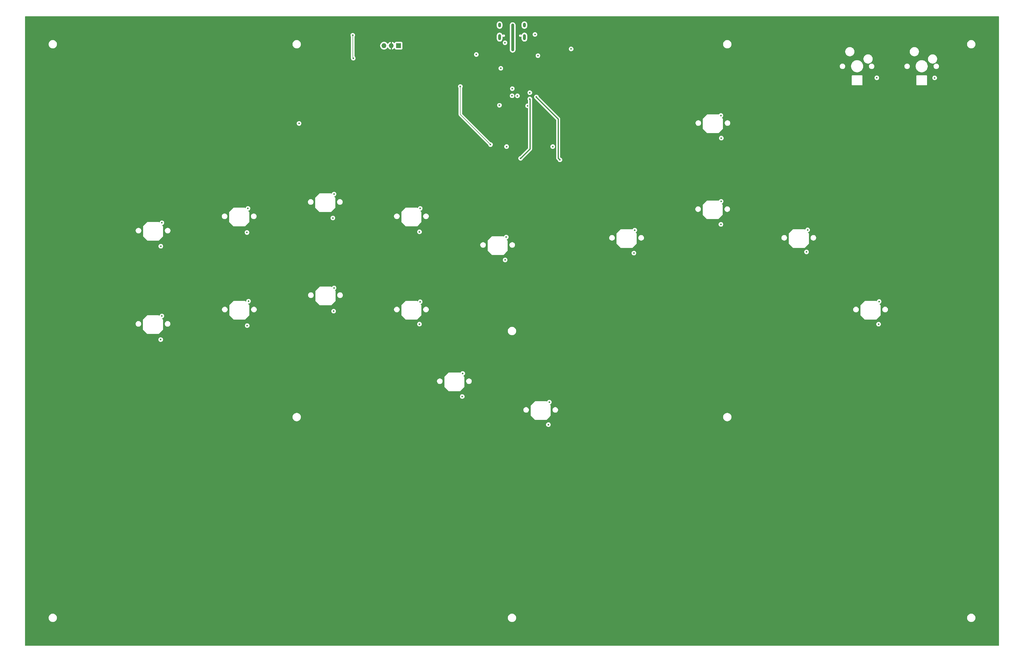
<source format=gbr>
G04 #@! TF.GenerationSoftware,KiCad,Pcbnew,8.0.3*
G04 #@! TF.CreationDate,2024-06-18T04:28:20+09:00*
G04 #@! TF.ProjectId,mainboard,6d61696e-626f-4617-9264-2e6b69636164,rev?*
G04 #@! TF.SameCoordinates,Original*
G04 #@! TF.FileFunction,Copper,L4,Bot*
G04 #@! TF.FilePolarity,Positive*
%FSLAX46Y46*%
G04 Gerber Fmt 4.6, Leading zero omitted, Abs format (unit mm)*
G04 Created by KiCad (PCBNEW 8.0.3) date 2024-06-18 04:28:20*
%MOMM*%
%LPD*%
G01*
G04 APERTURE LIST*
G04 #@! TA.AperFunction,ComponentPad*
%ADD10O,1.000000X2.100000*%
G04 #@! TD*
G04 #@! TA.AperFunction,ComponentPad*
%ADD11O,1.000000X1.600000*%
G04 #@! TD*
G04 #@! TA.AperFunction,ComponentPad*
%ADD12R,1.700000X1.700000*%
G04 #@! TD*
G04 #@! TA.AperFunction,ComponentPad*
%ADD13O,1.700000X1.700000*%
G04 #@! TD*
G04 #@! TA.AperFunction,ComponentPad*
%ADD14C,0.600000*%
G04 #@! TD*
G04 #@! TA.AperFunction,ViaPad*
%ADD15C,0.600000*%
G04 #@! TD*
G04 #@! TA.AperFunction,Conductor*
%ADD16C,1.000000*%
G04 #@! TD*
G04 #@! TA.AperFunction,Conductor*
%ADD17C,0.200000*%
G04 #@! TD*
G04 #@! TA.AperFunction,Conductor*
%ADD18C,0.400000*%
G04 #@! TD*
G04 APERTURE END LIST*
D10*
G04 #@! TO.P,J1,S1,SHIELD*
G04 #@! TO.N,SHIELD*
X214320000Y-27530000D03*
D11*
X214320000Y-23350000D03*
D10*
X205680000Y-27530000D03*
D11*
X205680000Y-23350000D03*
G04 #@! TD*
D12*
G04 #@! TO.P,J3,1,Pin_1*
G04 #@! TO.N,UART_TX*
X170500000Y-30500000D03*
D13*
G04 #@! TO.P,J3,2,Pin_2*
G04 #@! TO.N,GND*
X167960000Y-30500000D03*
G04 #@! TO.P,J3,3,Pin_3*
G04 #@! TO.N,UART_RX*
X165420000Y-30500000D03*
G04 #@! TD*
D14*
G04 #@! TO.P,U5,57,GND*
G04 #@! TO.N,GND*
X208805000Y-48999000D03*
X208805000Y-50274000D03*
X208805000Y-51549000D03*
X210080000Y-48999000D03*
X210080000Y-50274000D03*
X210080000Y-51549000D03*
X211355000Y-48999000D03*
X211355000Y-50274000D03*
X211355000Y-51549000D03*
G04 #@! TD*
D15*
G04 #@! TO.N,VBUS*
X218000000Y-26600000D03*
X337100000Y-41720000D03*
X230600000Y-31650000D03*
X207550000Y-29500000D03*
X357260000Y-41754000D03*
G04 #@! TO.N,GND*
X223400000Y-32400000D03*
X195400000Y-62300000D03*
X208300000Y-57900000D03*
X171000000Y-107750000D03*
X214750000Y-48290000D03*
X347300000Y-43400000D03*
X111750000Y-104750000D03*
X181600000Y-71200000D03*
X202300000Y-51300000D03*
X220500000Y-52000000D03*
X205620000Y-54230000D03*
X84940000Y-131610000D03*
X325000000Y-43300000D03*
X120400000Y-70600000D03*
X184600000Y-37500000D03*
X174350000Y-82700000D03*
X222100000Y-48900000D03*
X230600000Y-74200000D03*
X220600000Y-95800000D03*
X213700000Y-34000000D03*
X184600000Y-31000000D03*
X212950000Y-25800000D03*
X213400000Y-42400000D03*
X184600000Y-43500000D03*
X248970000Y-68220000D03*
X135800000Y-62425000D03*
X203150000Y-27400000D03*
X141000000Y-106250000D03*
X208500000Y-41000000D03*
X144400000Y-71000000D03*
X218000000Y-57800000D03*
X205650000Y-29950000D03*
X169700000Y-33700000D03*
X184700000Y-25000000D03*
X221900000Y-110960000D03*
X205560000Y-49090000D03*
X226200000Y-48900000D03*
X221000000Y-30200000D03*
X211900000Y-57900000D03*
X235000000Y-66800000D03*
X197100000Y-43500000D03*
X205910000Y-72740000D03*
X226800000Y-74000000D03*
X84960000Y-99110000D03*
X205300000Y-45500000D03*
X215750000Y-73800000D03*
X153500000Y-26900000D03*
X182700000Y-49600000D03*
X144300000Y-77600000D03*
X205610000Y-50340000D03*
G04 #@! TO.N,+3.3V*
X219050000Y-34000000D03*
X148000000Y-82250000D03*
X118000000Y-87250000D03*
X216200000Y-46900000D03*
X252480000Y-102830000D03*
X223000000Y-154800000D03*
X147590000Y-90610000D03*
X205624000Y-51274000D03*
X207610000Y-105220000D03*
X117660000Y-95640000D03*
X252780000Y-94840000D03*
X282790000Y-92820000D03*
X282860000Y-84790000D03*
X135800000Y-57625000D03*
X147850000Y-123070000D03*
X177770000Y-95410000D03*
X87630000Y-100440000D03*
X215450000Y-51500000D03*
X148000000Y-115000000D03*
X178000000Y-119800000D03*
X88000000Y-124750000D03*
X87590000Y-132990000D03*
X192660000Y-152840000D03*
X197567000Y-33600000D03*
X224190000Y-65700000D03*
X313000000Y-94750000D03*
X337720000Y-127620000D03*
X208100000Y-65700000D03*
X177750000Y-127590000D03*
X222670000Y-162640000D03*
X210037880Y-47987120D03*
X312610000Y-102420000D03*
X337910000Y-119730000D03*
X117740000Y-128120000D03*
X118200000Y-119600000D03*
X282930000Y-62740000D03*
X88000000Y-92250000D03*
X282792133Y-54867867D03*
X208000000Y-97250000D03*
X178000000Y-87250000D03*
X206100000Y-38400000D03*
X192832500Y-144800000D03*
G04 #@! TO.N,SHIELD*
X210230000Y-31940000D03*
X210240000Y-23350000D03*
G04 #@! TO.N,+1V1*
X211880000Y-48000000D03*
X210100000Y-45500000D03*
G04 #@! TO.N,SWD*
X154500000Y-26900000D03*
X154700000Y-34900000D03*
G04 #@! TO.N,RUN*
X202500000Y-65000000D03*
X192000000Y-44750000D03*
G04 #@! TO.N,MUX0_OUT*
X216200000Y-49100000D03*
X213000000Y-69800000D03*
G04 #@! TO.N,MUX1_OUT*
X218500000Y-48400000D03*
X226700000Y-70300000D03*
G04 #@! TD*
D16*
G04 #@! TO.N,SHIELD*
X210230000Y-31940000D02*
X210230000Y-23360000D01*
D17*
X210240000Y-23350000D02*
X210240000Y-24760000D01*
D16*
X210230000Y-23360000D02*
X210240000Y-23350000D01*
D17*
G04 #@! TO.N,SWD*
X154500000Y-26900000D02*
X154500000Y-34700000D01*
X154500000Y-34700000D02*
X154700000Y-34900000D01*
G04 #@! TO.N,RUN*
X192000000Y-44750000D02*
X192000000Y-54500000D01*
X192000000Y-54500000D02*
X202500000Y-65000000D01*
D18*
G04 #@! TO.N,MUX0_OUT*
X213000000Y-69800000D02*
X216300000Y-66500000D01*
X216300000Y-49200000D02*
X216200000Y-49100000D01*
X216300000Y-66500000D02*
X216300000Y-49200000D01*
G04 #@! TO.N,MUX1_OUT*
X218500000Y-48400000D02*
X218500000Y-48500000D01*
X226100000Y-56100000D02*
X226100000Y-69700000D01*
X218500000Y-48500000D02*
X226100000Y-56100000D01*
X226100000Y-69700000D02*
X226700000Y-70300000D01*
G04 #@! TD*
G04 #@! TA.AperFunction,Conductor*
G04 #@! TO.N,GND*
G36*
X379642539Y-20320185D02*
G01*
X379688294Y-20372989D01*
X379699500Y-20424500D01*
X379699500Y-239575500D01*
X379679815Y-239642539D01*
X379627011Y-239688294D01*
X379575500Y-239699500D01*
X40424500Y-239699500D01*
X40357461Y-239679815D01*
X40311706Y-239627011D01*
X40300500Y-239575500D01*
X40300500Y-229885837D01*
X48549500Y-229885837D01*
X48549500Y-230114162D01*
X48585215Y-230339660D01*
X48655770Y-230556803D01*
X48759421Y-230760228D01*
X48893621Y-230944937D01*
X49055063Y-231106379D01*
X49239772Y-231240579D01*
X49335884Y-231289550D01*
X49443196Y-231344229D01*
X49443198Y-231344229D01*
X49443201Y-231344231D01*
X49559592Y-231382049D01*
X49660339Y-231414784D01*
X49885838Y-231450500D01*
X49885843Y-231450500D01*
X50114162Y-231450500D01*
X50339660Y-231414784D01*
X50556799Y-231344231D01*
X50760228Y-231240579D01*
X50944937Y-231106379D01*
X51106379Y-230944937D01*
X51240579Y-230760228D01*
X51344231Y-230556799D01*
X51414784Y-230339660D01*
X51450500Y-230114162D01*
X51450500Y-229885837D01*
X208549500Y-229885837D01*
X208549500Y-230114162D01*
X208585215Y-230339660D01*
X208655770Y-230556803D01*
X208759421Y-230760228D01*
X208893621Y-230944937D01*
X209055063Y-231106379D01*
X209239772Y-231240579D01*
X209335884Y-231289550D01*
X209443196Y-231344229D01*
X209443198Y-231344229D01*
X209443201Y-231344231D01*
X209559592Y-231382049D01*
X209660339Y-231414784D01*
X209885838Y-231450500D01*
X209885843Y-231450500D01*
X210114162Y-231450500D01*
X210339660Y-231414784D01*
X210556799Y-231344231D01*
X210760228Y-231240579D01*
X210944937Y-231106379D01*
X211106379Y-230944937D01*
X211240579Y-230760228D01*
X211344231Y-230556799D01*
X211414784Y-230339660D01*
X211450500Y-230114162D01*
X211450500Y-229885837D01*
X368549500Y-229885837D01*
X368549500Y-230114162D01*
X368585215Y-230339660D01*
X368655770Y-230556803D01*
X368759421Y-230760228D01*
X368893621Y-230944937D01*
X369055063Y-231106379D01*
X369239772Y-231240579D01*
X369335884Y-231289550D01*
X369443196Y-231344229D01*
X369443198Y-231344229D01*
X369443201Y-231344231D01*
X369559592Y-231382049D01*
X369660339Y-231414784D01*
X369885838Y-231450500D01*
X369885843Y-231450500D01*
X370114162Y-231450500D01*
X370339660Y-231414784D01*
X370556799Y-231344231D01*
X370760228Y-231240579D01*
X370944937Y-231106379D01*
X371106379Y-230944937D01*
X371240579Y-230760228D01*
X371344231Y-230556799D01*
X371414784Y-230339660D01*
X371450500Y-230114162D01*
X371450500Y-229885837D01*
X371414784Y-229660339D01*
X371344229Y-229443196D01*
X371240578Y-229239771D01*
X371106379Y-229055063D01*
X370944937Y-228893621D01*
X370760228Y-228759421D01*
X370556803Y-228655770D01*
X370339660Y-228585215D01*
X370114162Y-228549500D01*
X370114157Y-228549500D01*
X369885843Y-228549500D01*
X369885838Y-228549500D01*
X369660339Y-228585215D01*
X369443196Y-228655770D01*
X369239771Y-228759421D01*
X369055061Y-228893622D01*
X368893622Y-229055061D01*
X368759421Y-229239771D01*
X368655770Y-229443196D01*
X368585215Y-229660339D01*
X368549500Y-229885837D01*
X211450500Y-229885837D01*
X211414784Y-229660339D01*
X211344229Y-229443196D01*
X211240578Y-229239771D01*
X211106379Y-229055063D01*
X210944937Y-228893621D01*
X210760228Y-228759421D01*
X210556803Y-228655770D01*
X210339660Y-228585215D01*
X210114162Y-228549500D01*
X210114157Y-228549500D01*
X209885843Y-228549500D01*
X209885838Y-228549500D01*
X209660339Y-228585215D01*
X209443196Y-228655770D01*
X209239771Y-228759421D01*
X209055061Y-228893622D01*
X208893622Y-229055061D01*
X208759421Y-229239771D01*
X208655770Y-229443196D01*
X208585215Y-229660339D01*
X208549500Y-229885837D01*
X51450500Y-229885837D01*
X51414784Y-229660339D01*
X51344229Y-229443196D01*
X51240578Y-229239771D01*
X51106379Y-229055063D01*
X50944937Y-228893621D01*
X50760228Y-228759421D01*
X50556803Y-228655770D01*
X50339660Y-228585215D01*
X50114162Y-228549500D01*
X50114157Y-228549500D01*
X49885843Y-228549500D01*
X49885838Y-228549500D01*
X49660339Y-228585215D01*
X49443196Y-228655770D01*
X49239771Y-228759421D01*
X49055061Y-228893622D01*
X48893622Y-229055061D01*
X48759421Y-229239771D01*
X48655770Y-229443196D01*
X48585215Y-229660339D01*
X48549500Y-229885837D01*
X40300500Y-229885837D01*
X40300500Y-162639996D01*
X221864435Y-162639996D01*
X221864435Y-162640003D01*
X221884630Y-162819249D01*
X221884631Y-162819254D01*
X221944211Y-162989523D01*
X222040184Y-163142262D01*
X222167738Y-163269816D01*
X222320478Y-163365789D01*
X222490745Y-163425368D01*
X222490750Y-163425369D01*
X222669996Y-163445565D01*
X222670000Y-163445565D01*
X222670004Y-163445565D01*
X222849249Y-163425369D01*
X222849252Y-163425368D01*
X222849255Y-163425368D01*
X223019522Y-163365789D01*
X223172262Y-163269816D01*
X223299816Y-163142262D01*
X223395789Y-162989522D01*
X223455368Y-162819255D01*
X223475565Y-162640000D01*
X223455368Y-162460745D01*
X223395789Y-162290478D01*
X223299816Y-162137738D01*
X223172262Y-162010184D01*
X223019523Y-161914211D01*
X222849254Y-161854631D01*
X222849249Y-161854630D01*
X222670004Y-161834435D01*
X222669996Y-161834435D01*
X222490750Y-161854630D01*
X222490745Y-161854631D01*
X222320476Y-161914211D01*
X222167737Y-162010184D01*
X222040184Y-162137737D01*
X221944211Y-162290476D01*
X221884631Y-162460745D01*
X221884630Y-162460750D01*
X221864435Y-162639996D01*
X40300500Y-162639996D01*
X40300500Y-159885837D01*
X133549500Y-159885837D01*
X133549500Y-160114162D01*
X133585215Y-160339660D01*
X133655770Y-160556803D01*
X133759421Y-160760228D01*
X133893621Y-160944937D01*
X134055063Y-161106379D01*
X134239772Y-161240579D01*
X134335884Y-161289550D01*
X134443196Y-161344229D01*
X134443198Y-161344229D01*
X134443201Y-161344231D01*
X134559592Y-161382049D01*
X134660339Y-161414784D01*
X134885838Y-161450500D01*
X134885843Y-161450500D01*
X135114162Y-161450500D01*
X135339660Y-161414784D01*
X135556799Y-161344231D01*
X135760228Y-161240579D01*
X135944937Y-161106379D01*
X136106379Y-160944937D01*
X136240579Y-160760228D01*
X136344231Y-160556799D01*
X136414784Y-160339660D01*
X136450500Y-160114162D01*
X136450500Y-159885837D01*
X136414784Y-159660339D01*
X136344229Y-159443196D01*
X136240578Y-159239771D01*
X136106379Y-159055063D01*
X135944937Y-158893621D01*
X135760228Y-158759421D01*
X135556803Y-158655770D01*
X135339660Y-158585215D01*
X135114162Y-158549500D01*
X135114157Y-158549500D01*
X134885843Y-158549500D01*
X134885838Y-158549500D01*
X134660339Y-158585215D01*
X134443196Y-158655770D01*
X134239771Y-158759421D01*
X134055061Y-158893622D01*
X133893622Y-159055061D01*
X133759421Y-159239771D01*
X133655770Y-159443196D01*
X133585215Y-159660339D01*
X133549500Y-159885837D01*
X40300500Y-159885837D01*
X40300500Y-157403917D01*
X213944500Y-157403917D01*
X213944500Y-157596082D01*
X213981986Y-157784535D01*
X213981989Y-157784547D01*
X214055520Y-157962068D01*
X214055521Y-157962070D01*
X214162279Y-158121844D01*
X214162282Y-158121848D01*
X214298151Y-158257717D01*
X214298155Y-158257720D01*
X214457927Y-158364477D01*
X214457928Y-158364477D01*
X214457929Y-158364478D01*
X214457931Y-158364479D01*
X214635452Y-158438010D01*
X214635457Y-158438012D01*
X214823917Y-158475499D01*
X214823920Y-158475500D01*
X214823922Y-158475500D01*
X215016080Y-158475500D01*
X215016081Y-158475499D01*
X215204543Y-158438012D01*
X215382073Y-158364477D01*
X215541845Y-158257720D01*
X215677720Y-158121845D01*
X215784477Y-157962073D01*
X215858012Y-157784543D01*
X215895500Y-157596078D01*
X215895500Y-157403922D01*
X215895500Y-157403919D01*
X215895499Y-157403917D01*
X215858013Y-157215464D01*
X215858012Y-157215457D01*
X215784477Y-157037927D01*
X215677720Y-156878155D01*
X215677717Y-156878151D01*
X215541848Y-156742282D01*
X215541844Y-156742279D01*
X215382070Y-156635521D01*
X215382068Y-156635520D01*
X215204547Y-156561989D01*
X215204535Y-156561986D01*
X215016081Y-156524500D01*
X215016078Y-156524500D01*
X214823922Y-156524500D01*
X214823919Y-156524500D01*
X214635464Y-156561986D01*
X214635452Y-156561989D01*
X214457931Y-156635520D01*
X214457929Y-156635521D01*
X214298155Y-156742279D01*
X214298151Y-156742282D01*
X214162282Y-156878151D01*
X214162279Y-156878155D01*
X214055521Y-157037929D01*
X214055520Y-157037931D01*
X213981989Y-157215452D01*
X213981986Y-157215464D01*
X213944500Y-157403917D01*
X40300500Y-157403917D01*
X40300500Y-155999999D01*
X216500000Y-155999999D01*
X216500000Y-156000000D01*
X216500000Y-159500000D01*
X218000000Y-161000000D01*
X222000000Y-161000000D01*
X223114163Y-159885837D01*
X283549500Y-159885837D01*
X283549500Y-160114162D01*
X283585215Y-160339660D01*
X283655770Y-160556803D01*
X283759421Y-160760228D01*
X283893621Y-160944937D01*
X284055063Y-161106379D01*
X284239772Y-161240579D01*
X284335884Y-161289550D01*
X284443196Y-161344229D01*
X284443198Y-161344229D01*
X284443201Y-161344231D01*
X284559592Y-161382049D01*
X284660339Y-161414784D01*
X284885838Y-161450500D01*
X284885843Y-161450500D01*
X285114162Y-161450500D01*
X285339660Y-161414784D01*
X285556799Y-161344231D01*
X285760228Y-161240579D01*
X285944937Y-161106379D01*
X286106379Y-160944937D01*
X286240579Y-160760228D01*
X286344231Y-160556799D01*
X286414784Y-160339660D01*
X286450500Y-160114162D01*
X286450500Y-159885837D01*
X286414784Y-159660339D01*
X286344229Y-159443196D01*
X286240578Y-159239771D01*
X286106379Y-159055063D01*
X285944937Y-158893621D01*
X285760228Y-158759421D01*
X285556803Y-158655770D01*
X285339660Y-158585215D01*
X285114162Y-158549500D01*
X285114157Y-158549500D01*
X284885843Y-158549500D01*
X284885838Y-158549500D01*
X284660339Y-158585215D01*
X284443196Y-158655770D01*
X284239771Y-158759421D01*
X284055061Y-158893622D01*
X283893622Y-159055061D01*
X283759421Y-159239771D01*
X283655770Y-159443196D01*
X283585215Y-159660339D01*
X283549500Y-159885837D01*
X223114163Y-159885837D01*
X223500000Y-159500000D01*
X223500000Y-157403917D01*
X224104500Y-157403917D01*
X224104500Y-157596082D01*
X224141986Y-157784535D01*
X224141989Y-157784547D01*
X224215520Y-157962068D01*
X224215521Y-157962070D01*
X224322279Y-158121844D01*
X224322282Y-158121848D01*
X224458151Y-158257717D01*
X224458155Y-158257720D01*
X224617927Y-158364477D01*
X224617928Y-158364477D01*
X224617929Y-158364478D01*
X224617931Y-158364479D01*
X224795452Y-158438010D01*
X224795457Y-158438012D01*
X224983917Y-158475499D01*
X224983920Y-158475500D01*
X224983922Y-158475500D01*
X225176080Y-158475500D01*
X225176081Y-158475499D01*
X225364543Y-158438012D01*
X225542073Y-158364477D01*
X225701845Y-158257720D01*
X225837720Y-158121845D01*
X225944477Y-157962073D01*
X226018012Y-157784543D01*
X226055500Y-157596078D01*
X226055500Y-157403922D01*
X226055500Y-157403919D01*
X226055499Y-157403917D01*
X226018013Y-157215464D01*
X226018012Y-157215457D01*
X225944477Y-157037927D01*
X225837720Y-156878155D01*
X225837717Y-156878151D01*
X225701848Y-156742282D01*
X225701844Y-156742279D01*
X225542070Y-156635521D01*
X225542068Y-156635520D01*
X225364547Y-156561989D01*
X225364535Y-156561986D01*
X225176081Y-156524500D01*
X225176078Y-156524500D01*
X224983922Y-156524500D01*
X224983919Y-156524500D01*
X224795464Y-156561986D01*
X224795452Y-156561989D01*
X224617931Y-156635520D01*
X224617929Y-156635521D01*
X224458155Y-156742279D01*
X224458151Y-156742282D01*
X224322282Y-156878151D01*
X224322279Y-156878155D01*
X224215521Y-157037929D01*
X224215520Y-157037931D01*
X224141989Y-157215452D01*
X224141986Y-157215464D01*
X224104500Y-157403917D01*
X223500000Y-157403917D01*
X223500000Y-156000000D01*
X223249248Y-155749248D01*
X223215763Y-155687925D01*
X223220747Y-155618233D01*
X223262619Y-155562300D01*
X223295975Y-155544525D01*
X223349522Y-155525789D01*
X223502262Y-155429816D01*
X223629816Y-155302262D01*
X223725789Y-155149522D01*
X223785368Y-154979255D01*
X223805565Y-154800000D01*
X223794875Y-154705124D01*
X223785369Y-154620750D01*
X223785368Y-154620745D01*
X223743117Y-154500000D01*
X223725789Y-154450478D01*
X223629816Y-154297738D01*
X223502262Y-154170184D01*
X223349523Y-154074211D01*
X223179254Y-154014631D01*
X223179249Y-154014630D01*
X223000004Y-153994435D01*
X222999996Y-153994435D01*
X222820750Y-154014630D01*
X222820745Y-154014631D01*
X222650476Y-154074211D01*
X222497737Y-154170184D01*
X222370184Y-154297737D01*
X222274209Y-154450480D01*
X222255473Y-154504025D01*
X222214752Y-154560801D01*
X222149799Y-154586548D01*
X222081237Y-154573092D01*
X222050751Y-154550751D01*
X222000000Y-154500000D01*
X218000000Y-154500000D01*
X217999999Y-154500000D01*
X216500000Y-155999999D01*
X40300500Y-155999999D01*
X40300500Y-152839996D01*
X191854435Y-152839996D01*
X191854435Y-152840003D01*
X191874630Y-153019249D01*
X191874631Y-153019254D01*
X191934211Y-153189523D01*
X192030184Y-153342262D01*
X192157738Y-153469816D01*
X192310478Y-153565789D01*
X192480745Y-153625368D01*
X192480750Y-153625369D01*
X192659996Y-153645565D01*
X192660000Y-153645565D01*
X192660004Y-153645565D01*
X192839249Y-153625369D01*
X192839252Y-153625368D01*
X192839255Y-153625368D01*
X193009522Y-153565789D01*
X193162262Y-153469816D01*
X193289816Y-153342262D01*
X193385789Y-153189522D01*
X193445368Y-153019255D01*
X193465565Y-152840000D01*
X193445368Y-152660745D01*
X193385789Y-152490478D01*
X193289816Y-152337738D01*
X193162262Y-152210184D01*
X193009523Y-152114211D01*
X192839254Y-152054631D01*
X192839249Y-152054630D01*
X192660004Y-152034435D01*
X192659996Y-152034435D01*
X192480750Y-152054630D01*
X192480745Y-152054631D01*
X192310476Y-152114211D01*
X192157737Y-152210184D01*
X192030184Y-152337737D01*
X191934211Y-152490476D01*
X191874631Y-152660745D01*
X191874630Y-152660750D01*
X191854435Y-152839996D01*
X40300500Y-152839996D01*
X40300500Y-147403917D01*
X183864500Y-147403917D01*
X183864500Y-147596082D01*
X183901986Y-147784535D01*
X183901989Y-147784547D01*
X183975520Y-147962068D01*
X183975521Y-147962070D01*
X184082279Y-148121844D01*
X184082282Y-148121848D01*
X184218151Y-148257717D01*
X184218155Y-148257720D01*
X184377927Y-148364477D01*
X184377928Y-148364477D01*
X184377929Y-148364478D01*
X184377931Y-148364479D01*
X184555452Y-148438010D01*
X184555457Y-148438012D01*
X184743917Y-148475499D01*
X184743920Y-148475500D01*
X184743922Y-148475500D01*
X184936080Y-148475500D01*
X184936081Y-148475499D01*
X185124543Y-148438012D01*
X185302073Y-148364477D01*
X185461845Y-148257720D01*
X185597720Y-148121845D01*
X185704477Y-147962073D01*
X185778012Y-147784543D01*
X185815500Y-147596078D01*
X185815500Y-147403922D01*
X185815500Y-147403919D01*
X185815499Y-147403917D01*
X185778013Y-147215464D01*
X185778012Y-147215457D01*
X185704477Y-147037927D01*
X185597720Y-146878155D01*
X185597717Y-146878151D01*
X185461848Y-146742282D01*
X185461844Y-146742279D01*
X185302070Y-146635521D01*
X185302068Y-146635520D01*
X185124547Y-146561989D01*
X185124535Y-146561986D01*
X184936081Y-146524500D01*
X184936078Y-146524500D01*
X184743922Y-146524500D01*
X184743919Y-146524500D01*
X184555464Y-146561986D01*
X184555452Y-146561989D01*
X184377931Y-146635520D01*
X184377929Y-146635521D01*
X184218155Y-146742279D01*
X184218151Y-146742282D01*
X184082282Y-146878151D01*
X184082279Y-146878155D01*
X183975521Y-147037929D01*
X183975520Y-147037931D01*
X183901989Y-147215452D01*
X183901986Y-147215464D01*
X183864500Y-147403917D01*
X40300500Y-147403917D01*
X40300500Y-145999999D01*
X186420000Y-145999999D01*
X186420000Y-146000000D01*
X186420000Y-149500000D01*
X187920000Y-151000000D01*
X191920000Y-151000000D01*
X193420000Y-149500000D01*
X193420000Y-147403917D01*
X194024500Y-147403917D01*
X194024500Y-147596082D01*
X194061986Y-147784535D01*
X194061989Y-147784547D01*
X194135520Y-147962068D01*
X194135521Y-147962070D01*
X194242279Y-148121844D01*
X194242282Y-148121848D01*
X194378151Y-148257717D01*
X194378155Y-148257720D01*
X194537927Y-148364477D01*
X194537928Y-148364477D01*
X194537929Y-148364478D01*
X194537931Y-148364479D01*
X194715452Y-148438010D01*
X194715457Y-148438012D01*
X194903917Y-148475499D01*
X194903920Y-148475500D01*
X194903922Y-148475500D01*
X195096080Y-148475500D01*
X195096081Y-148475499D01*
X195284543Y-148438012D01*
X195462073Y-148364477D01*
X195621845Y-148257720D01*
X195757720Y-148121845D01*
X195864477Y-147962073D01*
X195938012Y-147784543D01*
X195975500Y-147596078D01*
X195975500Y-147403922D01*
X195975500Y-147403919D01*
X195975499Y-147403917D01*
X195938013Y-147215464D01*
X195938012Y-147215457D01*
X195864477Y-147037927D01*
X195757720Y-146878155D01*
X195757717Y-146878151D01*
X195621848Y-146742282D01*
X195621844Y-146742279D01*
X195462070Y-146635521D01*
X195462068Y-146635520D01*
X195284547Y-146561989D01*
X195284535Y-146561986D01*
X195096081Y-146524500D01*
X195096078Y-146524500D01*
X194903922Y-146524500D01*
X194903919Y-146524500D01*
X194715464Y-146561986D01*
X194715452Y-146561989D01*
X194537931Y-146635520D01*
X194537929Y-146635521D01*
X194378155Y-146742279D01*
X194378151Y-146742282D01*
X194242282Y-146878151D01*
X194242279Y-146878155D01*
X194135521Y-147037929D01*
X194135520Y-147037931D01*
X194061989Y-147215452D01*
X194061986Y-147215464D01*
X194024500Y-147403917D01*
X193420000Y-147403917D01*
X193420000Y-146000000D01*
X193146150Y-145726150D01*
X193112665Y-145664827D01*
X193117649Y-145595135D01*
X193159521Y-145539202D01*
X193180031Y-145526748D01*
X193182022Y-145525789D01*
X193334762Y-145429816D01*
X193462316Y-145302262D01*
X193558289Y-145149522D01*
X193617868Y-144979255D01*
X193638065Y-144800000D01*
X193617868Y-144620745D01*
X193558289Y-144450478D01*
X193462316Y-144297738D01*
X193334762Y-144170184D01*
X193182023Y-144074211D01*
X193011754Y-144014631D01*
X193011749Y-144014630D01*
X192832504Y-143994435D01*
X192832496Y-143994435D01*
X192653250Y-144014630D01*
X192653245Y-144014631D01*
X192482976Y-144074211D01*
X192330237Y-144170184D01*
X192202684Y-144297737D01*
X192106704Y-144450487D01*
X192105743Y-144452484D01*
X192104780Y-144453549D01*
X192103006Y-144456374D01*
X192102510Y-144456062D01*
X192058914Y-144504338D01*
X191991485Y-144522642D01*
X191943588Y-144507503D01*
X191942787Y-144509439D01*
X191920000Y-144500000D01*
X187920000Y-144500000D01*
X187919999Y-144500000D01*
X186420000Y-145999999D01*
X40300500Y-145999999D01*
X40300500Y-132989996D01*
X86784435Y-132989996D01*
X86784435Y-132990003D01*
X86804630Y-133169249D01*
X86804631Y-133169254D01*
X86864211Y-133339523D01*
X86960184Y-133492262D01*
X87087738Y-133619816D01*
X87240478Y-133715789D01*
X87410745Y-133775368D01*
X87410750Y-133775369D01*
X87589996Y-133795565D01*
X87590000Y-133795565D01*
X87590004Y-133795565D01*
X87769249Y-133775369D01*
X87769252Y-133775368D01*
X87769255Y-133775368D01*
X87939522Y-133715789D01*
X88092262Y-133619816D01*
X88219816Y-133492262D01*
X88315789Y-133339522D01*
X88375368Y-133169255D01*
X88395565Y-132990000D01*
X88375368Y-132810745D01*
X88315789Y-132640478D01*
X88219816Y-132487738D01*
X88092262Y-132360184D01*
X87939523Y-132264211D01*
X87769254Y-132204631D01*
X87769249Y-132204630D01*
X87590004Y-132184435D01*
X87589996Y-132184435D01*
X87410750Y-132204630D01*
X87410745Y-132204631D01*
X87240476Y-132264211D01*
X87087737Y-132360184D01*
X86960184Y-132487737D01*
X86864211Y-132640476D01*
X86804631Y-132810745D01*
X86804630Y-132810750D01*
X86784435Y-132989996D01*
X40300500Y-132989996D01*
X40300500Y-127403917D01*
X78864500Y-127403917D01*
X78864500Y-127596082D01*
X78901986Y-127784535D01*
X78901989Y-127784547D01*
X78975520Y-127962068D01*
X78975521Y-127962070D01*
X79082279Y-128121844D01*
X79082282Y-128121848D01*
X79218151Y-128257717D01*
X79218155Y-128257720D01*
X79377927Y-128364477D01*
X79377928Y-128364477D01*
X79377929Y-128364478D01*
X79377931Y-128364479D01*
X79452980Y-128395565D01*
X79555457Y-128438012D01*
X79713869Y-128469522D01*
X79743917Y-128475499D01*
X79743920Y-128475500D01*
X79743922Y-128475500D01*
X79936080Y-128475500D01*
X79936081Y-128475499D01*
X80124543Y-128438012D01*
X80302073Y-128364477D01*
X80461845Y-128257720D01*
X80597720Y-128121845D01*
X80704477Y-127962073D01*
X80778012Y-127784543D01*
X80815500Y-127596078D01*
X80815500Y-127403922D01*
X80815500Y-127403919D01*
X80815499Y-127403917D01*
X80782989Y-127240478D01*
X80778012Y-127215457D01*
X80737535Y-127117737D01*
X80704479Y-127037931D01*
X80704478Y-127037929D01*
X80597720Y-126878155D01*
X80597717Y-126878151D01*
X80461848Y-126742282D01*
X80461844Y-126742279D01*
X80302070Y-126635521D01*
X80302068Y-126635520D01*
X80124547Y-126561989D01*
X80124535Y-126561986D01*
X79936081Y-126524500D01*
X79936078Y-126524500D01*
X79743922Y-126524500D01*
X79743919Y-126524500D01*
X79555464Y-126561986D01*
X79555452Y-126561989D01*
X79377931Y-126635520D01*
X79377929Y-126635521D01*
X79218155Y-126742279D01*
X79218151Y-126742282D01*
X79082282Y-126878151D01*
X79082279Y-126878155D01*
X78975521Y-127037929D01*
X78975520Y-127037931D01*
X78901989Y-127215452D01*
X78901986Y-127215464D01*
X78864500Y-127403917D01*
X40300500Y-127403917D01*
X40300500Y-125999999D01*
X81420000Y-125999999D01*
X81420000Y-126000000D01*
X81420000Y-129500000D01*
X82920000Y-131000000D01*
X86920000Y-131000000D01*
X88034163Y-129885837D01*
X208549500Y-129885837D01*
X208549500Y-130114162D01*
X208585215Y-130339660D01*
X208655770Y-130556803D01*
X208759421Y-130760228D01*
X208893621Y-130944937D01*
X209055063Y-131106379D01*
X209239772Y-131240579D01*
X209335884Y-131289550D01*
X209443196Y-131344229D01*
X209443198Y-131344229D01*
X209443201Y-131344231D01*
X209559592Y-131382049D01*
X209660339Y-131414784D01*
X209885838Y-131450500D01*
X209885843Y-131450500D01*
X210114162Y-131450500D01*
X210339660Y-131414784D01*
X210556799Y-131344231D01*
X210760228Y-131240579D01*
X210944937Y-131106379D01*
X211106379Y-130944937D01*
X211240579Y-130760228D01*
X211344231Y-130556799D01*
X211414784Y-130339660D01*
X211450500Y-130114162D01*
X211450500Y-129885837D01*
X211414784Y-129660339D01*
X211344229Y-129443196D01*
X211240578Y-129239771D01*
X211106379Y-129055063D01*
X210944937Y-128893621D01*
X210760228Y-128759421D01*
X210741375Y-128749815D01*
X210556803Y-128655770D01*
X210339660Y-128585215D01*
X210114162Y-128549500D01*
X210114157Y-128549500D01*
X209885843Y-128549500D01*
X209885838Y-128549500D01*
X209660339Y-128585215D01*
X209443196Y-128655770D01*
X209239771Y-128759421D01*
X209055061Y-128893622D01*
X208893622Y-129055061D01*
X208759421Y-129239771D01*
X208655770Y-129443196D01*
X208585215Y-129660339D01*
X208549500Y-129885837D01*
X88034163Y-129885837D01*
X88420000Y-129500000D01*
X88420000Y-127403917D01*
X89024500Y-127403917D01*
X89024500Y-127596082D01*
X89061986Y-127784535D01*
X89061989Y-127784547D01*
X89135520Y-127962068D01*
X89135521Y-127962070D01*
X89242279Y-128121844D01*
X89242282Y-128121848D01*
X89378151Y-128257717D01*
X89378155Y-128257720D01*
X89537927Y-128364477D01*
X89537928Y-128364477D01*
X89537929Y-128364478D01*
X89537931Y-128364479D01*
X89612980Y-128395565D01*
X89715457Y-128438012D01*
X89873869Y-128469522D01*
X89903917Y-128475499D01*
X89903920Y-128475500D01*
X89903922Y-128475500D01*
X90096080Y-128475500D01*
X90096081Y-128475499D01*
X90284543Y-128438012D01*
X90462073Y-128364477D01*
X90621845Y-128257720D01*
X90757720Y-128121845D01*
X90758955Y-128119996D01*
X116934435Y-128119996D01*
X116934435Y-128120003D01*
X116954630Y-128299249D01*
X116954631Y-128299254D01*
X117014211Y-128469523D01*
X117086906Y-128585215D01*
X117110184Y-128622262D01*
X117237738Y-128749816D01*
X117390478Y-128845789D01*
X117527174Y-128893621D01*
X117560745Y-128905368D01*
X117560750Y-128905369D01*
X117739996Y-128925565D01*
X117740000Y-128925565D01*
X117740004Y-128925565D01*
X117919249Y-128905369D01*
X117919252Y-128905368D01*
X117919255Y-128905368D01*
X118089522Y-128845789D01*
X118242262Y-128749816D01*
X118369816Y-128622262D01*
X118465789Y-128469522D01*
X118525368Y-128299255D01*
X118530048Y-128257717D01*
X118545565Y-128120003D01*
X118545565Y-128119996D01*
X118525369Y-127940750D01*
X118525368Y-127940745D01*
X118524940Y-127939522D01*
X118465789Y-127770478D01*
X118369816Y-127617738D01*
X118342074Y-127589996D01*
X176944435Y-127589996D01*
X176944435Y-127590003D01*
X176964630Y-127769249D01*
X176964631Y-127769254D01*
X177024211Y-127939523D01*
X177120184Y-128092262D01*
X177247738Y-128219816D01*
X177295481Y-128249815D01*
X177374162Y-128299254D01*
X177400478Y-128315789D01*
X177539620Y-128364477D01*
X177570745Y-128375368D01*
X177570750Y-128375369D01*
X177749996Y-128395565D01*
X177750000Y-128395565D01*
X177750004Y-128395565D01*
X177929249Y-128375369D01*
X177929252Y-128375368D01*
X177929255Y-128375368D01*
X178099522Y-128315789D01*
X178252262Y-128219816D01*
X178379816Y-128092262D01*
X178475789Y-127939522D01*
X178535368Y-127769255D01*
X178552185Y-127620000D01*
X178552185Y-127619996D01*
X336914435Y-127619996D01*
X336914435Y-127620003D01*
X336934630Y-127799249D01*
X336934631Y-127799254D01*
X336994211Y-127969523D01*
X337071334Y-128092262D01*
X337090184Y-128122262D01*
X337217738Y-128249816D01*
X337370478Y-128345789D01*
X337455010Y-128375368D01*
X337540745Y-128405368D01*
X337540750Y-128405369D01*
X337719996Y-128425565D01*
X337720000Y-128425565D01*
X337720004Y-128425565D01*
X337899249Y-128405369D01*
X337899252Y-128405368D01*
X337899255Y-128405368D01*
X338069522Y-128345789D01*
X338222262Y-128249816D01*
X338349816Y-128122262D01*
X338445789Y-127969522D01*
X338505368Y-127799255D01*
X338505369Y-127799249D01*
X338525565Y-127620003D01*
X338525565Y-127619996D01*
X338505369Y-127440750D01*
X338505368Y-127440745D01*
X338494872Y-127410750D01*
X338445789Y-127270478D01*
X338426937Y-127240476D01*
X338349815Y-127117737D01*
X338222262Y-126990184D01*
X338069523Y-126894211D01*
X337899254Y-126834631D01*
X337899249Y-126834630D01*
X337720004Y-126814435D01*
X337719996Y-126814435D01*
X337540750Y-126834630D01*
X337540745Y-126834631D01*
X337370476Y-126894211D01*
X337217737Y-126990184D01*
X337090184Y-127117737D01*
X336994211Y-127270476D01*
X336934631Y-127440745D01*
X336934630Y-127440750D01*
X336914435Y-127619996D01*
X178552185Y-127619996D01*
X178555565Y-127590003D01*
X178555565Y-127589996D01*
X178535369Y-127410750D01*
X178535368Y-127410745D01*
X178532979Y-127403917D01*
X178475789Y-127240478D01*
X178379816Y-127087738D01*
X178252262Y-126960184D01*
X178147267Y-126894211D01*
X178099523Y-126864211D01*
X177929254Y-126804631D01*
X177929249Y-126804630D01*
X177750004Y-126784435D01*
X177749996Y-126784435D01*
X177570750Y-126804630D01*
X177570745Y-126804631D01*
X177400476Y-126864211D01*
X177247737Y-126960184D01*
X177120184Y-127087737D01*
X177024211Y-127240476D01*
X176964631Y-127410745D01*
X176964630Y-127410750D01*
X176944435Y-127589996D01*
X118342074Y-127589996D01*
X118242262Y-127490184D01*
X118089523Y-127394211D01*
X117919254Y-127334631D01*
X117919249Y-127334630D01*
X117740004Y-127314435D01*
X117739996Y-127314435D01*
X117560750Y-127334630D01*
X117560745Y-127334631D01*
X117390476Y-127394211D01*
X117237737Y-127490184D01*
X117110184Y-127617737D01*
X117014211Y-127770476D01*
X116954631Y-127940745D01*
X116954630Y-127940750D01*
X116934435Y-128119996D01*
X90758955Y-128119996D01*
X90864477Y-127962073D01*
X90938012Y-127784543D01*
X90975500Y-127596078D01*
X90975500Y-127403922D01*
X90975500Y-127403919D01*
X90975499Y-127403917D01*
X90942989Y-127240478D01*
X90938012Y-127215457D01*
X90897535Y-127117737D01*
X90864479Y-127037931D01*
X90864478Y-127037929D01*
X90757720Y-126878155D01*
X90757717Y-126878151D01*
X90621848Y-126742282D01*
X90621844Y-126742279D01*
X90462070Y-126635521D01*
X90462068Y-126635520D01*
X90284547Y-126561989D01*
X90284535Y-126561986D01*
X90096081Y-126524500D01*
X90096078Y-126524500D01*
X89903922Y-126524500D01*
X89903919Y-126524500D01*
X89715464Y-126561986D01*
X89715452Y-126561989D01*
X89537931Y-126635520D01*
X89537929Y-126635521D01*
X89378155Y-126742279D01*
X89378151Y-126742282D01*
X89242282Y-126878151D01*
X89242279Y-126878155D01*
X89135521Y-127037929D01*
X89135520Y-127037931D01*
X89061989Y-127215452D01*
X89061986Y-127215464D01*
X89024500Y-127403917D01*
X88420000Y-127403917D01*
X88420000Y-126000000D01*
X88152946Y-125732946D01*
X88119461Y-125671623D01*
X88124445Y-125601931D01*
X88166317Y-125545998D01*
X88199670Y-125528224D01*
X88349522Y-125475789D01*
X88502262Y-125379816D01*
X88629816Y-125252262D01*
X88725789Y-125099522D01*
X88785368Y-124929255D01*
X88785369Y-124929249D01*
X88805565Y-124750003D01*
X88805565Y-124749996D01*
X88785369Y-124570750D01*
X88785368Y-124570745D01*
X88760613Y-124499999D01*
X88725789Y-124400478D01*
X88629816Y-124247738D01*
X88502262Y-124120184D01*
X88349523Y-124024211D01*
X88179254Y-123964631D01*
X88179249Y-123964630D01*
X88000004Y-123944435D01*
X87999996Y-123944435D01*
X87820750Y-123964630D01*
X87820745Y-123964631D01*
X87650476Y-124024211D01*
X87497737Y-124120184D01*
X87370184Y-124247737D01*
X87274209Y-124400480D01*
X87221775Y-124550327D01*
X87181054Y-124607103D01*
X87116101Y-124632850D01*
X87047539Y-124619394D01*
X87017053Y-124597053D01*
X86920000Y-124500000D01*
X82920000Y-124500000D01*
X82919999Y-124500000D01*
X81420000Y-125999999D01*
X40300500Y-125999999D01*
X40300500Y-122403917D01*
X108944500Y-122403917D01*
X108944500Y-122596082D01*
X108981986Y-122784535D01*
X108981989Y-122784547D01*
X109055520Y-122962068D01*
X109055521Y-122962070D01*
X109162279Y-123121844D01*
X109162282Y-123121848D01*
X109298151Y-123257717D01*
X109298155Y-123257720D01*
X109457927Y-123364477D01*
X109457928Y-123364477D01*
X109457929Y-123364478D01*
X109457931Y-123364479D01*
X109590818Y-123419522D01*
X109635457Y-123438012D01*
X109823917Y-123475499D01*
X109823920Y-123475500D01*
X109823922Y-123475500D01*
X110016080Y-123475500D01*
X110016081Y-123475499D01*
X110204543Y-123438012D01*
X110382073Y-123364477D01*
X110541845Y-123257720D01*
X110677720Y-123121845D01*
X110784477Y-122962073D01*
X110858012Y-122784543D01*
X110895500Y-122596078D01*
X110895500Y-122403922D01*
X110895500Y-122403919D01*
X110895499Y-122403917D01*
X110871772Y-122284632D01*
X110858012Y-122215457D01*
X110784477Y-122037927D01*
X110677720Y-121878155D01*
X110677717Y-121878151D01*
X110541848Y-121742282D01*
X110541844Y-121742279D01*
X110382070Y-121635521D01*
X110382068Y-121635520D01*
X110204547Y-121561989D01*
X110204535Y-121561986D01*
X110016081Y-121524500D01*
X110016078Y-121524500D01*
X109823922Y-121524500D01*
X109823919Y-121524500D01*
X109635464Y-121561986D01*
X109635452Y-121561989D01*
X109457931Y-121635520D01*
X109457929Y-121635521D01*
X109298155Y-121742279D01*
X109298151Y-121742282D01*
X109162282Y-121878151D01*
X109162279Y-121878155D01*
X109055521Y-122037929D01*
X109055520Y-122037931D01*
X108981989Y-122215452D01*
X108981986Y-122215464D01*
X108944500Y-122403917D01*
X40300500Y-122403917D01*
X40300500Y-120999999D01*
X111500000Y-120999999D01*
X111500000Y-121000000D01*
X111500000Y-124500000D01*
X113000000Y-126000000D01*
X117000000Y-126000000D01*
X118500000Y-124500000D01*
X118500000Y-122403917D01*
X119104500Y-122403917D01*
X119104500Y-122596082D01*
X119141986Y-122784535D01*
X119141989Y-122784547D01*
X119215520Y-122962068D01*
X119215521Y-122962070D01*
X119322279Y-123121844D01*
X119322282Y-123121848D01*
X119458151Y-123257717D01*
X119458155Y-123257720D01*
X119617927Y-123364477D01*
X119617928Y-123364477D01*
X119617929Y-123364478D01*
X119617931Y-123364479D01*
X119750818Y-123419522D01*
X119795457Y-123438012D01*
X119983917Y-123475499D01*
X119983920Y-123475500D01*
X119983922Y-123475500D01*
X120176080Y-123475500D01*
X120176081Y-123475499D01*
X120364543Y-123438012D01*
X120542073Y-123364477D01*
X120701845Y-123257720D01*
X120837720Y-123121845D01*
X120872365Y-123069996D01*
X147044435Y-123069996D01*
X147044435Y-123070003D01*
X147064630Y-123249249D01*
X147064631Y-123249254D01*
X147124211Y-123419523D01*
X147159384Y-123475500D01*
X147220184Y-123572262D01*
X147347738Y-123699816D01*
X147500478Y-123795789D01*
X147670745Y-123855368D01*
X147670750Y-123855369D01*
X147849996Y-123875565D01*
X147850000Y-123875565D01*
X147850004Y-123875565D01*
X148029249Y-123855369D01*
X148029252Y-123855368D01*
X148029255Y-123855368D01*
X148199522Y-123795789D01*
X148352262Y-123699816D01*
X148479816Y-123572262D01*
X148575789Y-123419522D01*
X148635368Y-123249255D01*
X148635369Y-123249249D01*
X148655565Y-123070003D01*
X148655565Y-123069996D01*
X148635369Y-122890750D01*
X148635368Y-122890745D01*
X148598206Y-122784543D01*
X148575789Y-122720478D01*
X148479816Y-122567738D01*
X148352262Y-122440184D01*
X148294544Y-122403917D01*
X168889500Y-122403917D01*
X168889500Y-122596082D01*
X168926986Y-122784535D01*
X168926989Y-122784547D01*
X169000520Y-122962068D01*
X169000521Y-122962070D01*
X169107279Y-123121844D01*
X169107282Y-123121848D01*
X169243151Y-123257717D01*
X169243155Y-123257720D01*
X169402927Y-123364477D01*
X169402928Y-123364477D01*
X169402929Y-123364478D01*
X169402931Y-123364479D01*
X169535818Y-123419522D01*
X169580457Y-123438012D01*
X169768917Y-123475499D01*
X169768920Y-123475500D01*
X169768922Y-123475500D01*
X169961080Y-123475500D01*
X169961081Y-123475499D01*
X170149543Y-123438012D01*
X170327073Y-123364477D01*
X170486845Y-123257720D01*
X170622720Y-123121845D01*
X170729477Y-122962073D01*
X170803012Y-122784543D01*
X170840500Y-122596078D01*
X170840500Y-122403922D01*
X170840500Y-122403919D01*
X170840499Y-122403917D01*
X170816772Y-122284632D01*
X170803012Y-122215457D01*
X170729477Y-122037927D01*
X170622720Y-121878155D01*
X170622717Y-121878151D01*
X170486848Y-121742282D01*
X170486844Y-121742279D01*
X170327070Y-121635521D01*
X170327068Y-121635520D01*
X170149547Y-121561989D01*
X170149535Y-121561986D01*
X169961081Y-121524500D01*
X169961078Y-121524500D01*
X169768922Y-121524500D01*
X169768919Y-121524500D01*
X169580464Y-121561986D01*
X169580452Y-121561989D01*
X169402931Y-121635520D01*
X169402929Y-121635521D01*
X169243155Y-121742279D01*
X169243151Y-121742282D01*
X169107282Y-121878151D01*
X169107279Y-121878155D01*
X169000521Y-122037929D01*
X169000520Y-122037931D01*
X168926989Y-122215452D01*
X168926986Y-122215464D01*
X168889500Y-122403917D01*
X148294544Y-122403917D01*
X148199523Y-122344211D01*
X148029254Y-122284631D01*
X148029249Y-122284630D01*
X147850004Y-122264435D01*
X147849996Y-122264435D01*
X147670750Y-122284630D01*
X147670745Y-122284631D01*
X147500476Y-122344211D01*
X147347737Y-122440184D01*
X147220184Y-122567737D01*
X147124211Y-122720476D01*
X147064631Y-122890745D01*
X147064630Y-122890750D01*
X147044435Y-123069996D01*
X120872365Y-123069996D01*
X120944477Y-122962073D01*
X121018012Y-122784543D01*
X121055500Y-122596078D01*
X121055500Y-122403922D01*
X121055500Y-122403919D01*
X121055499Y-122403917D01*
X121031772Y-122284632D01*
X121018012Y-122215457D01*
X120944477Y-122037927D01*
X120837720Y-121878155D01*
X120837717Y-121878151D01*
X120701848Y-121742282D01*
X120701844Y-121742279D01*
X120542070Y-121635521D01*
X120542068Y-121635520D01*
X120364547Y-121561989D01*
X120364535Y-121561986D01*
X120176081Y-121524500D01*
X120176078Y-121524500D01*
X119983922Y-121524500D01*
X119983919Y-121524500D01*
X119795464Y-121561986D01*
X119795452Y-121561989D01*
X119617931Y-121635520D01*
X119617929Y-121635521D01*
X119458155Y-121742279D01*
X119458151Y-121742282D01*
X119322282Y-121878151D01*
X119322279Y-121878155D01*
X119215521Y-122037929D01*
X119215520Y-122037931D01*
X119141989Y-122215452D01*
X119141986Y-122215464D01*
X119104500Y-122403917D01*
X118500000Y-122403917D01*
X118500000Y-121000000D01*
X118117246Y-120617246D01*
X118083761Y-120555923D01*
X118088745Y-120486231D01*
X118130617Y-120430298D01*
X118193151Y-120406973D01*
X118193081Y-120406345D01*
X118195597Y-120406061D01*
X118196081Y-120405881D01*
X118197718Y-120405822D01*
X118199999Y-120405564D01*
X118200000Y-120405565D01*
X118245960Y-120400386D01*
X118379249Y-120385369D01*
X118379252Y-120385368D01*
X118379255Y-120385368D01*
X118549522Y-120325789D01*
X118702262Y-120229816D01*
X118829816Y-120102262D01*
X118925789Y-119949522D01*
X118985368Y-119779255D01*
X118988151Y-119754555D01*
X119005565Y-119600003D01*
X119005565Y-119599996D01*
X118985369Y-119420750D01*
X118985368Y-119420745D01*
X118942326Y-119297738D01*
X118925789Y-119250478D01*
X118911500Y-119227738D01*
X118829815Y-119097737D01*
X118702262Y-118970184D01*
X118549523Y-118874211D01*
X118379254Y-118814631D01*
X118379249Y-118814630D01*
X118200004Y-118794435D01*
X118199996Y-118794435D01*
X118020750Y-118814630D01*
X118020745Y-118814631D01*
X117850476Y-118874211D01*
X117697737Y-118970184D01*
X117570184Y-119097737D01*
X117474211Y-119250476D01*
X117414631Y-119420745D01*
X117414630Y-119420750D01*
X117393655Y-119606919D01*
X117391043Y-119606624D01*
X117374750Y-119662112D01*
X117321946Y-119707867D01*
X117252788Y-119717811D01*
X117189232Y-119688786D01*
X117182754Y-119682754D01*
X117000000Y-119500000D01*
X113000000Y-119500000D01*
X112999999Y-119500000D01*
X111500000Y-120999999D01*
X40300500Y-120999999D01*
X40300500Y-117403917D01*
X138944500Y-117403917D01*
X138944500Y-117596082D01*
X138981986Y-117784535D01*
X138981989Y-117784547D01*
X139055520Y-117962068D01*
X139055521Y-117962070D01*
X139162279Y-118121844D01*
X139162282Y-118121848D01*
X139298151Y-118257717D01*
X139298155Y-118257720D01*
X139457927Y-118364477D01*
X139457928Y-118364477D01*
X139457929Y-118364478D01*
X139457931Y-118364479D01*
X139635452Y-118438010D01*
X139635457Y-118438012D01*
X139823917Y-118475499D01*
X139823920Y-118475500D01*
X139823922Y-118475500D01*
X140016080Y-118475500D01*
X140016081Y-118475499D01*
X140204543Y-118438012D01*
X140382073Y-118364477D01*
X140541845Y-118257720D01*
X140677720Y-118121845D01*
X140784477Y-117962073D01*
X140858012Y-117784543D01*
X140895500Y-117596078D01*
X140895500Y-117403922D01*
X140895500Y-117403919D01*
X140895499Y-117403917D01*
X140858013Y-117215464D01*
X140858012Y-117215457D01*
X140784477Y-117037927D01*
X140677720Y-116878155D01*
X140677717Y-116878151D01*
X140541848Y-116742282D01*
X140541844Y-116742279D01*
X140382070Y-116635521D01*
X140382068Y-116635520D01*
X140204547Y-116561989D01*
X140204535Y-116561986D01*
X140016081Y-116524500D01*
X140016078Y-116524500D01*
X139823922Y-116524500D01*
X139823919Y-116524500D01*
X139635464Y-116561986D01*
X139635452Y-116561989D01*
X139457931Y-116635520D01*
X139457929Y-116635521D01*
X139298155Y-116742279D01*
X139298151Y-116742282D01*
X139162282Y-116878151D01*
X139162279Y-116878155D01*
X139055521Y-117037929D01*
X139055520Y-117037931D01*
X138981989Y-117215452D01*
X138981986Y-117215464D01*
X138944500Y-117403917D01*
X40300500Y-117403917D01*
X40300500Y-115999999D01*
X141500000Y-115999999D01*
X141500000Y-116000000D01*
X141500000Y-119500000D01*
X143000000Y-121000000D01*
X147000000Y-121000000D01*
X147000001Y-120999999D01*
X171445000Y-120999999D01*
X171445000Y-121000000D01*
X171445000Y-124500000D01*
X172945000Y-126000000D01*
X176945000Y-126000000D01*
X178445000Y-124500000D01*
X178445000Y-122403917D01*
X179049500Y-122403917D01*
X179049500Y-122596082D01*
X179086986Y-122784535D01*
X179086989Y-122784547D01*
X179160520Y-122962068D01*
X179160521Y-122962070D01*
X179267279Y-123121844D01*
X179267282Y-123121848D01*
X179403151Y-123257717D01*
X179403155Y-123257720D01*
X179562927Y-123364477D01*
X179562928Y-123364477D01*
X179562929Y-123364478D01*
X179562931Y-123364479D01*
X179695818Y-123419522D01*
X179740457Y-123438012D01*
X179928917Y-123475499D01*
X179928920Y-123475500D01*
X179928922Y-123475500D01*
X180121080Y-123475500D01*
X180121081Y-123475499D01*
X180309543Y-123438012D01*
X180487073Y-123364477D01*
X180646845Y-123257720D01*
X180782720Y-123121845D01*
X180889477Y-122962073D01*
X180963012Y-122784543D01*
X181000500Y-122596078D01*
X181000500Y-122403922D01*
X181000500Y-122403919D01*
X181000499Y-122403917D01*
X328864500Y-122403917D01*
X328864500Y-122596082D01*
X328901986Y-122784535D01*
X328901989Y-122784547D01*
X328975520Y-122962068D01*
X328975521Y-122962070D01*
X329082279Y-123121844D01*
X329082282Y-123121848D01*
X329218151Y-123257717D01*
X329218155Y-123257720D01*
X329377927Y-123364477D01*
X329377928Y-123364477D01*
X329377929Y-123364478D01*
X329377931Y-123364479D01*
X329510818Y-123419522D01*
X329555457Y-123438012D01*
X329743917Y-123475499D01*
X329743920Y-123475500D01*
X329743922Y-123475500D01*
X329936080Y-123475500D01*
X329936081Y-123475499D01*
X330124543Y-123438012D01*
X330302073Y-123364477D01*
X330461845Y-123257720D01*
X330597720Y-123121845D01*
X330704477Y-122962073D01*
X330778012Y-122784543D01*
X330815500Y-122596078D01*
X330815500Y-122403922D01*
X330815500Y-122403919D01*
X330815499Y-122403917D01*
X330791772Y-122284632D01*
X330778012Y-122215457D01*
X330704477Y-122037927D01*
X330597720Y-121878155D01*
X330597717Y-121878151D01*
X330461848Y-121742282D01*
X330461844Y-121742279D01*
X330302070Y-121635521D01*
X330302068Y-121635520D01*
X330124547Y-121561989D01*
X330124535Y-121561986D01*
X329936081Y-121524500D01*
X329936078Y-121524500D01*
X329743922Y-121524500D01*
X329743919Y-121524500D01*
X329555464Y-121561986D01*
X329555452Y-121561989D01*
X329377931Y-121635520D01*
X329377929Y-121635521D01*
X329218155Y-121742279D01*
X329218151Y-121742282D01*
X329082282Y-121878151D01*
X329082279Y-121878155D01*
X328975521Y-122037929D01*
X328975520Y-122037931D01*
X328901989Y-122215452D01*
X328901986Y-122215464D01*
X328864500Y-122403917D01*
X181000499Y-122403917D01*
X180976772Y-122284632D01*
X180963012Y-122215457D01*
X180889477Y-122037927D01*
X180782720Y-121878155D01*
X180782717Y-121878151D01*
X180646848Y-121742282D01*
X180646844Y-121742279D01*
X180487070Y-121635521D01*
X180487068Y-121635520D01*
X180309547Y-121561989D01*
X180309535Y-121561986D01*
X180121081Y-121524500D01*
X180121078Y-121524500D01*
X179928922Y-121524500D01*
X179928919Y-121524500D01*
X179740464Y-121561986D01*
X179740452Y-121561989D01*
X179562931Y-121635520D01*
X179562929Y-121635521D01*
X179403155Y-121742279D01*
X179403151Y-121742282D01*
X179267282Y-121878151D01*
X179267279Y-121878155D01*
X179160521Y-122037929D01*
X179160520Y-122037931D01*
X179086989Y-122215452D01*
X179086986Y-122215464D01*
X179049500Y-122403917D01*
X178445000Y-122403917D01*
X178445000Y-121000000D01*
X178444999Y-120999999D01*
X331420000Y-120999999D01*
X331420000Y-121000000D01*
X331420000Y-124500000D01*
X332920000Y-126000000D01*
X336920000Y-126000000D01*
X338420000Y-124500000D01*
X338420000Y-122403917D01*
X339024500Y-122403917D01*
X339024500Y-122596082D01*
X339061986Y-122784535D01*
X339061989Y-122784547D01*
X339135520Y-122962068D01*
X339135521Y-122962070D01*
X339242279Y-123121844D01*
X339242282Y-123121848D01*
X339378151Y-123257717D01*
X339378155Y-123257720D01*
X339537927Y-123364477D01*
X339537928Y-123364477D01*
X339537929Y-123364478D01*
X339537931Y-123364479D01*
X339670818Y-123419522D01*
X339715457Y-123438012D01*
X339903917Y-123475499D01*
X339903920Y-123475500D01*
X339903922Y-123475500D01*
X340096080Y-123475500D01*
X340096081Y-123475499D01*
X340284543Y-123438012D01*
X340462073Y-123364477D01*
X340621845Y-123257720D01*
X340757720Y-123121845D01*
X340864477Y-122962073D01*
X340938012Y-122784543D01*
X340975500Y-122596078D01*
X340975500Y-122403922D01*
X340975500Y-122403919D01*
X340975499Y-122403917D01*
X340951772Y-122284632D01*
X340938012Y-122215457D01*
X340864477Y-122037927D01*
X340757720Y-121878155D01*
X340757717Y-121878151D01*
X340621848Y-121742282D01*
X340621844Y-121742279D01*
X340462070Y-121635521D01*
X340462068Y-121635520D01*
X340284547Y-121561989D01*
X340284535Y-121561986D01*
X340096081Y-121524500D01*
X340096078Y-121524500D01*
X339903922Y-121524500D01*
X339903919Y-121524500D01*
X339715464Y-121561986D01*
X339715452Y-121561989D01*
X339537931Y-121635520D01*
X339537929Y-121635521D01*
X339378155Y-121742279D01*
X339378151Y-121742282D01*
X339242282Y-121878151D01*
X339242279Y-121878155D01*
X339135521Y-122037929D01*
X339135520Y-122037931D01*
X339061989Y-122215452D01*
X339061986Y-122215464D01*
X339024500Y-122403917D01*
X338420000Y-122403917D01*
X338420000Y-121000000D01*
X338114801Y-120694801D01*
X338081316Y-120633478D01*
X338086300Y-120563786D01*
X338128172Y-120507853D01*
X338161524Y-120490079D01*
X338259522Y-120455789D01*
X338412262Y-120359816D01*
X338539816Y-120232262D01*
X338635789Y-120079522D01*
X338695368Y-119909255D01*
X338707678Y-119800000D01*
X338715565Y-119730003D01*
X338715565Y-119729996D01*
X338695369Y-119550750D01*
X338695368Y-119550745D01*
X338686429Y-119525198D01*
X338635789Y-119380478D01*
X338539816Y-119227738D01*
X338412262Y-119100184D01*
X338408368Y-119097737D01*
X338259523Y-119004211D01*
X338089254Y-118944631D01*
X338089249Y-118944630D01*
X337910004Y-118924435D01*
X337909996Y-118924435D01*
X337730750Y-118944630D01*
X337730745Y-118944631D01*
X337560476Y-119004211D01*
X337407737Y-119100184D01*
X337280184Y-119227737D01*
X337184209Y-119380480D01*
X337149920Y-119478472D01*
X337109199Y-119535248D01*
X337044246Y-119560995D01*
X336975684Y-119547539D01*
X336945198Y-119525198D01*
X336920000Y-119500000D01*
X332920000Y-119500000D01*
X332919999Y-119500000D01*
X331420000Y-120999999D01*
X178444999Y-120999999D01*
X178208505Y-120763505D01*
X178175020Y-120702182D01*
X178180004Y-120632490D01*
X178221876Y-120576557D01*
X178255229Y-120558783D01*
X178349522Y-120525789D01*
X178502262Y-120429816D01*
X178629816Y-120302262D01*
X178725789Y-120149522D01*
X178785368Y-119979255D01*
X178805565Y-119800000D01*
X178797678Y-119730003D01*
X178785369Y-119620750D01*
X178785368Y-119620745D01*
X178775133Y-119591494D01*
X178725789Y-119450478D01*
X178707106Y-119420745D01*
X178629815Y-119297737D01*
X178502262Y-119170184D01*
X178349523Y-119074211D01*
X178179254Y-119014631D01*
X178179249Y-119014630D01*
X178000004Y-118994435D01*
X177999996Y-118994435D01*
X177820750Y-119014630D01*
X177820745Y-119014631D01*
X177650476Y-119074211D01*
X177497737Y-119170184D01*
X177370184Y-119297737D01*
X177274209Y-119450480D01*
X177241216Y-119544768D01*
X177200494Y-119601544D01*
X177135542Y-119627291D01*
X177066980Y-119613835D01*
X177036494Y-119591494D01*
X176945000Y-119500000D01*
X172945000Y-119500000D01*
X172944999Y-119500000D01*
X171445000Y-120999999D01*
X147000001Y-120999999D01*
X148500000Y-119500000D01*
X148500000Y-117403917D01*
X149104500Y-117403917D01*
X149104500Y-117596082D01*
X149141986Y-117784535D01*
X149141989Y-117784547D01*
X149215520Y-117962068D01*
X149215521Y-117962070D01*
X149322279Y-118121844D01*
X149322282Y-118121848D01*
X149458151Y-118257717D01*
X149458155Y-118257720D01*
X149617927Y-118364477D01*
X149617928Y-118364477D01*
X149617929Y-118364478D01*
X149617931Y-118364479D01*
X149795452Y-118438010D01*
X149795457Y-118438012D01*
X149983917Y-118475499D01*
X149983920Y-118475500D01*
X149983922Y-118475500D01*
X150176080Y-118475500D01*
X150176081Y-118475499D01*
X150364543Y-118438012D01*
X150542073Y-118364477D01*
X150701845Y-118257720D01*
X150837720Y-118121845D01*
X150944477Y-117962073D01*
X151018012Y-117784543D01*
X151055500Y-117596078D01*
X151055500Y-117403922D01*
X151055500Y-117403919D01*
X151055499Y-117403917D01*
X151018013Y-117215464D01*
X151018012Y-117215457D01*
X150944477Y-117037927D01*
X150837720Y-116878155D01*
X150837717Y-116878151D01*
X150701848Y-116742282D01*
X150701844Y-116742279D01*
X150542070Y-116635521D01*
X150542068Y-116635520D01*
X150364547Y-116561989D01*
X150364535Y-116561986D01*
X150176081Y-116524500D01*
X150176078Y-116524500D01*
X149983922Y-116524500D01*
X149983919Y-116524500D01*
X149795464Y-116561986D01*
X149795452Y-116561989D01*
X149617931Y-116635520D01*
X149617929Y-116635521D01*
X149458155Y-116742279D01*
X149458151Y-116742282D01*
X149322282Y-116878151D01*
X149322279Y-116878155D01*
X149215521Y-117037929D01*
X149215520Y-117037931D01*
X149141989Y-117215452D01*
X149141986Y-117215464D01*
X149104500Y-117403917D01*
X148500000Y-117403917D01*
X148500000Y-116000000D01*
X148383483Y-115883483D01*
X148349998Y-115822160D01*
X148354982Y-115752468D01*
X148396854Y-115696535D01*
X148405183Y-115690814D01*
X148502262Y-115629816D01*
X148629816Y-115502262D01*
X148725789Y-115349522D01*
X148785368Y-115179255D01*
X148805565Y-115000000D01*
X148785368Y-114820745D01*
X148725789Y-114650478D01*
X148629816Y-114497738D01*
X148502262Y-114370184D01*
X148349523Y-114274211D01*
X148179254Y-114214631D01*
X148179249Y-114214630D01*
X148000004Y-114194435D01*
X147999996Y-114194435D01*
X147820750Y-114214630D01*
X147820745Y-114214631D01*
X147650476Y-114274211D01*
X147497737Y-114370184D01*
X147370182Y-114497739D01*
X147309190Y-114594808D01*
X147256856Y-114641098D01*
X147187802Y-114651746D01*
X147123954Y-114623371D01*
X147116516Y-114616516D01*
X147000000Y-114500000D01*
X143000000Y-114500000D01*
X142999999Y-114500000D01*
X141500000Y-115999999D01*
X40300500Y-115999999D01*
X40300500Y-105219996D01*
X206804435Y-105219996D01*
X206804435Y-105220003D01*
X206824630Y-105399249D01*
X206824631Y-105399254D01*
X206884211Y-105569523D01*
X206980184Y-105722262D01*
X207107738Y-105849816D01*
X207260478Y-105945789D01*
X207430745Y-106005368D01*
X207430750Y-106005369D01*
X207609996Y-106025565D01*
X207610000Y-106025565D01*
X207610004Y-106025565D01*
X207789249Y-106005369D01*
X207789252Y-106005368D01*
X207789255Y-106005368D01*
X207959522Y-105945789D01*
X208112262Y-105849816D01*
X208239816Y-105722262D01*
X208335789Y-105569522D01*
X208395368Y-105399255D01*
X208415565Y-105220000D01*
X208395368Y-105040745D01*
X208335789Y-104870478D01*
X208239816Y-104717738D01*
X208112262Y-104590184D01*
X207959523Y-104494211D01*
X207789254Y-104434631D01*
X207789249Y-104434630D01*
X207610004Y-104414435D01*
X207609996Y-104414435D01*
X207430750Y-104434630D01*
X207430745Y-104434631D01*
X207260476Y-104494211D01*
X207107737Y-104590184D01*
X206980184Y-104717737D01*
X206884211Y-104870476D01*
X206824631Y-105040745D01*
X206824630Y-105040750D01*
X206804435Y-105219996D01*
X40300500Y-105219996D01*
X40300500Y-100439996D01*
X86824435Y-100439996D01*
X86824435Y-100440003D01*
X86844630Y-100619249D01*
X86844631Y-100619254D01*
X86904211Y-100789523D01*
X86997512Y-100938010D01*
X87000184Y-100942262D01*
X87127738Y-101069816D01*
X87280478Y-101165789D01*
X87450745Y-101225368D01*
X87450750Y-101225369D01*
X87629996Y-101245565D01*
X87630000Y-101245565D01*
X87630004Y-101245565D01*
X87809249Y-101225369D01*
X87809252Y-101225368D01*
X87809255Y-101225368D01*
X87979522Y-101165789D01*
X88132262Y-101069816D01*
X88259816Y-100942262D01*
X88355789Y-100789522D01*
X88415368Y-100619255D01*
X88433078Y-100462073D01*
X88435565Y-100440003D01*
X88435565Y-100439996D01*
X88415369Y-100260750D01*
X88415368Y-100260745D01*
X88357749Y-100096080D01*
X88355789Y-100090478D01*
X88259816Y-99937738D01*
X88225995Y-99903917D01*
X198944500Y-99903917D01*
X198944500Y-100096082D01*
X198981986Y-100284535D01*
X198981989Y-100284547D01*
X199055520Y-100462068D01*
X199055521Y-100462070D01*
X199162279Y-100621844D01*
X199162282Y-100621848D01*
X199298151Y-100757717D01*
X199298155Y-100757720D01*
X199457927Y-100864477D01*
X199457928Y-100864477D01*
X199457929Y-100864478D01*
X199457931Y-100864479D01*
X199635452Y-100938010D01*
X199635457Y-100938012D01*
X199823917Y-100975499D01*
X199823920Y-100975500D01*
X199823922Y-100975500D01*
X200016080Y-100975500D01*
X200016081Y-100975499D01*
X200204543Y-100938012D01*
X200382073Y-100864477D01*
X200541845Y-100757720D01*
X200677720Y-100621845D01*
X200784477Y-100462073D01*
X200858012Y-100284543D01*
X200895500Y-100096078D01*
X200895500Y-99903922D01*
X200895500Y-99903919D01*
X200895499Y-99903917D01*
X200858013Y-99715464D01*
X200858012Y-99715457D01*
X200784477Y-99537927D01*
X200677720Y-99378155D01*
X200677717Y-99378151D01*
X200541848Y-99242282D01*
X200541844Y-99242279D01*
X200382070Y-99135521D01*
X200382068Y-99135520D01*
X200204547Y-99061989D01*
X200204535Y-99061986D01*
X200016081Y-99024500D01*
X200016078Y-99024500D01*
X199823922Y-99024500D01*
X199823919Y-99024500D01*
X199635464Y-99061986D01*
X199635452Y-99061989D01*
X199457931Y-99135520D01*
X199457929Y-99135521D01*
X199298155Y-99242279D01*
X199298151Y-99242282D01*
X199162282Y-99378151D01*
X199162279Y-99378155D01*
X199055521Y-99537929D01*
X199055520Y-99537931D01*
X198981989Y-99715452D01*
X198981986Y-99715464D01*
X198944500Y-99903917D01*
X88225995Y-99903917D01*
X88132262Y-99810184D01*
X87979523Y-99714211D01*
X87809254Y-99654631D01*
X87809249Y-99654630D01*
X87630004Y-99634435D01*
X87629996Y-99634435D01*
X87450750Y-99654630D01*
X87450745Y-99654631D01*
X87280476Y-99714211D01*
X87127737Y-99810184D01*
X87000184Y-99937737D01*
X86904211Y-100090476D01*
X86844631Y-100260745D01*
X86844630Y-100260750D01*
X86824435Y-100439996D01*
X40300500Y-100439996D01*
X40300500Y-94903917D01*
X78889500Y-94903917D01*
X78889500Y-95096082D01*
X78926986Y-95284535D01*
X78926989Y-95284547D01*
X79000520Y-95462068D01*
X79000521Y-95462070D01*
X79107279Y-95621844D01*
X79107282Y-95621848D01*
X79243151Y-95757717D01*
X79243155Y-95757720D01*
X79402927Y-95864477D01*
X79402928Y-95864477D01*
X79402929Y-95864478D01*
X79402931Y-95864479D01*
X79580452Y-95938010D01*
X79580457Y-95938012D01*
X79768917Y-95975499D01*
X79768920Y-95975500D01*
X79768922Y-95975500D01*
X79961080Y-95975500D01*
X79961081Y-95975499D01*
X80149543Y-95938012D01*
X80327073Y-95864477D01*
X80486845Y-95757720D01*
X80622720Y-95621845D01*
X80729477Y-95462073D01*
X80803012Y-95284543D01*
X80840500Y-95096078D01*
X80840500Y-94903922D01*
X80840500Y-94903919D01*
X80840499Y-94903917D01*
X80815360Y-94777537D01*
X80803012Y-94715457D01*
X80765391Y-94624631D01*
X80729479Y-94537931D01*
X80729478Y-94537929D01*
X80705520Y-94502074D01*
X80622720Y-94378155D01*
X80622717Y-94378151D01*
X80486848Y-94242282D01*
X80486844Y-94242279D01*
X80327070Y-94135521D01*
X80327068Y-94135520D01*
X80149547Y-94061989D01*
X80149535Y-94061986D01*
X79961081Y-94024500D01*
X79961078Y-94024500D01*
X79768922Y-94024500D01*
X79768919Y-94024500D01*
X79580464Y-94061986D01*
X79580452Y-94061989D01*
X79402931Y-94135520D01*
X79402929Y-94135521D01*
X79243155Y-94242279D01*
X79243151Y-94242282D01*
X79107282Y-94378151D01*
X79107279Y-94378155D01*
X79000521Y-94537929D01*
X79000520Y-94537931D01*
X78926989Y-94715452D01*
X78926986Y-94715464D01*
X78889500Y-94903917D01*
X40300500Y-94903917D01*
X40300500Y-93499999D01*
X81445000Y-93499999D01*
X81445000Y-93500000D01*
X81445000Y-97000000D01*
X82945000Y-98500000D01*
X86945000Y-98500000D01*
X86945001Y-98499999D01*
X201500000Y-98499999D01*
X201500000Y-98500000D01*
X201500000Y-102000000D01*
X203000000Y-103500000D01*
X207000000Y-103500000D01*
X207670004Y-102829996D01*
X251674435Y-102829996D01*
X251674435Y-102830003D01*
X251694630Y-103009249D01*
X251694631Y-103009254D01*
X251754211Y-103179523D01*
X251850184Y-103332262D01*
X251977738Y-103459816D01*
X252130478Y-103555789D01*
X252300745Y-103615368D01*
X252300750Y-103615369D01*
X252479996Y-103635565D01*
X252480000Y-103635565D01*
X252480004Y-103635565D01*
X252659249Y-103615369D01*
X252659252Y-103615368D01*
X252659255Y-103615368D01*
X252829522Y-103555789D01*
X252982262Y-103459816D01*
X253109816Y-103332262D01*
X253205789Y-103179522D01*
X253265368Y-103009255D01*
X253285565Y-102830000D01*
X253265368Y-102650745D01*
X253205789Y-102480478D01*
X253167786Y-102419996D01*
X311804435Y-102419996D01*
X311804435Y-102420003D01*
X311824630Y-102599249D01*
X311824631Y-102599254D01*
X311884211Y-102769523D01*
X311980184Y-102922262D01*
X312107738Y-103049816D01*
X312260478Y-103145789D01*
X312430745Y-103205368D01*
X312430750Y-103205369D01*
X312609996Y-103225565D01*
X312610000Y-103225565D01*
X312610004Y-103225565D01*
X312789249Y-103205369D01*
X312789252Y-103205368D01*
X312789255Y-103205368D01*
X312959522Y-103145789D01*
X313112262Y-103049816D01*
X313239816Y-102922262D01*
X313335789Y-102769522D01*
X313395368Y-102599255D01*
X313415565Y-102420000D01*
X313395368Y-102240745D01*
X313335789Y-102070478D01*
X313239816Y-101917738D01*
X313112262Y-101790184D01*
X312959523Y-101694211D01*
X312789254Y-101634631D01*
X312789249Y-101634630D01*
X312610004Y-101614435D01*
X312609996Y-101614435D01*
X312430750Y-101634630D01*
X312430745Y-101634631D01*
X312260476Y-101694211D01*
X312107737Y-101790184D01*
X311980184Y-101917737D01*
X311884211Y-102070476D01*
X311824631Y-102240745D01*
X311824630Y-102240750D01*
X311804435Y-102419996D01*
X253167786Y-102419996D01*
X253109816Y-102327738D01*
X252982262Y-102200184D01*
X252829523Y-102104211D01*
X252659254Y-102044631D01*
X252659249Y-102044630D01*
X252480004Y-102024435D01*
X252479996Y-102024435D01*
X252300750Y-102044630D01*
X252300745Y-102044631D01*
X252130476Y-102104211D01*
X251977737Y-102200184D01*
X251850184Y-102327737D01*
X251754211Y-102480476D01*
X251694631Y-102650745D01*
X251694630Y-102650750D01*
X251674435Y-102829996D01*
X207670004Y-102829996D01*
X208500000Y-102000000D01*
X208500000Y-99903917D01*
X209104500Y-99903917D01*
X209104500Y-100096082D01*
X209141986Y-100284535D01*
X209141989Y-100284547D01*
X209215520Y-100462068D01*
X209215521Y-100462070D01*
X209322279Y-100621844D01*
X209322282Y-100621848D01*
X209458151Y-100757717D01*
X209458155Y-100757720D01*
X209617927Y-100864477D01*
X209617928Y-100864477D01*
X209617929Y-100864478D01*
X209617931Y-100864479D01*
X209795452Y-100938010D01*
X209795457Y-100938012D01*
X209983917Y-100975499D01*
X209983920Y-100975500D01*
X209983922Y-100975500D01*
X210176080Y-100975500D01*
X210176081Y-100975499D01*
X210364543Y-100938012D01*
X210542073Y-100864477D01*
X210701845Y-100757720D01*
X210837720Y-100621845D01*
X210944477Y-100462073D01*
X211018012Y-100284543D01*
X211055500Y-100096078D01*
X211055500Y-99903922D01*
X211055500Y-99903919D01*
X211055499Y-99903917D01*
X211018013Y-99715464D01*
X211018012Y-99715457D01*
X210944477Y-99537927D01*
X210837720Y-99378155D01*
X210837717Y-99378151D01*
X210701848Y-99242282D01*
X210701844Y-99242279D01*
X210542070Y-99135521D01*
X210542068Y-99135520D01*
X210364547Y-99061989D01*
X210364535Y-99061986D01*
X210176081Y-99024500D01*
X210176078Y-99024500D01*
X209983922Y-99024500D01*
X209983919Y-99024500D01*
X209795464Y-99061986D01*
X209795452Y-99061989D01*
X209617931Y-99135520D01*
X209617929Y-99135521D01*
X209458155Y-99242279D01*
X209458151Y-99242282D01*
X209322282Y-99378151D01*
X209322279Y-99378155D01*
X209215521Y-99537929D01*
X209215520Y-99537931D01*
X209141989Y-99715452D01*
X209141986Y-99715464D01*
X209104500Y-99903917D01*
X208500000Y-99903917D01*
X208500000Y-98500000D01*
X208212209Y-98212209D01*
X208178724Y-98150886D01*
X208183708Y-98081194D01*
X208225580Y-98025261D01*
X208258933Y-98007487D01*
X208349522Y-97975789D01*
X208502262Y-97879816D01*
X208629816Y-97752262D01*
X208725789Y-97599522D01*
X208785368Y-97429255D01*
X208785369Y-97429249D01*
X208788223Y-97403917D01*
X243864500Y-97403917D01*
X243864500Y-97596082D01*
X243901986Y-97784535D01*
X243901989Y-97784547D01*
X243975520Y-97962068D01*
X243975521Y-97962070D01*
X244082279Y-98121844D01*
X244082282Y-98121848D01*
X244218151Y-98257717D01*
X244218155Y-98257720D01*
X244377927Y-98364477D01*
X244377928Y-98364477D01*
X244377929Y-98364478D01*
X244377931Y-98364479D01*
X244555452Y-98438010D01*
X244555457Y-98438012D01*
X244743917Y-98475499D01*
X244743920Y-98475500D01*
X244743922Y-98475500D01*
X244936080Y-98475500D01*
X244936081Y-98475499D01*
X245124543Y-98438012D01*
X245302073Y-98364477D01*
X245461845Y-98257720D01*
X245597720Y-98121845D01*
X245704477Y-97962073D01*
X245778012Y-97784543D01*
X245815500Y-97596078D01*
X245815500Y-97403922D01*
X245815500Y-97403919D01*
X245815499Y-97403917D01*
X245778012Y-97215457D01*
X245704477Y-97037927D01*
X245597720Y-96878155D01*
X245597717Y-96878151D01*
X245461848Y-96742282D01*
X245461844Y-96742279D01*
X245302070Y-96635521D01*
X245302068Y-96635520D01*
X245124547Y-96561989D01*
X245124535Y-96561986D01*
X244936081Y-96524500D01*
X244936078Y-96524500D01*
X244743922Y-96524500D01*
X244743919Y-96524500D01*
X244555464Y-96561986D01*
X244555452Y-96561989D01*
X244377931Y-96635520D01*
X244377929Y-96635521D01*
X244218155Y-96742279D01*
X244218151Y-96742282D01*
X244082282Y-96878151D01*
X244082279Y-96878155D01*
X243975521Y-97037929D01*
X243975520Y-97037931D01*
X243901989Y-97215452D01*
X243901986Y-97215464D01*
X243864500Y-97403917D01*
X208788223Y-97403917D01*
X208805565Y-97250003D01*
X208805565Y-97249996D01*
X208785369Y-97070750D01*
X208785368Y-97070745D01*
X208773884Y-97037927D01*
X208725789Y-96900478D01*
X208629816Y-96747738D01*
X208502262Y-96620184D01*
X208349523Y-96524211D01*
X208179254Y-96464631D01*
X208179249Y-96464630D01*
X208000004Y-96444435D01*
X207999996Y-96444435D01*
X207820750Y-96464630D01*
X207820745Y-96464631D01*
X207650476Y-96524211D01*
X207497737Y-96620184D01*
X207370184Y-96747737D01*
X207274209Y-96900480D01*
X207242512Y-96991064D01*
X207201790Y-97047840D01*
X207136838Y-97073587D01*
X207068276Y-97060130D01*
X207037790Y-97037790D01*
X207000000Y-97000000D01*
X203000000Y-97000000D01*
X202999999Y-97000000D01*
X201500000Y-98499999D01*
X86945001Y-98499999D01*
X88445000Y-97000000D01*
X88445000Y-94903917D01*
X89049500Y-94903917D01*
X89049500Y-95096082D01*
X89086986Y-95284535D01*
X89086989Y-95284547D01*
X89160520Y-95462068D01*
X89160521Y-95462070D01*
X89267279Y-95621844D01*
X89267282Y-95621848D01*
X89403151Y-95757717D01*
X89403155Y-95757720D01*
X89562927Y-95864477D01*
X89562928Y-95864477D01*
X89562929Y-95864478D01*
X89562931Y-95864479D01*
X89740452Y-95938010D01*
X89740457Y-95938012D01*
X89928917Y-95975499D01*
X89928920Y-95975500D01*
X89928922Y-95975500D01*
X90121080Y-95975500D01*
X90121081Y-95975499D01*
X90309543Y-95938012D01*
X90487073Y-95864477D01*
X90646845Y-95757720D01*
X90764569Y-95639996D01*
X116854435Y-95639996D01*
X116854435Y-95640003D01*
X116874630Y-95819249D01*
X116874631Y-95819254D01*
X116934211Y-95989523D01*
X117026116Y-96135788D01*
X117030184Y-96142262D01*
X117157738Y-96269816D01*
X117310478Y-96365789D01*
X117480745Y-96425368D01*
X117480750Y-96425369D01*
X117659996Y-96445565D01*
X117660000Y-96445565D01*
X117660004Y-96445565D01*
X117839249Y-96425369D01*
X117839252Y-96425368D01*
X117839255Y-96425368D01*
X118009522Y-96365789D01*
X118162262Y-96269816D01*
X118289816Y-96142262D01*
X118385789Y-95989522D01*
X118445368Y-95819255D01*
X118452098Y-95759523D01*
X118465565Y-95640003D01*
X118465565Y-95639996D01*
X118445369Y-95460750D01*
X118445368Y-95460745D01*
X118427613Y-95410003D01*
X118427611Y-95409996D01*
X176964435Y-95409996D01*
X176964435Y-95410003D01*
X176984630Y-95589249D01*
X176984631Y-95589254D01*
X177044211Y-95759523D01*
X177110159Y-95864478D01*
X177140184Y-95912262D01*
X177267738Y-96039816D01*
X177420478Y-96135789D01*
X177590745Y-96195368D01*
X177590750Y-96195369D01*
X177769996Y-96215565D01*
X177770000Y-96215565D01*
X177770004Y-96215565D01*
X177949249Y-96195369D01*
X177949252Y-96195368D01*
X177949255Y-96195368D01*
X178119522Y-96135789D01*
X178272262Y-96039816D01*
X178312079Y-95999999D01*
X246420000Y-95999999D01*
X246420000Y-96000000D01*
X246420000Y-99500000D01*
X247920000Y-101000000D01*
X251920000Y-101000000D01*
X253420000Y-99500000D01*
X253420000Y-97403917D01*
X254024500Y-97403917D01*
X254024500Y-97596082D01*
X254061986Y-97784535D01*
X254061989Y-97784547D01*
X254135520Y-97962068D01*
X254135521Y-97962070D01*
X254242279Y-98121844D01*
X254242282Y-98121848D01*
X254378151Y-98257717D01*
X254378155Y-98257720D01*
X254537927Y-98364477D01*
X254537928Y-98364477D01*
X254537929Y-98364478D01*
X254537931Y-98364479D01*
X254715452Y-98438010D01*
X254715457Y-98438012D01*
X254903917Y-98475499D01*
X254903920Y-98475500D01*
X254903922Y-98475500D01*
X255096080Y-98475500D01*
X255096081Y-98475499D01*
X255284543Y-98438012D01*
X255462073Y-98364477D01*
X255621845Y-98257720D01*
X255757720Y-98121845D01*
X255864477Y-97962073D01*
X255938012Y-97784543D01*
X255975500Y-97596078D01*
X255975500Y-97403922D01*
X255975500Y-97403919D01*
X255975499Y-97403917D01*
X303864500Y-97403917D01*
X303864500Y-97596082D01*
X303901986Y-97784535D01*
X303901989Y-97784547D01*
X303975520Y-97962068D01*
X303975521Y-97962070D01*
X304082279Y-98121844D01*
X304082282Y-98121848D01*
X304218151Y-98257717D01*
X304218155Y-98257720D01*
X304377927Y-98364477D01*
X304377928Y-98364477D01*
X304377929Y-98364478D01*
X304377931Y-98364479D01*
X304555452Y-98438010D01*
X304555457Y-98438012D01*
X304743917Y-98475499D01*
X304743920Y-98475500D01*
X304743922Y-98475500D01*
X304936080Y-98475500D01*
X304936081Y-98475499D01*
X305124543Y-98438012D01*
X305302073Y-98364477D01*
X305461845Y-98257720D01*
X305597720Y-98121845D01*
X305704477Y-97962073D01*
X305778012Y-97784543D01*
X305815500Y-97596078D01*
X305815500Y-97403922D01*
X305815500Y-97403919D01*
X305815499Y-97403917D01*
X305778012Y-97215457D01*
X305704477Y-97037927D01*
X305597720Y-96878155D01*
X305597717Y-96878151D01*
X305461848Y-96742282D01*
X305461844Y-96742279D01*
X305302070Y-96635521D01*
X305302068Y-96635520D01*
X305124547Y-96561989D01*
X305124535Y-96561986D01*
X304936081Y-96524500D01*
X304936078Y-96524500D01*
X304743922Y-96524500D01*
X304743919Y-96524500D01*
X304555464Y-96561986D01*
X304555452Y-96561989D01*
X304377931Y-96635520D01*
X304377929Y-96635521D01*
X304218155Y-96742279D01*
X304218151Y-96742282D01*
X304082282Y-96878151D01*
X304082279Y-96878155D01*
X303975521Y-97037929D01*
X303975520Y-97037931D01*
X303901989Y-97215452D01*
X303901986Y-97215464D01*
X303864500Y-97403917D01*
X255975499Y-97403917D01*
X255938012Y-97215457D01*
X255864477Y-97037927D01*
X255757720Y-96878155D01*
X255757717Y-96878151D01*
X255621848Y-96742282D01*
X255621844Y-96742279D01*
X255462070Y-96635521D01*
X255462068Y-96635520D01*
X255284547Y-96561989D01*
X255284535Y-96561986D01*
X255096081Y-96524500D01*
X255096078Y-96524500D01*
X254903922Y-96524500D01*
X254903919Y-96524500D01*
X254715464Y-96561986D01*
X254715452Y-96561989D01*
X254537931Y-96635520D01*
X254537929Y-96635521D01*
X254378155Y-96742279D01*
X254378151Y-96742282D01*
X254242282Y-96878151D01*
X254242279Y-96878155D01*
X254135521Y-97037929D01*
X254135520Y-97037931D01*
X254061989Y-97215452D01*
X254061986Y-97215464D01*
X254024500Y-97403917D01*
X253420000Y-97403917D01*
X253420000Y-96000000D01*
X253419999Y-95999999D01*
X306420000Y-95999999D01*
X306420000Y-96000000D01*
X306420000Y-99500000D01*
X307920000Y-101000000D01*
X311920000Y-101000000D01*
X313420000Y-99500000D01*
X313420000Y-97403917D01*
X314024500Y-97403917D01*
X314024500Y-97596082D01*
X314061986Y-97784535D01*
X314061989Y-97784547D01*
X314135520Y-97962068D01*
X314135521Y-97962070D01*
X314242279Y-98121844D01*
X314242282Y-98121848D01*
X314378151Y-98257717D01*
X314378155Y-98257720D01*
X314537927Y-98364477D01*
X314537928Y-98364477D01*
X314537929Y-98364478D01*
X314537931Y-98364479D01*
X314715452Y-98438010D01*
X314715457Y-98438012D01*
X314903917Y-98475499D01*
X314903920Y-98475500D01*
X314903922Y-98475500D01*
X315096080Y-98475500D01*
X315096081Y-98475499D01*
X315284543Y-98438012D01*
X315462073Y-98364477D01*
X315621845Y-98257720D01*
X315757720Y-98121845D01*
X315864477Y-97962073D01*
X315938012Y-97784543D01*
X315975500Y-97596078D01*
X315975500Y-97403922D01*
X315975500Y-97403919D01*
X315975499Y-97403917D01*
X315938012Y-97215457D01*
X315864477Y-97037927D01*
X315757720Y-96878155D01*
X315757717Y-96878151D01*
X315621848Y-96742282D01*
X315621844Y-96742279D01*
X315462070Y-96635521D01*
X315462068Y-96635520D01*
X315284547Y-96561989D01*
X315284535Y-96561986D01*
X315096081Y-96524500D01*
X315096078Y-96524500D01*
X314903922Y-96524500D01*
X314903919Y-96524500D01*
X314715464Y-96561986D01*
X314715452Y-96561989D01*
X314537931Y-96635520D01*
X314537929Y-96635521D01*
X314378155Y-96742279D01*
X314378151Y-96742282D01*
X314242282Y-96878151D01*
X314242279Y-96878155D01*
X314135521Y-97037929D01*
X314135520Y-97037931D01*
X314061989Y-97215452D01*
X314061986Y-97215464D01*
X314024500Y-97403917D01*
X313420000Y-97403917D01*
X313420000Y-96000000D01*
X313152946Y-95732946D01*
X313119461Y-95671623D01*
X313124445Y-95601931D01*
X313166317Y-95545998D01*
X313199670Y-95528224D01*
X313349522Y-95475789D01*
X313502262Y-95379816D01*
X313629816Y-95252262D01*
X313725789Y-95099522D01*
X313785368Y-94929255D01*
X313787063Y-94914211D01*
X313805565Y-94750003D01*
X313805565Y-94749996D01*
X313785369Y-94570750D01*
X313785368Y-94570745D01*
X313744337Y-94453486D01*
X313725789Y-94400478D01*
X313629816Y-94247738D01*
X313502262Y-94120184D01*
X313492756Y-94114211D01*
X313349523Y-94024211D01*
X313179254Y-93964631D01*
X313179249Y-93964630D01*
X313000004Y-93944435D01*
X312999996Y-93944435D01*
X312820750Y-93964630D01*
X312820745Y-93964631D01*
X312650476Y-94024211D01*
X312497737Y-94120184D01*
X312370184Y-94247737D01*
X312274209Y-94400480D01*
X312221775Y-94550327D01*
X312181054Y-94607103D01*
X312116101Y-94632850D01*
X312047539Y-94619394D01*
X312017053Y-94597053D01*
X311920000Y-94500000D01*
X307920000Y-94500000D01*
X307919999Y-94500000D01*
X306420000Y-95999999D01*
X253419999Y-95999999D01*
X253151201Y-95731201D01*
X253117716Y-95669878D01*
X253122700Y-95600186D01*
X253164572Y-95544253D01*
X253172901Y-95538531D01*
X253282262Y-95469816D01*
X253409816Y-95342262D01*
X253505789Y-95189522D01*
X253565368Y-95019255D01*
X253566390Y-95010184D01*
X253585565Y-94840003D01*
X253585565Y-94839996D01*
X253565369Y-94660750D01*
X253565368Y-94660745D01*
X253555607Y-94632850D01*
X253505789Y-94490478D01*
X253409816Y-94337738D01*
X253282262Y-94210184D01*
X253129523Y-94114211D01*
X252959254Y-94054631D01*
X252959249Y-94054630D01*
X252780004Y-94034435D01*
X252779996Y-94034435D01*
X252600750Y-94054630D01*
X252600745Y-94054631D01*
X252430476Y-94114211D01*
X252277737Y-94210184D01*
X252150184Y-94337737D01*
X252150182Y-94337740D01*
X252077453Y-94453486D01*
X252025118Y-94499777D01*
X251956065Y-94510424D01*
X251925007Y-94502074D01*
X251920000Y-94500000D01*
X247920000Y-94500000D01*
X247919999Y-94500000D01*
X246420000Y-95999999D01*
X178312079Y-95999999D01*
X178399816Y-95912262D01*
X178495789Y-95759522D01*
X178555368Y-95589255D01*
X178560242Y-95545998D01*
X178575565Y-95410003D01*
X178575565Y-95409996D01*
X178555369Y-95230750D01*
X178555368Y-95230745D01*
X178508247Y-95096082D01*
X178495789Y-95060478D01*
X178399816Y-94907738D01*
X178272262Y-94780184D01*
X178268049Y-94777537D01*
X178119523Y-94684211D01*
X177949254Y-94624631D01*
X177949249Y-94624630D01*
X177770004Y-94604435D01*
X177769996Y-94604435D01*
X177590750Y-94624630D01*
X177590745Y-94624631D01*
X177420476Y-94684211D01*
X177267737Y-94780184D01*
X177140184Y-94907737D01*
X177044211Y-95060476D01*
X176984631Y-95230745D01*
X176984630Y-95230750D01*
X176964435Y-95409996D01*
X118427611Y-95409996D01*
X118385789Y-95290478D01*
X118382062Y-95284547D01*
X118289815Y-95137737D01*
X118162262Y-95010184D01*
X118009523Y-94914211D01*
X117839254Y-94854631D01*
X117839249Y-94854630D01*
X117660004Y-94834435D01*
X117659996Y-94834435D01*
X117480750Y-94854630D01*
X117480745Y-94854631D01*
X117310476Y-94914211D01*
X117157737Y-95010184D01*
X117030184Y-95137737D01*
X116934211Y-95290476D01*
X116874631Y-95460745D01*
X116874630Y-95460750D01*
X116854435Y-95639996D01*
X90764569Y-95639996D01*
X90782720Y-95621845D01*
X90889477Y-95462073D01*
X90963012Y-95284543D01*
X91000500Y-95096078D01*
X91000500Y-94903922D01*
X91000500Y-94903919D01*
X91000499Y-94903917D01*
X90975360Y-94777537D01*
X90963012Y-94715457D01*
X90925391Y-94624631D01*
X90889479Y-94537931D01*
X90889478Y-94537929D01*
X90865520Y-94502074D01*
X90782720Y-94378155D01*
X90782717Y-94378151D01*
X90646848Y-94242282D01*
X90646844Y-94242279D01*
X90487070Y-94135521D01*
X90487068Y-94135520D01*
X90309547Y-94061989D01*
X90309535Y-94061986D01*
X90121081Y-94024500D01*
X90121078Y-94024500D01*
X89928922Y-94024500D01*
X89928919Y-94024500D01*
X89740464Y-94061986D01*
X89740452Y-94061989D01*
X89562931Y-94135520D01*
X89562929Y-94135521D01*
X89403155Y-94242279D01*
X89403151Y-94242282D01*
X89267282Y-94378151D01*
X89267279Y-94378155D01*
X89160521Y-94537929D01*
X89160520Y-94537931D01*
X89086989Y-94715452D01*
X89086986Y-94715464D01*
X89049500Y-94903917D01*
X88445000Y-94903917D01*
X88445000Y-93500000D01*
X88171466Y-93226466D01*
X88137981Y-93165143D01*
X88142965Y-93095451D01*
X88184837Y-93039518D01*
X88218193Y-93021743D01*
X88282460Y-92999255D01*
X88349522Y-92975789D01*
X88502262Y-92879816D01*
X88629816Y-92752262D01*
X88725789Y-92599522D01*
X88785368Y-92429255D01*
X88805565Y-92250000D01*
X88798825Y-92190184D01*
X88785369Y-92070750D01*
X88785368Y-92070745D01*
X88725789Y-91900478D01*
X88629816Y-91747738D01*
X88502262Y-91620184D01*
X88349523Y-91524211D01*
X88179254Y-91464631D01*
X88179249Y-91464630D01*
X88000004Y-91444435D01*
X87999996Y-91444435D01*
X87820750Y-91464630D01*
X87820745Y-91464631D01*
X87650476Y-91524211D01*
X87497737Y-91620184D01*
X87370184Y-91747737D01*
X87274210Y-91900478D01*
X87228257Y-92031807D01*
X87187535Y-92088583D01*
X87122582Y-92114331D01*
X87054021Y-92100875D01*
X87023534Y-92078534D01*
X86945000Y-92000000D01*
X82945000Y-92000000D01*
X82944999Y-92000000D01*
X81445000Y-93499999D01*
X40300500Y-93499999D01*
X40300500Y-89903917D01*
X108889500Y-89903917D01*
X108889500Y-90096082D01*
X108926986Y-90284535D01*
X108926989Y-90284547D01*
X109000520Y-90462068D01*
X109000521Y-90462070D01*
X109107279Y-90621844D01*
X109107282Y-90621848D01*
X109243151Y-90757717D01*
X109243155Y-90757720D01*
X109402927Y-90864477D01*
X109402928Y-90864477D01*
X109402929Y-90864478D01*
X109402931Y-90864479D01*
X109580452Y-90938010D01*
X109580457Y-90938012D01*
X109768917Y-90975499D01*
X109768920Y-90975500D01*
X109768922Y-90975500D01*
X109961080Y-90975500D01*
X109961081Y-90975499D01*
X110149543Y-90938012D01*
X110327073Y-90864477D01*
X110486845Y-90757720D01*
X110622720Y-90621845D01*
X110729477Y-90462073D01*
X110803012Y-90284543D01*
X110840500Y-90096078D01*
X110840500Y-89903922D01*
X110840500Y-89903919D01*
X110840499Y-89903917D01*
X110803013Y-89715464D01*
X110803012Y-89715457D01*
X110729477Y-89537927D01*
X110622720Y-89378155D01*
X110622717Y-89378151D01*
X110486848Y-89242282D01*
X110486844Y-89242279D01*
X110327070Y-89135521D01*
X110327068Y-89135520D01*
X110149547Y-89061989D01*
X110149535Y-89061986D01*
X109961081Y-89024500D01*
X109961078Y-89024500D01*
X109768922Y-89024500D01*
X109768919Y-89024500D01*
X109580464Y-89061986D01*
X109580452Y-89061989D01*
X109402931Y-89135520D01*
X109402929Y-89135521D01*
X109243155Y-89242279D01*
X109243151Y-89242282D01*
X109107282Y-89378151D01*
X109107279Y-89378155D01*
X109000521Y-89537929D01*
X109000520Y-89537931D01*
X108926989Y-89715452D01*
X108926986Y-89715464D01*
X108889500Y-89903917D01*
X40300500Y-89903917D01*
X40300500Y-88499999D01*
X111445000Y-88499999D01*
X111445000Y-88500000D01*
X111445000Y-92000000D01*
X112945000Y-93500000D01*
X116945000Y-93500000D01*
X118445000Y-92000000D01*
X118445000Y-89903917D01*
X119049500Y-89903917D01*
X119049500Y-90096082D01*
X119086986Y-90284535D01*
X119086989Y-90284547D01*
X119160520Y-90462068D01*
X119160521Y-90462070D01*
X119267279Y-90621844D01*
X119267282Y-90621848D01*
X119403151Y-90757717D01*
X119403155Y-90757720D01*
X119562927Y-90864477D01*
X119562928Y-90864477D01*
X119562929Y-90864478D01*
X119562931Y-90864479D01*
X119740452Y-90938010D01*
X119740457Y-90938012D01*
X119928917Y-90975499D01*
X119928920Y-90975500D01*
X119928922Y-90975500D01*
X120121080Y-90975500D01*
X120121081Y-90975499D01*
X120309543Y-90938012D01*
X120487073Y-90864477D01*
X120646845Y-90757720D01*
X120782720Y-90621845D01*
X120790637Y-90609996D01*
X146784435Y-90609996D01*
X146784435Y-90610003D01*
X146804630Y-90789249D01*
X146804631Y-90789254D01*
X146864211Y-90959523D01*
X146889644Y-90999999D01*
X146960184Y-91112262D01*
X147087738Y-91239816D01*
X147240478Y-91335789D01*
X147410745Y-91395368D01*
X147410750Y-91395369D01*
X147589996Y-91415565D01*
X147590000Y-91415565D01*
X147590004Y-91415565D01*
X147769249Y-91395369D01*
X147769252Y-91395368D01*
X147769255Y-91395368D01*
X147939522Y-91335789D01*
X148092262Y-91239816D01*
X148219816Y-91112262D01*
X148315789Y-90959522D01*
X148375368Y-90789255D01*
X148378921Y-90757720D01*
X148395565Y-90610003D01*
X148395565Y-90609996D01*
X148375369Y-90430750D01*
X148375368Y-90430745D01*
X148324211Y-90284547D01*
X148315789Y-90260478D01*
X148219816Y-90107738D01*
X148092262Y-89980184D01*
X147970885Y-89903917D01*
X168889500Y-89903917D01*
X168889500Y-90096082D01*
X168926986Y-90284535D01*
X168926989Y-90284547D01*
X169000520Y-90462068D01*
X169000521Y-90462070D01*
X169107279Y-90621844D01*
X169107282Y-90621848D01*
X169243151Y-90757717D01*
X169243155Y-90757720D01*
X169402927Y-90864477D01*
X169402928Y-90864477D01*
X169402929Y-90864478D01*
X169402931Y-90864479D01*
X169580452Y-90938010D01*
X169580457Y-90938012D01*
X169768917Y-90975499D01*
X169768920Y-90975500D01*
X169768922Y-90975500D01*
X169961080Y-90975500D01*
X169961081Y-90975499D01*
X170149543Y-90938012D01*
X170327073Y-90864477D01*
X170486845Y-90757720D01*
X170622720Y-90621845D01*
X170729477Y-90462073D01*
X170803012Y-90284543D01*
X170840500Y-90096078D01*
X170840500Y-89903922D01*
X170840500Y-89903919D01*
X170840499Y-89903917D01*
X170803013Y-89715464D01*
X170803012Y-89715457D01*
X170729477Y-89537927D01*
X170622720Y-89378155D01*
X170622717Y-89378151D01*
X170486848Y-89242282D01*
X170486844Y-89242279D01*
X170327070Y-89135521D01*
X170327068Y-89135520D01*
X170149547Y-89061989D01*
X170149535Y-89061986D01*
X169961081Y-89024500D01*
X169961078Y-89024500D01*
X169768922Y-89024500D01*
X169768919Y-89024500D01*
X169580464Y-89061986D01*
X169580452Y-89061989D01*
X169402931Y-89135520D01*
X169402929Y-89135521D01*
X169243155Y-89242279D01*
X169243151Y-89242282D01*
X169107282Y-89378151D01*
X169107279Y-89378155D01*
X169000521Y-89537929D01*
X169000520Y-89537931D01*
X168926989Y-89715452D01*
X168926986Y-89715464D01*
X168889500Y-89903917D01*
X147970885Y-89903917D01*
X147939523Y-89884211D01*
X147769254Y-89824631D01*
X147769249Y-89824630D01*
X147590004Y-89804435D01*
X147589996Y-89804435D01*
X147410750Y-89824630D01*
X147410745Y-89824631D01*
X147240476Y-89884211D01*
X147087737Y-89980184D01*
X146960184Y-90107737D01*
X146864211Y-90260476D01*
X146804631Y-90430745D01*
X146804630Y-90430750D01*
X146784435Y-90609996D01*
X120790637Y-90609996D01*
X120889477Y-90462073D01*
X120963012Y-90284543D01*
X121000500Y-90096078D01*
X121000500Y-89903922D01*
X121000500Y-89903919D01*
X121000499Y-89903917D01*
X120963013Y-89715464D01*
X120963012Y-89715457D01*
X120889477Y-89537927D01*
X120782720Y-89378155D01*
X120782717Y-89378151D01*
X120646848Y-89242282D01*
X120646844Y-89242279D01*
X120487070Y-89135521D01*
X120487068Y-89135520D01*
X120309547Y-89061989D01*
X120309535Y-89061986D01*
X120121081Y-89024500D01*
X120121078Y-89024500D01*
X119928922Y-89024500D01*
X119928919Y-89024500D01*
X119740464Y-89061986D01*
X119740452Y-89061989D01*
X119562931Y-89135520D01*
X119562929Y-89135521D01*
X119403155Y-89242279D01*
X119403151Y-89242282D01*
X119267282Y-89378151D01*
X119267279Y-89378155D01*
X119160521Y-89537929D01*
X119160520Y-89537931D01*
X119086989Y-89715452D01*
X119086986Y-89715464D01*
X119049500Y-89903917D01*
X118445000Y-89903917D01*
X118445000Y-88500000D01*
X118171466Y-88226466D01*
X118137981Y-88165143D01*
X118142965Y-88095451D01*
X118184837Y-88039518D01*
X118218193Y-88021743D01*
X118349522Y-87975789D01*
X118502262Y-87879816D01*
X118629816Y-87752262D01*
X118725789Y-87599522D01*
X118785368Y-87429255D01*
X118785369Y-87429249D01*
X118805565Y-87250003D01*
X118805565Y-87249996D01*
X118785369Y-87070750D01*
X118785368Y-87070745D01*
X118725788Y-86900476D01*
X118629815Y-86747737D01*
X118502262Y-86620184D01*
X118349523Y-86524211D01*
X118179254Y-86464631D01*
X118179249Y-86464630D01*
X118000004Y-86444435D01*
X117999996Y-86444435D01*
X117820750Y-86464630D01*
X117820745Y-86464631D01*
X117650476Y-86524211D01*
X117497737Y-86620184D01*
X117370184Y-86747737D01*
X117274210Y-86900478D01*
X117228257Y-87031807D01*
X117187535Y-87088583D01*
X117122582Y-87114331D01*
X117054021Y-87100875D01*
X117023534Y-87078534D01*
X116945000Y-87000000D01*
X112945000Y-87000000D01*
X112944999Y-87000000D01*
X111445000Y-88499999D01*
X40300500Y-88499999D01*
X40300500Y-84903917D01*
X138889500Y-84903917D01*
X138889500Y-85096082D01*
X138926986Y-85284535D01*
X138926989Y-85284547D01*
X139000520Y-85462068D01*
X139000521Y-85462070D01*
X139107279Y-85621844D01*
X139107282Y-85621848D01*
X139243151Y-85757717D01*
X139243155Y-85757720D01*
X139402927Y-85864477D01*
X139402928Y-85864477D01*
X139402929Y-85864478D01*
X139402931Y-85864479D01*
X139580452Y-85938010D01*
X139580457Y-85938012D01*
X139768917Y-85975499D01*
X139768920Y-85975500D01*
X139768922Y-85975500D01*
X139961080Y-85975500D01*
X139961081Y-85975499D01*
X140149543Y-85938012D01*
X140327073Y-85864477D01*
X140486845Y-85757720D01*
X140622720Y-85621845D01*
X140729477Y-85462073D01*
X140803012Y-85284543D01*
X140840500Y-85096078D01*
X140840500Y-84903922D01*
X140840500Y-84903919D01*
X140840499Y-84903917D01*
X140817840Y-84790003D01*
X140803012Y-84715457D01*
X140803010Y-84715452D01*
X140729479Y-84537931D01*
X140729478Y-84537929D01*
X140675395Y-84456989D01*
X140622720Y-84378155D01*
X140622717Y-84378151D01*
X140486848Y-84242282D01*
X140486844Y-84242279D01*
X140327070Y-84135521D01*
X140327068Y-84135520D01*
X140149547Y-84061989D01*
X140149535Y-84061986D01*
X139961081Y-84024500D01*
X139961078Y-84024500D01*
X139768922Y-84024500D01*
X139768919Y-84024500D01*
X139580464Y-84061986D01*
X139580452Y-84061989D01*
X139402931Y-84135520D01*
X139402929Y-84135521D01*
X139243155Y-84242279D01*
X139243151Y-84242282D01*
X139107282Y-84378151D01*
X139107279Y-84378155D01*
X139000521Y-84537929D01*
X139000520Y-84537931D01*
X138926989Y-84715452D01*
X138926986Y-84715464D01*
X138889500Y-84903917D01*
X40300500Y-84903917D01*
X40300500Y-83499999D01*
X141445000Y-83499999D01*
X141445000Y-83500000D01*
X141445000Y-87000000D01*
X142945000Y-88500000D01*
X146945000Y-88500000D01*
X146945001Y-88499999D01*
X171445000Y-88499999D01*
X171445000Y-88500000D01*
X171445000Y-92000000D01*
X172945000Y-93500000D01*
X176945000Y-93500000D01*
X177625004Y-92819996D01*
X281984435Y-92819996D01*
X281984435Y-92820003D01*
X282004630Y-92999249D01*
X282004631Y-92999254D01*
X282064211Y-93169523D01*
X282099991Y-93226466D01*
X282160184Y-93322262D01*
X282287738Y-93449816D01*
X282440478Y-93545789D01*
X282610745Y-93605368D01*
X282610750Y-93605369D01*
X282789996Y-93625565D01*
X282790000Y-93625565D01*
X282790004Y-93625565D01*
X282969249Y-93605369D01*
X282969252Y-93605368D01*
X282969255Y-93605368D01*
X283139522Y-93545789D01*
X283292262Y-93449816D01*
X283419816Y-93322262D01*
X283515789Y-93169522D01*
X283575368Y-92999255D01*
X283578012Y-92975789D01*
X283595565Y-92820003D01*
X283595565Y-92819996D01*
X283575369Y-92640750D01*
X283575368Y-92640745D01*
X283515788Y-92470476D01*
X283419815Y-92317737D01*
X283292262Y-92190184D01*
X283139523Y-92094211D01*
X282969254Y-92034631D01*
X282969249Y-92034630D01*
X282790004Y-92014435D01*
X282789996Y-92014435D01*
X282610750Y-92034630D01*
X282610745Y-92034631D01*
X282440476Y-92094211D01*
X282287737Y-92190184D01*
X282160184Y-92317737D01*
X282064211Y-92470476D01*
X282004631Y-92640745D01*
X282004630Y-92640750D01*
X281984435Y-92819996D01*
X177625004Y-92819996D01*
X178445000Y-92000000D01*
X178445000Y-89903917D01*
X179049500Y-89903917D01*
X179049500Y-90096082D01*
X179086986Y-90284535D01*
X179086989Y-90284547D01*
X179160520Y-90462068D01*
X179160521Y-90462070D01*
X179267279Y-90621844D01*
X179267282Y-90621848D01*
X179403151Y-90757717D01*
X179403155Y-90757720D01*
X179562927Y-90864477D01*
X179562928Y-90864477D01*
X179562929Y-90864478D01*
X179562931Y-90864479D01*
X179740452Y-90938010D01*
X179740457Y-90938012D01*
X179928917Y-90975499D01*
X179928920Y-90975500D01*
X179928922Y-90975500D01*
X180121080Y-90975500D01*
X180121081Y-90975499D01*
X180309543Y-90938012D01*
X180487073Y-90864477D01*
X180646845Y-90757720D01*
X180782720Y-90621845D01*
X180889477Y-90462073D01*
X180963012Y-90284543D01*
X181000500Y-90096078D01*
X181000500Y-89903922D01*
X181000500Y-89903919D01*
X181000499Y-89903917D01*
X180963013Y-89715464D01*
X180963012Y-89715457D01*
X180889477Y-89537927D01*
X180782720Y-89378155D01*
X180782717Y-89378151D01*
X180646848Y-89242282D01*
X180646844Y-89242279D01*
X180487070Y-89135521D01*
X180487068Y-89135520D01*
X180309547Y-89061989D01*
X180309535Y-89061986D01*
X180121081Y-89024500D01*
X180121078Y-89024500D01*
X179928922Y-89024500D01*
X179928919Y-89024500D01*
X179740464Y-89061986D01*
X179740452Y-89061989D01*
X179562931Y-89135520D01*
X179562929Y-89135521D01*
X179403155Y-89242279D01*
X179403151Y-89242282D01*
X179267282Y-89378151D01*
X179267279Y-89378155D01*
X179160521Y-89537929D01*
X179160520Y-89537931D01*
X179086989Y-89715452D01*
X179086986Y-89715464D01*
X179049500Y-89903917D01*
X178445000Y-89903917D01*
X178445000Y-88500000D01*
X178171466Y-88226466D01*
X178137981Y-88165143D01*
X178142965Y-88095451D01*
X178184837Y-88039518D01*
X178218193Y-88021743D01*
X178349522Y-87975789D01*
X178502262Y-87879816D01*
X178629816Y-87752262D01*
X178725789Y-87599522D01*
X178785368Y-87429255D01*
X178785369Y-87429249D01*
X178788223Y-87403917D01*
X273864500Y-87403917D01*
X273864500Y-87596082D01*
X273901986Y-87784535D01*
X273901989Y-87784547D01*
X273975520Y-87962068D01*
X273975521Y-87962070D01*
X274082279Y-88121844D01*
X274082282Y-88121848D01*
X274218151Y-88257717D01*
X274218155Y-88257720D01*
X274377927Y-88364477D01*
X274377928Y-88364477D01*
X274377929Y-88364478D01*
X274377931Y-88364479D01*
X274555452Y-88438010D01*
X274555457Y-88438012D01*
X274743917Y-88475499D01*
X274743920Y-88475500D01*
X274743922Y-88475500D01*
X274936080Y-88475500D01*
X274936081Y-88475499D01*
X275124543Y-88438012D01*
X275302073Y-88364477D01*
X275461845Y-88257720D01*
X275597720Y-88121845D01*
X275704477Y-87962073D01*
X275778012Y-87784543D01*
X275815500Y-87596078D01*
X275815500Y-87403922D01*
X275815500Y-87403919D01*
X275815499Y-87403917D01*
X275778012Y-87215457D01*
X275778010Y-87215452D01*
X275704479Y-87037931D01*
X275704478Y-87037929D01*
X275700387Y-87031807D01*
X275597720Y-86878155D01*
X275597717Y-86878151D01*
X275461848Y-86742282D01*
X275461844Y-86742279D01*
X275302070Y-86635521D01*
X275302068Y-86635520D01*
X275124547Y-86561989D01*
X275124535Y-86561986D01*
X274936081Y-86524500D01*
X274936078Y-86524500D01*
X274743922Y-86524500D01*
X274743919Y-86524500D01*
X274555464Y-86561986D01*
X274555452Y-86561989D01*
X274377931Y-86635520D01*
X274377929Y-86635521D01*
X274218155Y-86742279D01*
X274218151Y-86742282D01*
X274082282Y-86878151D01*
X274082279Y-86878155D01*
X273975521Y-87037929D01*
X273975520Y-87037931D01*
X273901989Y-87215452D01*
X273901986Y-87215464D01*
X273864500Y-87403917D01*
X178788223Y-87403917D01*
X178805565Y-87250003D01*
X178805565Y-87249996D01*
X178785369Y-87070750D01*
X178785368Y-87070745D01*
X178725788Y-86900476D01*
X178629815Y-86747737D01*
X178502262Y-86620184D01*
X178349523Y-86524211D01*
X178179254Y-86464631D01*
X178179249Y-86464630D01*
X178000004Y-86444435D01*
X177999996Y-86444435D01*
X177820750Y-86464630D01*
X177820745Y-86464631D01*
X177650476Y-86524211D01*
X177497737Y-86620184D01*
X177370184Y-86747737D01*
X177274210Y-86900478D01*
X177228257Y-87031807D01*
X177187535Y-87088583D01*
X177122582Y-87114331D01*
X177054021Y-87100875D01*
X177023534Y-87078534D01*
X176945000Y-87000000D01*
X172945000Y-87000000D01*
X172944999Y-87000000D01*
X171445000Y-88499999D01*
X146945001Y-88499999D01*
X148445000Y-87000000D01*
X148445000Y-85999999D01*
X276420000Y-85999999D01*
X276420000Y-86000000D01*
X276420000Y-89500000D01*
X277920000Y-91000000D01*
X281920000Y-91000000D01*
X283420000Y-89500000D01*
X283420000Y-87403917D01*
X284024500Y-87403917D01*
X284024500Y-87596082D01*
X284061986Y-87784535D01*
X284061989Y-87784547D01*
X284135520Y-87962068D01*
X284135521Y-87962070D01*
X284242279Y-88121844D01*
X284242282Y-88121848D01*
X284378151Y-88257717D01*
X284378155Y-88257720D01*
X284537927Y-88364477D01*
X284537928Y-88364477D01*
X284537929Y-88364478D01*
X284537931Y-88364479D01*
X284715452Y-88438010D01*
X284715457Y-88438012D01*
X284903917Y-88475499D01*
X284903920Y-88475500D01*
X284903922Y-88475500D01*
X285096080Y-88475500D01*
X285096081Y-88475499D01*
X285284543Y-88438012D01*
X285462073Y-88364477D01*
X285621845Y-88257720D01*
X285757720Y-88121845D01*
X285864477Y-87962073D01*
X285938012Y-87784543D01*
X285975500Y-87596078D01*
X285975500Y-87403922D01*
X285975500Y-87403919D01*
X285975499Y-87403917D01*
X285938012Y-87215457D01*
X285938010Y-87215452D01*
X285864479Y-87037931D01*
X285864478Y-87037929D01*
X285860387Y-87031807D01*
X285757720Y-86878155D01*
X285757717Y-86878151D01*
X285621848Y-86742282D01*
X285621844Y-86742279D01*
X285462070Y-86635521D01*
X285462068Y-86635520D01*
X285284547Y-86561989D01*
X285284535Y-86561986D01*
X285096081Y-86524500D01*
X285096078Y-86524500D01*
X284903922Y-86524500D01*
X284903919Y-86524500D01*
X284715464Y-86561986D01*
X284715452Y-86561989D01*
X284537931Y-86635520D01*
X284537929Y-86635521D01*
X284378155Y-86742279D01*
X284378151Y-86742282D01*
X284242282Y-86878151D01*
X284242279Y-86878155D01*
X284135521Y-87037929D01*
X284135520Y-87037931D01*
X284061989Y-87215452D01*
X284061986Y-87215464D01*
X284024500Y-87403917D01*
X283420000Y-87403917D01*
X283420000Y-86000000D01*
X283146288Y-85726288D01*
X283112803Y-85664965D01*
X283117787Y-85595273D01*
X283159659Y-85539340D01*
X283193016Y-85521565D01*
X283197977Y-85519828D01*
X283209522Y-85515789D01*
X283362262Y-85419816D01*
X283489816Y-85292262D01*
X283585789Y-85139522D01*
X283645368Y-84969255D01*
X283645369Y-84969249D01*
X283665565Y-84790003D01*
X283665565Y-84789996D01*
X283645369Y-84610750D01*
X283645368Y-84610745D01*
X283619889Y-84537931D01*
X283585789Y-84440478D01*
X283489816Y-84287738D01*
X283362262Y-84160184D01*
X283209523Y-84064211D01*
X283039254Y-84004631D01*
X283039249Y-84004630D01*
X282860004Y-83984435D01*
X282859996Y-83984435D01*
X282680750Y-84004630D01*
X282680745Y-84004631D01*
X282510476Y-84064211D01*
X282357737Y-84160184D01*
X282230184Y-84287737D01*
X282134209Y-84440480D01*
X282128432Y-84456989D01*
X282087708Y-84513763D01*
X282022755Y-84539508D01*
X281954193Y-84526050D01*
X281923711Y-84503711D01*
X281920000Y-84500000D01*
X277920000Y-84500000D01*
X277919999Y-84500000D01*
X276420000Y-85999999D01*
X148445000Y-85999999D01*
X148445000Y-84903917D01*
X149049500Y-84903917D01*
X149049500Y-85096082D01*
X149086986Y-85284535D01*
X149086989Y-85284547D01*
X149160520Y-85462068D01*
X149160521Y-85462070D01*
X149267279Y-85621844D01*
X149267282Y-85621848D01*
X149403151Y-85757717D01*
X149403155Y-85757720D01*
X149562927Y-85864477D01*
X149562928Y-85864477D01*
X149562929Y-85864478D01*
X149562931Y-85864479D01*
X149740452Y-85938010D01*
X149740457Y-85938012D01*
X149928917Y-85975499D01*
X149928920Y-85975500D01*
X149928922Y-85975500D01*
X150121080Y-85975500D01*
X150121081Y-85975499D01*
X150309543Y-85938012D01*
X150487073Y-85864477D01*
X150646845Y-85757720D01*
X150782720Y-85621845D01*
X150889477Y-85462073D01*
X150963012Y-85284543D01*
X151000500Y-85096078D01*
X151000500Y-84903922D01*
X151000500Y-84903919D01*
X151000499Y-84903917D01*
X150977840Y-84790003D01*
X150963012Y-84715457D01*
X150963010Y-84715452D01*
X150889479Y-84537931D01*
X150889478Y-84537929D01*
X150835395Y-84456989D01*
X150782720Y-84378155D01*
X150782717Y-84378151D01*
X150646848Y-84242282D01*
X150646844Y-84242279D01*
X150487070Y-84135521D01*
X150487068Y-84135520D01*
X150309547Y-84061989D01*
X150309535Y-84061986D01*
X150121081Y-84024500D01*
X150121078Y-84024500D01*
X149928922Y-84024500D01*
X149928919Y-84024500D01*
X149740464Y-84061986D01*
X149740452Y-84061989D01*
X149562931Y-84135520D01*
X149562929Y-84135521D01*
X149403155Y-84242279D01*
X149403151Y-84242282D01*
X149267282Y-84378151D01*
X149267279Y-84378155D01*
X149160521Y-84537929D01*
X149160520Y-84537931D01*
X149086989Y-84715452D01*
X149086986Y-84715464D01*
X149049500Y-84903917D01*
X148445000Y-84903917D01*
X148445000Y-83500000D01*
X148171466Y-83226466D01*
X148137981Y-83165143D01*
X148142965Y-83095451D01*
X148184837Y-83039518D01*
X148218193Y-83021743D01*
X148349522Y-82975789D01*
X148502262Y-82879816D01*
X148629816Y-82752262D01*
X148725789Y-82599522D01*
X148785368Y-82429255D01*
X148805565Y-82250000D01*
X148785368Y-82070745D01*
X148725789Y-81900478D01*
X148629816Y-81747738D01*
X148502262Y-81620184D01*
X148349523Y-81524211D01*
X148179254Y-81464631D01*
X148179249Y-81464630D01*
X148000004Y-81444435D01*
X147999996Y-81444435D01*
X147820750Y-81464630D01*
X147820745Y-81464631D01*
X147650476Y-81524211D01*
X147497737Y-81620184D01*
X147370184Y-81747737D01*
X147274210Y-81900478D01*
X147228257Y-82031807D01*
X147187535Y-82088583D01*
X147122582Y-82114331D01*
X147054021Y-82100875D01*
X147023534Y-82078534D01*
X146945000Y-82000000D01*
X142945000Y-82000000D01*
X142944999Y-82000000D01*
X141445000Y-83499999D01*
X40300500Y-83499999D01*
X40300500Y-69799996D01*
X212194435Y-69799996D01*
X212194435Y-69800003D01*
X212214630Y-69979249D01*
X212214631Y-69979254D01*
X212274211Y-70149523D01*
X212368760Y-70299996D01*
X212370184Y-70302262D01*
X212497738Y-70429816D01*
X212650478Y-70525789D01*
X212708275Y-70546013D01*
X212820745Y-70585368D01*
X212820750Y-70585369D01*
X212999996Y-70605565D01*
X213000000Y-70605565D01*
X213000004Y-70605565D01*
X213179249Y-70585369D01*
X213179252Y-70585368D01*
X213179255Y-70585368D01*
X213349522Y-70525789D01*
X213502262Y-70429816D01*
X213629816Y-70302262D01*
X213725789Y-70149522D01*
X213762007Y-70046013D01*
X213791365Y-69999290D01*
X216844114Y-66946543D01*
X216920775Y-66831811D01*
X216973580Y-66704328D01*
X217000500Y-66568994D01*
X217000500Y-66431006D01*
X217000500Y-65699996D01*
X223384435Y-65699996D01*
X223384435Y-65700003D01*
X223404630Y-65879249D01*
X223404631Y-65879254D01*
X223464211Y-66049523D01*
X223532674Y-66158480D01*
X223560184Y-66202262D01*
X223687738Y-66329816D01*
X223840478Y-66425789D01*
X224010745Y-66485368D01*
X224010750Y-66485369D01*
X224189996Y-66505565D01*
X224190000Y-66505565D01*
X224190004Y-66505565D01*
X224369249Y-66485369D01*
X224369252Y-66485368D01*
X224369255Y-66485368D01*
X224539522Y-66425789D01*
X224692262Y-66329816D01*
X224819816Y-66202262D01*
X224915789Y-66049522D01*
X224975368Y-65879255D01*
X224983671Y-65805565D01*
X224995565Y-65700003D01*
X224995565Y-65699996D01*
X224975369Y-65520750D01*
X224975368Y-65520745D01*
X224915789Y-65350478D01*
X224915188Y-65349522D01*
X224819815Y-65197737D01*
X224692262Y-65070184D01*
X224539523Y-64974211D01*
X224369254Y-64914631D01*
X224369249Y-64914630D01*
X224190004Y-64894435D01*
X224189996Y-64894435D01*
X224010750Y-64914630D01*
X224010745Y-64914631D01*
X223840476Y-64974211D01*
X223687737Y-65070184D01*
X223560184Y-65197737D01*
X223464211Y-65350476D01*
X223404631Y-65520745D01*
X223404630Y-65520750D01*
X223384435Y-65699996D01*
X217000500Y-65699996D01*
X217000500Y-49151914D01*
X217001280Y-49138029D01*
X217005565Y-49100001D01*
X217005565Y-49099996D01*
X216985369Y-48920750D01*
X216985368Y-48920745D01*
X216925789Y-48750478D01*
X216925188Y-48749522D01*
X216829815Y-48597737D01*
X216702262Y-48470184D01*
X216590559Y-48399996D01*
X217694435Y-48399996D01*
X217694435Y-48400003D01*
X217714630Y-48579249D01*
X217714631Y-48579254D01*
X217774211Y-48749523D01*
X217796735Y-48785369D01*
X217870184Y-48902262D01*
X217997738Y-49029816D01*
X218097360Y-49092412D01*
X218119067Y-49109724D01*
X225363181Y-56353838D01*
X225396666Y-56415161D01*
X225399500Y-56441519D01*
X225399500Y-69631006D01*
X225399500Y-69768994D01*
X225399500Y-69768996D01*
X225399499Y-69768996D01*
X225426418Y-69904322D01*
X225426421Y-69904332D01*
X225479222Y-70031807D01*
X225555887Y-70146545D01*
X225555888Y-70146546D01*
X225908630Y-70499287D01*
X225937990Y-70546013D01*
X225974209Y-70649519D01*
X225974211Y-70649522D01*
X226070184Y-70802262D01*
X226197738Y-70929816D01*
X226350478Y-71025789D01*
X226520745Y-71085368D01*
X226520750Y-71085369D01*
X226699996Y-71105565D01*
X226700000Y-71105565D01*
X226700004Y-71105565D01*
X226879249Y-71085369D01*
X226879252Y-71085368D01*
X226879255Y-71085368D01*
X227049522Y-71025789D01*
X227202262Y-70929816D01*
X227329816Y-70802262D01*
X227425789Y-70649522D01*
X227485368Y-70479255D01*
X227485369Y-70479249D01*
X227505565Y-70300003D01*
X227505565Y-70299996D01*
X227485369Y-70120750D01*
X227485368Y-70120745D01*
X227459219Y-70046016D01*
X227425789Y-69950478D01*
X227329816Y-69797738D01*
X227202262Y-69670184D01*
X227049522Y-69574211D01*
X227049519Y-69574209D01*
X226946013Y-69537990D01*
X226899287Y-69508630D01*
X226836819Y-69446162D01*
X226803334Y-69384839D01*
X226800500Y-69358481D01*
X226800500Y-62739996D01*
X282124435Y-62739996D01*
X282124435Y-62740003D01*
X282144630Y-62919249D01*
X282144631Y-62919254D01*
X282204211Y-63089523D01*
X282300184Y-63242262D01*
X282427738Y-63369816D01*
X282580478Y-63465789D01*
X282750745Y-63525368D01*
X282750750Y-63525369D01*
X282929996Y-63545565D01*
X282930000Y-63545565D01*
X282930004Y-63545565D01*
X283109249Y-63525369D01*
X283109252Y-63525368D01*
X283109255Y-63525368D01*
X283279522Y-63465789D01*
X283432262Y-63369816D01*
X283559816Y-63242262D01*
X283655789Y-63089522D01*
X283715368Y-62919255D01*
X283735565Y-62740000D01*
X283715368Y-62560745D01*
X283655789Y-62390478D01*
X283559816Y-62237738D01*
X283432262Y-62110184D01*
X283279523Y-62014211D01*
X283109254Y-61954631D01*
X283109249Y-61954630D01*
X282930004Y-61934435D01*
X282929996Y-61934435D01*
X282750750Y-61954630D01*
X282750745Y-61954631D01*
X282580476Y-62014211D01*
X282427737Y-62110184D01*
X282300184Y-62237737D01*
X282204211Y-62390476D01*
X282144631Y-62560745D01*
X282144630Y-62560750D01*
X282124435Y-62739996D01*
X226800500Y-62739996D01*
X226800500Y-57403917D01*
X273944500Y-57403917D01*
X273944500Y-57596082D01*
X273981986Y-57784535D01*
X273981989Y-57784547D01*
X274055520Y-57962068D01*
X274055521Y-57962070D01*
X274162279Y-58121844D01*
X274162282Y-58121848D01*
X274298151Y-58257717D01*
X274298155Y-58257720D01*
X274457927Y-58364477D01*
X274457928Y-58364477D01*
X274457929Y-58364478D01*
X274457931Y-58364479D01*
X274617478Y-58430565D01*
X274635457Y-58438012D01*
X274823917Y-58475499D01*
X274823920Y-58475500D01*
X274823922Y-58475500D01*
X275016080Y-58475500D01*
X275016081Y-58475499D01*
X275204543Y-58438012D01*
X275382073Y-58364477D01*
X275541845Y-58257720D01*
X275677720Y-58121845D01*
X275784477Y-57962073D01*
X275858012Y-57784543D01*
X275895500Y-57596078D01*
X275895500Y-57403922D01*
X275895500Y-57403919D01*
X275895499Y-57403917D01*
X275869951Y-57275478D01*
X275858012Y-57215457D01*
X275819607Y-57122738D01*
X275784479Y-57037931D01*
X275784478Y-57037929D01*
X275677720Y-56878155D01*
X275677717Y-56878151D01*
X275541848Y-56742282D01*
X275541844Y-56742279D01*
X275382070Y-56635521D01*
X275382068Y-56635520D01*
X275204547Y-56561989D01*
X275204535Y-56561986D01*
X275016081Y-56524500D01*
X275016078Y-56524500D01*
X274823922Y-56524500D01*
X274823919Y-56524500D01*
X274635464Y-56561986D01*
X274635452Y-56561989D01*
X274457931Y-56635520D01*
X274457929Y-56635521D01*
X274298155Y-56742279D01*
X274298151Y-56742282D01*
X274162282Y-56878151D01*
X274162279Y-56878155D01*
X274055521Y-57037929D01*
X274055520Y-57037931D01*
X273981989Y-57215452D01*
X273981986Y-57215464D01*
X273944500Y-57403917D01*
X226800500Y-57403917D01*
X226800500Y-56031004D01*
X226794333Y-55999999D01*
X276500000Y-55999999D01*
X276500000Y-56000000D01*
X276500000Y-59500000D01*
X278000000Y-61000000D01*
X282000000Y-61000000D01*
X283500000Y-59500000D01*
X283500000Y-57403917D01*
X284104500Y-57403917D01*
X284104500Y-57596082D01*
X284141986Y-57784535D01*
X284141989Y-57784547D01*
X284215520Y-57962068D01*
X284215521Y-57962070D01*
X284322279Y-58121844D01*
X284322282Y-58121848D01*
X284458151Y-58257717D01*
X284458155Y-58257720D01*
X284617927Y-58364477D01*
X284617928Y-58364477D01*
X284617929Y-58364478D01*
X284617931Y-58364479D01*
X284777478Y-58430565D01*
X284795457Y-58438012D01*
X284983917Y-58475499D01*
X284983920Y-58475500D01*
X284983922Y-58475500D01*
X285176080Y-58475500D01*
X285176081Y-58475499D01*
X285364543Y-58438012D01*
X285542073Y-58364477D01*
X285701845Y-58257720D01*
X285837720Y-58121845D01*
X285944477Y-57962073D01*
X286018012Y-57784543D01*
X286055500Y-57596078D01*
X286055500Y-57403922D01*
X286055500Y-57403919D01*
X286055499Y-57403917D01*
X286029951Y-57275478D01*
X286018012Y-57215457D01*
X285979607Y-57122738D01*
X285944479Y-57037931D01*
X285944478Y-57037929D01*
X285837720Y-56878155D01*
X285837717Y-56878151D01*
X285701848Y-56742282D01*
X285701844Y-56742279D01*
X285542070Y-56635521D01*
X285542068Y-56635520D01*
X285364547Y-56561989D01*
X285364535Y-56561986D01*
X285176081Y-56524500D01*
X285176078Y-56524500D01*
X284983922Y-56524500D01*
X284983919Y-56524500D01*
X284795464Y-56561986D01*
X284795452Y-56561989D01*
X284617931Y-56635520D01*
X284617929Y-56635521D01*
X284458155Y-56742279D01*
X284458151Y-56742282D01*
X284322282Y-56878151D01*
X284322279Y-56878155D01*
X284215521Y-57037929D01*
X284215520Y-57037931D01*
X284141989Y-57215452D01*
X284141986Y-57215464D01*
X284104500Y-57403917D01*
X283500000Y-57403917D01*
X283500000Y-56000000D01*
X283222126Y-55722126D01*
X283188641Y-55660803D01*
X283193625Y-55591111D01*
X283235497Y-55535178D01*
X283243829Y-55529455D01*
X283294395Y-55497683D01*
X283421949Y-55370129D01*
X283517922Y-55217389D01*
X283577501Y-55047122D01*
X283585005Y-54980521D01*
X283597698Y-54867870D01*
X283597698Y-54867863D01*
X283577502Y-54688617D01*
X283577501Y-54688612D01*
X283517921Y-54518343D01*
X283451948Y-54413348D01*
X283421949Y-54365605D01*
X283294395Y-54238051D01*
X283233683Y-54199903D01*
X283141656Y-54142078D01*
X282971387Y-54082498D01*
X282971382Y-54082497D01*
X282792137Y-54062302D01*
X282792129Y-54062302D01*
X282612883Y-54082497D01*
X282612878Y-54082498D01*
X282442609Y-54142078D01*
X282289870Y-54238051D01*
X282162315Y-54365606D01*
X282114331Y-54441973D01*
X282061997Y-54488263D01*
X282009338Y-54500000D01*
X277999999Y-54500000D01*
X276500000Y-55999999D01*
X226794333Y-55999999D01*
X226773581Y-55895677D01*
X226773580Y-55895676D01*
X226773580Y-55895672D01*
X226773578Y-55895667D01*
X226720777Y-55768192D01*
X226644112Y-55653454D01*
X226644111Y-55653453D01*
X219325441Y-48334784D01*
X219291956Y-48273461D01*
X219289903Y-48261001D01*
X219285368Y-48220745D01*
X219225789Y-48050478D01*
X219129816Y-47897738D01*
X219002262Y-47770184D01*
X218899422Y-47705565D01*
X218849523Y-47674211D01*
X218679254Y-47614631D01*
X218679249Y-47614630D01*
X218500004Y-47594435D01*
X218499996Y-47594435D01*
X218320750Y-47614630D01*
X218320745Y-47614631D01*
X218150476Y-47674211D01*
X217997737Y-47770184D01*
X217870184Y-47897737D01*
X217774211Y-48050476D01*
X217714631Y-48220745D01*
X217714630Y-48220750D01*
X217694435Y-48399996D01*
X216590559Y-48399996D01*
X216549523Y-48374211D01*
X216379254Y-48314631D01*
X216379249Y-48314630D01*
X216200004Y-48294435D01*
X216199996Y-48294435D01*
X216020750Y-48314630D01*
X216020745Y-48314631D01*
X215850476Y-48374211D01*
X215697737Y-48470184D01*
X215570184Y-48597737D01*
X215474211Y-48750476D01*
X215414631Y-48920745D01*
X215414630Y-48920750D01*
X215394435Y-49099996D01*
X215394435Y-49100003D01*
X215414630Y-49279249D01*
X215414631Y-49279254D01*
X215474211Y-49449523D01*
X215570185Y-49602263D01*
X215572445Y-49605097D01*
X215573334Y-49607275D01*
X215573889Y-49608158D01*
X215573734Y-49608255D01*
X215598855Y-49669783D01*
X215599500Y-49682412D01*
X215599500Y-50572523D01*
X215579815Y-50639562D01*
X215527011Y-50685317D01*
X215461620Y-50695744D01*
X215454024Y-50694888D01*
X215450000Y-50694435D01*
X215449999Y-50694435D01*
X215449996Y-50694435D01*
X215270750Y-50714630D01*
X215270745Y-50714631D01*
X215100476Y-50774211D01*
X214947737Y-50870184D01*
X214820184Y-50997737D01*
X214724211Y-51150476D01*
X214664631Y-51320745D01*
X214664630Y-51320750D01*
X214644435Y-51499996D01*
X214644435Y-51500003D01*
X214664630Y-51679249D01*
X214664631Y-51679254D01*
X214724211Y-51849523D01*
X214758326Y-51903816D01*
X214820184Y-52002262D01*
X214947738Y-52129816D01*
X215100478Y-52225789D01*
X215270745Y-52285368D01*
X215270750Y-52285369D01*
X215449996Y-52305565D01*
X215449998Y-52305565D01*
X215449998Y-52305564D01*
X215450000Y-52305565D01*
X215461614Y-52304256D01*
X215530435Y-52316309D01*
X215581816Y-52363657D01*
X215599500Y-52427476D01*
X215599500Y-66158480D01*
X215579815Y-66225519D01*
X215563181Y-66246161D01*
X212800709Y-69008632D01*
X212753984Y-69037992D01*
X212650476Y-69074211D01*
X212650475Y-69074212D01*
X212497737Y-69170184D01*
X212370184Y-69297737D01*
X212274211Y-69450476D01*
X212214631Y-69620745D01*
X212214630Y-69620750D01*
X212194435Y-69799996D01*
X40300500Y-69799996D01*
X40300500Y-57624996D01*
X134994435Y-57624996D01*
X134994435Y-57625003D01*
X135014630Y-57804249D01*
X135014631Y-57804254D01*
X135074211Y-57974523D01*
X135166780Y-58121844D01*
X135170184Y-58127262D01*
X135297738Y-58254816D01*
X135450478Y-58350789D01*
X135489602Y-58364479D01*
X135620745Y-58410368D01*
X135620750Y-58410369D01*
X135799996Y-58430565D01*
X135800000Y-58430565D01*
X135800004Y-58430565D01*
X135979249Y-58410369D01*
X135979252Y-58410368D01*
X135979255Y-58410368D01*
X136149522Y-58350789D01*
X136302262Y-58254816D01*
X136429816Y-58127262D01*
X136525789Y-57974522D01*
X136585368Y-57804255D01*
X136605565Y-57625000D01*
X136602306Y-57596078D01*
X136585369Y-57445750D01*
X136585368Y-57445745D01*
X136525788Y-57275476D01*
X136429815Y-57122737D01*
X136302262Y-56995184D01*
X136149523Y-56899211D01*
X135979254Y-56839631D01*
X135979249Y-56839630D01*
X135800004Y-56819435D01*
X135799996Y-56819435D01*
X135620750Y-56839630D01*
X135620745Y-56839631D01*
X135450476Y-56899211D01*
X135297737Y-56995184D01*
X135170184Y-57122737D01*
X135074211Y-57275476D01*
X135014631Y-57445745D01*
X135014630Y-57445750D01*
X134994435Y-57624996D01*
X40300500Y-57624996D01*
X40300500Y-44749996D01*
X191194435Y-44749996D01*
X191194435Y-44750003D01*
X191214630Y-44929249D01*
X191214631Y-44929254D01*
X191274211Y-45099523D01*
X191370185Y-45252263D01*
X191372445Y-45255097D01*
X191373334Y-45257275D01*
X191373889Y-45258158D01*
X191373734Y-45258255D01*
X191398855Y-45319783D01*
X191399500Y-45332412D01*
X191399500Y-54413330D01*
X191399499Y-54413348D01*
X191399499Y-54579054D01*
X191399498Y-54579054D01*
X191440423Y-54731785D01*
X191469358Y-54781900D01*
X191469359Y-54781904D01*
X191469360Y-54781904D01*
X191519479Y-54868714D01*
X191519481Y-54868717D01*
X191638349Y-54987585D01*
X191638355Y-54987590D01*
X201669298Y-65018533D01*
X201702783Y-65079856D01*
X201704837Y-65092330D01*
X201714630Y-65179249D01*
X201774210Y-65349521D01*
X201870184Y-65502262D01*
X201997738Y-65629816D01*
X202150478Y-65725789D01*
X202320745Y-65785368D01*
X202320750Y-65785369D01*
X202499996Y-65805565D01*
X202500000Y-65805565D01*
X202500004Y-65805565D01*
X202679249Y-65785369D01*
X202679252Y-65785368D01*
X202679255Y-65785368D01*
X202849522Y-65725789D01*
X202890571Y-65699996D01*
X207294435Y-65699996D01*
X207294435Y-65700003D01*
X207314630Y-65879249D01*
X207314631Y-65879254D01*
X207374211Y-66049523D01*
X207442674Y-66158480D01*
X207470184Y-66202262D01*
X207597738Y-66329816D01*
X207750478Y-66425789D01*
X207920745Y-66485368D01*
X207920750Y-66485369D01*
X208099996Y-66505565D01*
X208100000Y-66505565D01*
X208100004Y-66505565D01*
X208279249Y-66485369D01*
X208279252Y-66485368D01*
X208279255Y-66485368D01*
X208449522Y-66425789D01*
X208602262Y-66329816D01*
X208729816Y-66202262D01*
X208825789Y-66049522D01*
X208885368Y-65879255D01*
X208893671Y-65805565D01*
X208905565Y-65700003D01*
X208905565Y-65699996D01*
X208885369Y-65520750D01*
X208885368Y-65520745D01*
X208825789Y-65350478D01*
X208825188Y-65349522D01*
X208729815Y-65197737D01*
X208602262Y-65070184D01*
X208449523Y-64974211D01*
X208279254Y-64914631D01*
X208279249Y-64914630D01*
X208100004Y-64894435D01*
X208099996Y-64894435D01*
X207920750Y-64914630D01*
X207920745Y-64914631D01*
X207750476Y-64974211D01*
X207597737Y-65070184D01*
X207470184Y-65197737D01*
X207374211Y-65350476D01*
X207314631Y-65520745D01*
X207314630Y-65520750D01*
X207294435Y-65699996D01*
X202890571Y-65699996D01*
X203002262Y-65629816D01*
X203129816Y-65502262D01*
X203225789Y-65349522D01*
X203285368Y-65179255D01*
X203295162Y-65092330D01*
X203305565Y-65000003D01*
X203305565Y-64999996D01*
X203285369Y-64820750D01*
X203285368Y-64820745D01*
X203225788Y-64650476D01*
X203129815Y-64497737D01*
X203002262Y-64370184D01*
X202849521Y-64274210D01*
X202679249Y-64214630D01*
X202592330Y-64204837D01*
X202527916Y-64177770D01*
X202518533Y-64169298D01*
X192636819Y-54287584D01*
X192603334Y-54226261D01*
X192600500Y-54199903D01*
X192600500Y-51273996D01*
X204818435Y-51273996D01*
X204818435Y-51274003D01*
X204838630Y-51453249D01*
X204838631Y-51453254D01*
X204898211Y-51623523D01*
X204933230Y-51679255D01*
X204994184Y-51776262D01*
X205121738Y-51903816D01*
X205274478Y-51999789D01*
X205444745Y-52059368D01*
X205444750Y-52059369D01*
X205623996Y-52079565D01*
X205624000Y-52079565D01*
X205624004Y-52079565D01*
X205803249Y-52059369D01*
X205803252Y-52059368D01*
X205803255Y-52059368D01*
X205973522Y-51999789D01*
X206126262Y-51903816D01*
X206253816Y-51776262D01*
X206349789Y-51623522D01*
X206409368Y-51453255D01*
X206429565Y-51274000D01*
X206415647Y-51150476D01*
X206409369Y-51094750D01*
X206409368Y-51094745D01*
X206349788Y-50924476D01*
X206253815Y-50771737D01*
X206126262Y-50644184D01*
X205973523Y-50548211D01*
X205803254Y-50488631D01*
X205803249Y-50488630D01*
X205624004Y-50468435D01*
X205623996Y-50468435D01*
X205444750Y-50488630D01*
X205444745Y-50488631D01*
X205274476Y-50548211D01*
X205121737Y-50644184D01*
X204994184Y-50771737D01*
X204898211Y-50924476D01*
X204838631Y-51094745D01*
X204838630Y-51094750D01*
X204818435Y-51273996D01*
X192600500Y-51273996D01*
X192600500Y-47987116D01*
X209232315Y-47987116D01*
X209232315Y-47987123D01*
X209252510Y-48166369D01*
X209252511Y-48166374D01*
X209312091Y-48336643D01*
X209351903Y-48400003D01*
X209408064Y-48489382D01*
X209535618Y-48616936D01*
X209688358Y-48712909D01*
X209795724Y-48750478D01*
X209858625Y-48772488D01*
X209858630Y-48772489D01*
X210037876Y-48792685D01*
X210037880Y-48792685D01*
X210037884Y-48792685D01*
X210217129Y-48772489D01*
X210217132Y-48772488D01*
X210217135Y-48772488D01*
X210387402Y-48712909D01*
X210540142Y-48616936D01*
X210667696Y-48489382D01*
X210763669Y-48336642D01*
X210823248Y-48166375D01*
X210834994Y-48062125D01*
X210862060Y-47997712D01*
X210867801Y-47993768D01*
X210867594Y-47993350D01*
X211050076Y-47993350D01*
X211080354Y-48054614D01*
X211081434Y-48062125D01*
X211094630Y-48179250D01*
X211094631Y-48179254D01*
X211154211Y-48349523D01*
X211169724Y-48374211D01*
X211250184Y-48502262D01*
X211377738Y-48629816D01*
X211468080Y-48686582D01*
X211509979Y-48712909D01*
X211530478Y-48725789D01*
X211663936Y-48772488D01*
X211700745Y-48785368D01*
X211700750Y-48785369D01*
X211879996Y-48805565D01*
X211880000Y-48805565D01*
X211880004Y-48805565D01*
X212059249Y-48785369D01*
X212059252Y-48785368D01*
X212059255Y-48785368D01*
X212229522Y-48725789D01*
X212382262Y-48629816D01*
X212509816Y-48502262D01*
X212605789Y-48349522D01*
X212665368Y-48179255D01*
X212665369Y-48179249D01*
X212685565Y-48000003D01*
X212685565Y-47999996D01*
X212665369Y-47820750D01*
X212665368Y-47820745D01*
X212617998Y-47685369D01*
X212605789Y-47650478D01*
X212583265Y-47614632D01*
X212509815Y-47497737D01*
X212382262Y-47370184D01*
X212229523Y-47274211D01*
X212059254Y-47214631D01*
X212059249Y-47214630D01*
X211880004Y-47194435D01*
X211879996Y-47194435D01*
X211700750Y-47214630D01*
X211700745Y-47214631D01*
X211530476Y-47274211D01*
X211377737Y-47370184D01*
X211250184Y-47497737D01*
X211154211Y-47650476D01*
X211094631Y-47820745D01*
X211094630Y-47820749D01*
X211082885Y-47924994D01*
X211055818Y-47989408D01*
X211050076Y-47993350D01*
X210867594Y-47993350D01*
X210837524Y-47932504D01*
X210836445Y-47924993D01*
X210823249Y-47807870D01*
X210823248Y-47807865D01*
X210763668Y-47637596D01*
X210667695Y-47484857D01*
X210540142Y-47357304D01*
X210387403Y-47261331D01*
X210217134Y-47201751D01*
X210217129Y-47201750D01*
X210037884Y-47181555D01*
X210037876Y-47181555D01*
X209858630Y-47201750D01*
X209858625Y-47201751D01*
X209688356Y-47261331D01*
X209535617Y-47357304D01*
X209408064Y-47484857D01*
X209312091Y-47637596D01*
X209252511Y-47807865D01*
X209252510Y-47807870D01*
X209232315Y-47987116D01*
X192600500Y-47987116D01*
X192600500Y-46899996D01*
X215394435Y-46899996D01*
X215394435Y-46900003D01*
X215414630Y-47079249D01*
X215414631Y-47079254D01*
X215474211Y-47249523D01*
X215481631Y-47261331D01*
X215570184Y-47402262D01*
X215697738Y-47529816D01*
X215788080Y-47586582D01*
X215832721Y-47614632D01*
X215850478Y-47625789D01*
X215988860Y-47674211D01*
X216020745Y-47685368D01*
X216020750Y-47685369D01*
X216199996Y-47705565D01*
X216200000Y-47705565D01*
X216200004Y-47705565D01*
X216379249Y-47685369D01*
X216379252Y-47685368D01*
X216379255Y-47685368D01*
X216549522Y-47625789D01*
X216702262Y-47529816D01*
X216829816Y-47402262D01*
X216925789Y-47249522D01*
X216985368Y-47079255D01*
X217005565Y-46900000D01*
X216985368Y-46720745D01*
X216925789Y-46550478D01*
X216829816Y-46397738D01*
X216702262Y-46270184D01*
X216631608Y-46225789D01*
X216549523Y-46174211D01*
X216379254Y-46114631D01*
X216379249Y-46114630D01*
X216200004Y-46094435D01*
X216199996Y-46094435D01*
X216020750Y-46114630D01*
X216020745Y-46114631D01*
X215850476Y-46174211D01*
X215697737Y-46270184D01*
X215570184Y-46397737D01*
X215474211Y-46550476D01*
X215414631Y-46720745D01*
X215414630Y-46720750D01*
X215394435Y-46899996D01*
X192600500Y-46899996D01*
X192600500Y-45499996D01*
X209294435Y-45499996D01*
X209294435Y-45500003D01*
X209314630Y-45679249D01*
X209314631Y-45679254D01*
X209374211Y-45849523D01*
X209470184Y-46002262D01*
X209597738Y-46129816D01*
X209750478Y-46225789D01*
X209877352Y-46270184D01*
X209920745Y-46285368D01*
X209920750Y-46285369D01*
X210099996Y-46305565D01*
X210100000Y-46305565D01*
X210100004Y-46305565D01*
X210279249Y-46285369D01*
X210279252Y-46285368D01*
X210279255Y-46285368D01*
X210449522Y-46225789D01*
X210602262Y-46129816D01*
X210729816Y-46002262D01*
X210825789Y-45849522D01*
X210885368Y-45679255D01*
X210905565Y-45500000D01*
X210885368Y-45320745D01*
X210825789Y-45150478D01*
X210729816Y-44997738D01*
X210602262Y-44870184D01*
X210449523Y-44774211D01*
X210279254Y-44714631D01*
X210279249Y-44714630D01*
X210100004Y-44694435D01*
X210099996Y-44694435D01*
X209920750Y-44714630D01*
X209920745Y-44714631D01*
X209750476Y-44774211D01*
X209597737Y-44870184D01*
X209470184Y-44997737D01*
X209374211Y-45150476D01*
X209314631Y-45320745D01*
X209314630Y-45320750D01*
X209294435Y-45499996D01*
X192600500Y-45499996D01*
X192600500Y-45332412D01*
X192620185Y-45265373D01*
X192627555Y-45255097D01*
X192629810Y-45252267D01*
X192629816Y-45252262D01*
X192725789Y-45099522D01*
X192785368Y-44929255D01*
X192805565Y-44750000D01*
X192799304Y-44694435D01*
X192785369Y-44570750D01*
X192785368Y-44570745D01*
X192725788Y-44400476D01*
X192629815Y-44247737D01*
X192502262Y-44120184D01*
X192349523Y-44024211D01*
X192179254Y-43964631D01*
X192179249Y-43964630D01*
X192000004Y-43944435D01*
X191999996Y-43944435D01*
X191820750Y-43964630D01*
X191820745Y-43964631D01*
X191650476Y-44024211D01*
X191497737Y-44120184D01*
X191370184Y-44247737D01*
X191274211Y-44400476D01*
X191214631Y-44570745D01*
X191214630Y-44570750D01*
X191194435Y-44749996D01*
X40300500Y-44749996D01*
X40300500Y-41015170D01*
X328389500Y-41015170D01*
X328389500Y-41015172D01*
X328389500Y-41040172D01*
X328389500Y-44139828D01*
X328427636Y-44231897D01*
X328498103Y-44302364D01*
X328590172Y-44340500D01*
X328590174Y-44340500D01*
X331889826Y-44340500D01*
X331889828Y-44340500D01*
X331981897Y-44302364D01*
X332052364Y-44231897D01*
X332090500Y-44139828D01*
X332090500Y-41719996D01*
X336294435Y-41719996D01*
X336294435Y-41720003D01*
X336314630Y-41899249D01*
X336314631Y-41899254D01*
X336374211Y-42069523D01*
X336395575Y-42103523D01*
X336470184Y-42222262D01*
X336597738Y-42349816D01*
X336750478Y-42445789D01*
X336920745Y-42505368D01*
X336920750Y-42505369D01*
X337099996Y-42525565D01*
X337100000Y-42525565D01*
X337100004Y-42525565D01*
X337279249Y-42505369D01*
X337279252Y-42505368D01*
X337279255Y-42505368D01*
X337449522Y-42445789D01*
X337602262Y-42349816D01*
X337729816Y-42222262D01*
X337825789Y-42069522D01*
X337885368Y-41899255D01*
X337905565Y-41720000D01*
X337889199Y-41574750D01*
X337885369Y-41540750D01*
X337885368Y-41540745D01*
X337825788Y-41370476D01*
X337786582Y-41308080D01*
X337729816Y-41217738D01*
X337602262Y-41090184D01*
X337482879Y-41015170D01*
X350889500Y-41015170D01*
X350889500Y-41015172D01*
X350889500Y-41040172D01*
X350889500Y-44139828D01*
X350927636Y-44231897D01*
X350998103Y-44302364D01*
X351090172Y-44340500D01*
X351090174Y-44340500D01*
X354389826Y-44340500D01*
X354389828Y-44340500D01*
X354481897Y-44302364D01*
X354552364Y-44231897D01*
X354590500Y-44139828D01*
X354590500Y-41753996D01*
X356454435Y-41753996D01*
X356454435Y-41754003D01*
X356474630Y-41933249D01*
X356474631Y-41933254D01*
X356534211Y-42103523D01*
X356608820Y-42222262D01*
X356630184Y-42256262D01*
X356757738Y-42383816D01*
X356910478Y-42479789D01*
X357041298Y-42525565D01*
X357080745Y-42539368D01*
X357080750Y-42539369D01*
X357259996Y-42559565D01*
X357260000Y-42559565D01*
X357260004Y-42559565D01*
X357439249Y-42539369D01*
X357439252Y-42539368D01*
X357439255Y-42539368D01*
X357609522Y-42479789D01*
X357762262Y-42383816D01*
X357889816Y-42256262D01*
X357985789Y-42103522D01*
X358045368Y-41933255D01*
X358065565Y-41754000D01*
X358061734Y-41720003D01*
X358045369Y-41574750D01*
X358045368Y-41574745D01*
X357985788Y-41404476D01*
X357889815Y-41251737D01*
X357762262Y-41124184D01*
X357609523Y-41028211D01*
X357439254Y-40968631D01*
X357439249Y-40968630D01*
X357260004Y-40948435D01*
X357259996Y-40948435D01*
X357080750Y-40968630D01*
X357080745Y-40968631D01*
X356910476Y-41028211D01*
X356757737Y-41124184D01*
X356630184Y-41251737D01*
X356534211Y-41404476D01*
X356474631Y-41574745D01*
X356474630Y-41574750D01*
X356454435Y-41753996D01*
X354590500Y-41753996D01*
X354590500Y-41040172D01*
X354590500Y-41015172D01*
X354552364Y-40923103D01*
X354481897Y-40852636D01*
X354389829Y-40814500D01*
X354389828Y-40814500D01*
X351090172Y-40814500D01*
X351090170Y-40814500D01*
X350998102Y-40852636D01*
X350927636Y-40923102D01*
X350889500Y-41015170D01*
X337482879Y-41015170D01*
X337449523Y-40994211D01*
X337279254Y-40934631D01*
X337279249Y-40934630D01*
X337100004Y-40914435D01*
X337099996Y-40914435D01*
X336920750Y-40934630D01*
X336920745Y-40934631D01*
X336750476Y-40994211D01*
X336597737Y-41090184D01*
X336470184Y-41217737D01*
X336374211Y-41370476D01*
X336314631Y-41540745D01*
X336314630Y-41540750D01*
X336294435Y-41719996D01*
X332090500Y-41719996D01*
X332090500Y-41040172D01*
X332090500Y-41015172D01*
X332052364Y-40923103D01*
X331981897Y-40852636D01*
X331889829Y-40814500D01*
X331889828Y-40814500D01*
X328590172Y-40814500D01*
X328590170Y-40814500D01*
X328498102Y-40852636D01*
X328427636Y-40923102D01*
X328389500Y-41015170D01*
X40300500Y-41015170D01*
X40300500Y-38399996D01*
X205294435Y-38399996D01*
X205294435Y-38400003D01*
X205314630Y-38579249D01*
X205314631Y-38579254D01*
X205374211Y-38749523D01*
X205443304Y-38859483D01*
X205470184Y-38902262D01*
X205597738Y-39029816D01*
X205750478Y-39125789D01*
X205920745Y-39185368D01*
X205920750Y-39185369D01*
X206099996Y-39205565D01*
X206100000Y-39205565D01*
X206100004Y-39205565D01*
X206279249Y-39185369D01*
X206279252Y-39185368D01*
X206279255Y-39185368D01*
X206449522Y-39125789D01*
X206602262Y-39029816D01*
X206729816Y-38902262D01*
X206825789Y-38749522D01*
X206885368Y-38579255D01*
X206890656Y-38532322D01*
X206905565Y-38400003D01*
X206905565Y-38399996D01*
X206885369Y-38220750D01*
X206885368Y-38220745D01*
X206843351Y-38100668D01*
X206825789Y-38050478D01*
X206729816Y-37897738D01*
X206602262Y-37770184D01*
X206449523Y-37674211D01*
X206279254Y-37614631D01*
X206279249Y-37614630D01*
X206117258Y-37596379D01*
X324209500Y-37596379D01*
X324209500Y-37783620D01*
X324246025Y-37967243D01*
X324246027Y-37967251D01*
X324317676Y-38140228D01*
X324317681Y-38140237D01*
X324421697Y-38295907D01*
X324421700Y-38295911D01*
X324554088Y-38428299D01*
X324554092Y-38428302D01*
X324709762Y-38532318D01*
X324709768Y-38532321D01*
X324709769Y-38532322D01*
X324882749Y-38603973D01*
X325066379Y-38640499D01*
X325066383Y-38640500D01*
X325066384Y-38640500D01*
X325253617Y-38640500D01*
X325253618Y-38640499D01*
X325437251Y-38603973D01*
X325610231Y-38532322D01*
X325765908Y-38428302D01*
X325898302Y-38295908D01*
X326002322Y-38140231D01*
X326073973Y-37967251D01*
X326110500Y-37783616D01*
X326110500Y-37596384D01*
X326101738Y-37552332D01*
X328139500Y-37552332D01*
X328139500Y-37827667D01*
X328139501Y-37827684D01*
X328175438Y-38100655D01*
X328175439Y-38100660D01*
X328175440Y-38100666D01*
X328186043Y-38140237D01*
X328246704Y-38366630D01*
X328352075Y-38621017D01*
X328352080Y-38621028D01*
X328426267Y-38749522D01*
X328489751Y-38859479D01*
X328489753Y-38859482D01*
X328489754Y-38859483D01*
X328657370Y-39077926D01*
X328657376Y-39077933D01*
X328852066Y-39272623D01*
X328852072Y-39272628D01*
X329070521Y-39440249D01*
X329223778Y-39528732D01*
X329308971Y-39577919D01*
X329308976Y-39577921D01*
X329308979Y-39577923D01*
X329563368Y-39683295D01*
X329829334Y-39754560D01*
X330102326Y-39790500D01*
X330102333Y-39790500D01*
X330377667Y-39790500D01*
X330377674Y-39790500D01*
X330650666Y-39754560D01*
X330916632Y-39683295D01*
X331171021Y-39577923D01*
X331409479Y-39440249D01*
X331627928Y-39272628D01*
X331822628Y-39077928D01*
X331990249Y-38859479D01*
X332127923Y-38621021D01*
X332233295Y-38366632D01*
X332304560Y-38100666D01*
X332340500Y-37827674D01*
X332340500Y-37596379D01*
X334369500Y-37596379D01*
X334369500Y-37783620D01*
X334406025Y-37967243D01*
X334406027Y-37967251D01*
X334477676Y-38140228D01*
X334477681Y-38140237D01*
X334581697Y-38295907D01*
X334581700Y-38295911D01*
X334714088Y-38428299D01*
X334714092Y-38428302D01*
X334869762Y-38532318D01*
X334869768Y-38532321D01*
X334869769Y-38532322D01*
X335042749Y-38603973D01*
X335226379Y-38640499D01*
X335226383Y-38640500D01*
X335226384Y-38640500D01*
X335413617Y-38640500D01*
X335413618Y-38640499D01*
X335597251Y-38603973D01*
X335770231Y-38532322D01*
X335925908Y-38428302D01*
X336058302Y-38295908D01*
X336162322Y-38140231D01*
X336233973Y-37967251D01*
X336270500Y-37783616D01*
X336270500Y-37596384D01*
X336270499Y-37596379D01*
X346709500Y-37596379D01*
X346709500Y-37783620D01*
X346746025Y-37967243D01*
X346746027Y-37967251D01*
X346817676Y-38140228D01*
X346817681Y-38140237D01*
X346921697Y-38295907D01*
X346921700Y-38295911D01*
X347054088Y-38428299D01*
X347054092Y-38428302D01*
X347209762Y-38532318D01*
X347209768Y-38532321D01*
X347209769Y-38532322D01*
X347382749Y-38603973D01*
X347566379Y-38640499D01*
X347566383Y-38640500D01*
X347566384Y-38640500D01*
X347753617Y-38640500D01*
X347753618Y-38640499D01*
X347937251Y-38603973D01*
X348110231Y-38532322D01*
X348265908Y-38428302D01*
X348398302Y-38295908D01*
X348502322Y-38140231D01*
X348573973Y-37967251D01*
X348610500Y-37783616D01*
X348610500Y-37596384D01*
X348601738Y-37552332D01*
X350639500Y-37552332D01*
X350639500Y-37827667D01*
X350639501Y-37827684D01*
X350675438Y-38100655D01*
X350675439Y-38100660D01*
X350675440Y-38100666D01*
X350686043Y-38140237D01*
X350746704Y-38366630D01*
X350852075Y-38621017D01*
X350852080Y-38621028D01*
X350926267Y-38749522D01*
X350989751Y-38859479D01*
X350989753Y-38859482D01*
X350989754Y-38859483D01*
X351157370Y-39077926D01*
X351157376Y-39077933D01*
X351352066Y-39272623D01*
X351352072Y-39272628D01*
X351570521Y-39440249D01*
X351723778Y-39528732D01*
X351808971Y-39577919D01*
X351808976Y-39577921D01*
X351808979Y-39577923D01*
X352063368Y-39683295D01*
X352329334Y-39754560D01*
X352602326Y-39790500D01*
X352602333Y-39790500D01*
X352877667Y-39790500D01*
X352877674Y-39790500D01*
X353150666Y-39754560D01*
X353416632Y-39683295D01*
X353671021Y-39577923D01*
X353909479Y-39440249D01*
X354127928Y-39272628D01*
X354322628Y-39077928D01*
X354490249Y-38859479D01*
X354627923Y-38621021D01*
X354733295Y-38366632D01*
X354804560Y-38100666D01*
X354840500Y-37827674D01*
X354840500Y-37596379D01*
X356869500Y-37596379D01*
X356869500Y-37783620D01*
X356906025Y-37967243D01*
X356906027Y-37967251D01*
X356977676Y-38140228D01*
X356977681Y-38140237D01*
X357081697Y-38295907D01*
X357081700Y-38295911D01*
X357214088Y-38428299D01*
X357214092Y-38428302D01*
X357369762Y-38532318D01*
X357369768Y-38532321D01*
X357369769Y-38532322D01*
X357542749Y-38603973D01*
X357726379Y-38640499D01*
X357726383Y-38640500D01*
X357726384Y-38640500D01*
X357913617Y-38640500D01*
X357913618Y-38640499D01*
X358097251Y-38603973D01*
X358270231Y-38532322D01*
X358425908Y-38428302D01*
X358558302Y-38295908D01*
X358662322Y-38140231D01*
X358733973Y-37967251D01*
X358770500Y-37783616D01*
X358770500Y-37596384D01*
X358733973Y-37412749D01*
X358662322Y-37239769D01*
X358662321Y-37239768D01*
X358662318Y-37239762D01*
X358558302Y-37084092D01*
X358558299Y-37084088D01*
X358425911Y-36951700D01*
X358425907Y-36951697D01*
X358270237Y-36847681D01*
X358270228Y-36847676D01*
X358097251Y-36776027D01*
X358097243Y-36776025D01*
X357913620Y-36739500D01*
X357913616Y-36739500D01*
X357726384Y-36739500D01*
X357726379Y-36739500D01*
X357542756Y-36776025D01*
X357542748Y-36776027D01*
X357369771Y-36847676D01*
X357369762Y-36847681D01*
X357214092Y-36951697D01*
X357214088Y-36951700D01*
X357081700Y-37084088D01*
X357081697Y-37084092D01*
X356977681Y-37239762D01*
X356977676Y-37239771D01*
X356906027Y-37412748D01*
X356906025Y-37412756D01*
X356869500Y-37596379D01*
X354840500Y-37596379D01*
X354840500Y-37552326D01*
X354804560Y-37279334D01*
X354733295Y-37013368D01*
X354627923Y-36758979D01*
X354627921Y-36758976D01*
X354627919Y-36758971D01*
X354555327Y-36633239D01*
X354490249Y-36520521D01*
X354322628Y-36302072D01*
X354322623Y-36302066D01*
X354127933Y-36107376D01*
X354127926Y-36107370D01*
X353909483Y-35939754D01*
X353909482Y-35939753D01*
X353909479Y-35939751D01*
X353814407Y-35884861D01*
X353671028Y-35802080D01*
X353671017Y-35802075D01*
X353416630Y-35696704D01*
X353283649Y-35661072D01*
X353150666Y-35625440D01*
X353150660Y-35625439D01*
X353150655Y-35625438D01*
X352877684Y-35589501D01*
X352877679Y-35589500D01*
X352877674Y-35589500D01*
X352602326Y-35589500D01*
X352602320Y-35589500D01*
X352602315Y-35589501D01*
X352329344Y-35625438D01*
X352329337Y-35625439D01*
X352329334Y-35625440D01*
X352328032Y-35625789D01*
X352063369Y-35696704D01*
X351808982Y-35802075D01*
X351808971Y-35802080D01*
X351570516Y-35939754D01*
X351352073Y-36107370D01*
X351352066Y-36107376D01*
X351157376Y-36302066D01*
X351157370Y-36302073D01*
X350989754Y-36520516D01*
X350852080Y-36758971D01*
X350852075Y-36758982D01*
X350746704Y-37013369D01*
X350675441Y-37279331D01*
X350675438Y-37279344D01*
X350639501Y-37552315D01*
X350639500Y-37552332D01*
X348601738Y-37552332D01*
X348573973Y-37412749D01*
X348502322Y-37239769D01*
X348502321Y-37239768D01*
X348502318Y-37239762D01*
X348398302Y-37084092D01*
X348398299Y-37084088D01*
X348265911Y-36951700D01*
X348265907Y-36951697D01*
X348110237Y-36847681D01*
X348110228Y-36847676D01*
X347937251Y-36776027D01*
X347937243Y-36776025D01*
X347753620Y-36739500D01*
X347753616Y-36739500D01*
X347566384Y-36739500D01*
X347566379Y-36739500D01*
X347382756Y-36776025D01*
X347382748Y-36776027D01*
X347209771Y-36847676D01*
X347209762Y-36847681D01*
X347054092Y-36951697D01*
X347054088Y-36951700D01*
X346921700Y-37084088D01*
X346921697Y-37084092D01*
X346817681Y-37239762D01*
X346817676Y-37239771D01*
X346746027Y-37412748D01*
X346746025Y-37412756D01*
X346709500Y-37596379D01*
X336270499Y-37596379D01*
X336233973Y-37412749D01*
X336162322Y-37239769D01*
X336162321Y-37239768D01*
X336162318Y-37239762D01*
X336058302Y-37084092D01*
X336058299Y-37084088D01*
X335925911Y-36951700D01*
X335925907Y-36951697D01*
X335770237Y-36847681D01*
X335770228Y-36847676D01*
X335597251Y-36776027D01*
X335597243Y-36776025D01*
X335413620Y-36739500D01*
X335413616Y-36739500D01*
X335226384Y-36739500D01*
X335226379Y-36739500D01*
X335042756Y-36776025D01*
X335042748Y-36776027D01*
X334869771Y-36847676D01*
X334869762Y-36847681D01*
X334714092Y-36951697D01*
X334714088Y-36951700D01*
X334581700Y-37084088D01*
X334581697Y-37084092D01*
X334477681Y-37239762D01*
X334477676Y-37239771D01*
X334406027Y-37412748D01*
X334406025Y-37412756D01*
X334369500Y-37596379D01*
X332340500Y-37596379D01*
X332340500Y-37552326D01*
X332304560Y-37279334D01*
X332233295Y-37013368D01*
X332127923Y-36758979D01*
X332127921Y-36758976D01*
X332127919Y-36758971D01*
X332055327Y-36633239D01*
X331990249Y-36520521D01*
X331822628Y-36302072D01*
X331822623Y-36302066D01*
X331627933Y-36107376D01*
X331627926Y-36107370D01*
X331409483Y-35939754D01*
X331409482Y-35939753D01*
X331409479Y-35939751D01*
X331314407Y-35884861D01*
X331171028Y-35802080D01*
X331171017Y-35802075D01*
X330916630Y-35696704D01*
X330783649Y-35661072D01*
X330650666Y-35625440D01*
X330650660Y-35625439D01*
X330650655Y-35625438D01*
X330377684Y-35589501D01*
X330377679Y-35589500D01*
X330377674Y-35589500D01*
X330102326Y-35589500D01*
X330102320Y-35589500D01*
X330102315Y-35589501D01*
X329829344Y-35625438D01*
X329829337Y-35625439D01*
X329829334Y-35625440D01*
X329828032Y-35625789D01*
X329563369Y-35696704D01*
X329308982Y-35802075D01*
X329308971Y-35802080D01*
X329070516Y-35939754D01*
X328852073Y-36107370D01*
X328852066Y-36107376D01*
X328657376Y-36302066D01*
X328657370Y-36302073D01*
X328489754Y-36520516D01*
X328352080Y-36758971D01*
X328352075Y-36758982D01*
X328246704Y-37013369D01*
X328175441Y-37279331D01*
X328175438Y-37279344D01*
X328139501Y-37552315D01*
X328139500Y-37552332D01*
X326101738Y-37552332D01*
X326073973Y-37412749D01*
X326002322Y-37239769D01*
X326002321Y-37239768D01*
X326002318Y-37239762D01*
X325898302Y-37084092D01*
X325898299Y-37084088D01*
X325765911Y-36951700D01*
X325765907Y-36951697D01*
X325610237Y-36847681D01*
X325610228Y-36847676D01*
X325437251Y-36776027D01*
X325437243Y-36776025D01*
X325253620Y-36739500D01*
X325253616Y-36739500D01*
X325066384Y-36739500D01*
X325066379Y-36739500D01*
X324882756Y-36776025D01*
X324882748Y-36776027D01*
X324709771Y-36847676D01*
X324709762Y-36847681D01*
X324554092Y-36951697D01*
X324554088Y-36951700D01*
X324421700Y-37084088D01*
X324421697Y-37084092D01*
X324317681Y-37239762D01*
X324317676Y-37239771D01*
X324246027Y-37412748D01*
X324246025Y-37412756D01*
X324209500Y-37596379D01*
X206117258Y-37596379D01*
X206100004Y-37594435D01*
X206099996Y-37594435D01*
X205920750Y-37614630D01*
X205920745Y-37614631D01*
X205750476Y-37674211D01*
X205597737Y-37770184D01*
X205470184Y-37897737D01*
X205374211Y-38050476D01*
X205314631Y-38220745D01*
X205314630Y-38220750D01*
X205294435Y-38399996D01*
X40300500Y-38399996D01*
X40300500Y-29885837D01*
X48549500Y-29885837D01*
X48549500Y-30114162D01*
X48585215Y-30339660D01*
X48655770Y-30556803D01*
X48746777Y-30735413D01*
X48759421Y-30760228D01*
X48893621Y-30944937D01*
X49055063Y-31106379D01*
X49239772Y-31240579D01*
X49335884Y-31289550D01*
X49443196Y-31344229D01*
X49443198Y-31344229D01*
X49443201Y-31344231D01*
X49559592Y-31382049D01*
X49660339Y-31414784D01*
X49885838Y-31450500D01*
X49885843Y-31450500D01*
X50114162Y-31450500D01*
X50339660Y-31414784D01*
X50556799Y-31344231D01*
X50760228Y-31240579D01*
X50944937Y-31106379D01*
X51106379Y-30944937D01*
X51240579Y-30760228D01*
X51344231Y-30556799D01*
X51414784Y-30339660D01*
X51426674Y-30264592D01*
X51450500Y-30114162D01*
X51450500Y-29885837D01*
X133549500Y-29885837D01*
X133549500Y-30114162D01*
X133585215Y-30339660D01*
X133655770Y-30556803D01*
X133746777Y-30735413D01*
X133759421Y-30760228D01*
X133893621Y-30944937D01*
X134055063Y-31106379D01*
X134239772Y-31240579D01*
X134335884Y-31289550D01*
X134443196Y-31344229D01*
X134443198Y-31344229D01*
X134443201Y-31344231D01*
X134559592Y-31382049D01*
X134660339Y-31414784D01*
X134885838Y-31450500D01*
X134885843Y-31450500D01*
X135114162Y-31450500D01*
X135339660Y-31414784D01*
X135556799Y-31344231D01*
X135760228Y-31240579D01*
X135944937Y-31106379D01*
X136106379Y-30944937D01*
X136240579Y-30760228D01*
X136344231Y-30556799D01*
X136414784Y-30339660D01*
X136426674Y-30264592D01*
X136450500Y-30114162D01*
X136450500Y-29885837D01*
X136414784Y-29660339D01*
X136376501Y-29542517D01*
X136344231Y-29443201D01*
X136344229Y-29443198D01*
X136344229Y-29443196D01*
X136240578Y-29239771D01*
X136230641Y-29226094D01*
X136106379Y-29055063D01*
X135944937Y-28893621D01*
X135760228Y-28759421D01*
X135678507Y-28717782D01*
X135556803Y-28655770D01*
X135339660Y-28585215D01*
X135114162Y-28549500D01*
X135114157Y-28549500D01*
X134885843Y-28549500D01*
X134885838Y-28549500D01*
X134660339Y-28585215D01*
X134443196Y-28655770D01*
X134239771Y-28759421D01*
X134055061Y-28893622D01*
X133893622Y-29055061D01*
X133759421Y-29239771D01*
X133655770Y-29443196D01*
X133585215Y-29660339D01*
X133549500Y-29885837D01*
X51450500Y-29885837D01*
X51414784Y-29660339D01*
X51376501Y-29542517D01*
X51344231Y-29443201D01*
X51344229Y-29443198D01*
X51344229Y-29443196D01*
X51240578Y-29239771D01*
X51230641Y-29226094D01*
X51106379Y-29055063D01*
X50944937Y-28893621D01*
X50760228Y-28759421D01*
X50678507Y-28717782D01*
X50556803Y-28655770D01*
X50339660Y-28585215D01*
X50114162Y-28549500D01*
X50114157Y-28549500D01*
X49885843Y-28549500D01*
X49885838Y-28549500D01*
X49660339Y-28585215D01*
X49443196Y-28655770D01*
X49239771Y-28759421D01*
X49055061Y-28893622D01*
X48893622Y-29055061D01*
X48759421Y-29239771D01*
X48655770Y-29443196D01*
X48585215Y-29660339D01*
X48549500Y-29885837D01*
X40300500Y-29885837D01*
X40300500Y-26899996D01*
X153694435Y-26899996D01*
X153694435Y-26900003D01*
X153714630Y-27079249D01*
X153714631Y-27079254D01*
X153774211Y-27249523D01*
X153834413Y-27345333D01*
X153866565Y-27396503D01*
X153870185Y-27402263D01*
X153872445Y-27405097D01*
X153873334Y-27407275D01*
X153873889Y-27408158D01*
X153873734Y-27408255D01*
X153898855Y-27469783D01*
X153899500Y-27482412D01*
X153899500Y-34613330D01*
X153899499Y-34613348D01*
X153899499Y-34779056D01*
X153900560Y-34787114D01*
X153900076Y-34787177D01*
X153902899Y-34824867D01*
X153894435Y-34899995D01*
X153894435Y-34900003D01*
X153914630Y-35079249D01*
X153914631Y-35079254D01*
X153974211Y-35249523D01*
X153990824Y-35275962D01*
X154070184Y-35402262D01*
X154197738Y-35529816D01*
X154288080Y-35586582D01*
X154349922Y-35625440D01*
X154350478Y-35625789D01*
X154520745Y-35685368D01*
X154520750Y-35685369D01*
X154699996Y-35705565D01*
X154700000Y-35705565D01*
X154700004Y-35705565D01*
X154879249Y-35685369D01*
X154879252Y-35685368D01*
X154879255Y-35685368D01*
X155049522Y-35625789D01*
X155202262Y-35529816D01*
X155329816Y-35402262D01*
X155425789Y-35249522D01*
X155485368Y-35079255D01*
X155485369Y-35079249D01*
X155491590Y-35024038D01*
X332449500Y-35024038D01*
X332449500Y-35275961D01*
X332488910Y-35524785D01*
X332566760Y-35764383D01*
X332645413Y-35918747D01*
X332656115Y-35939751D01*
X332681132Y-35988848D01*
X332829201Y-36192649D01*
X332829205Y-36192654D01*
X333007345Y-36370794D01*
X333007350Y-36370798D01*
X333185117Y-36499952D01*
X333211155Y-36518870D01*
X333354184Y-36591747D01*
X333435616Y-36633239D01*
X333435618Y-36633239D01*
X333435621Y-36633241D01*
X333675215Y-36711090D01*
X333924038Y-36750500D01*
X333924039Y-36750500D01*
X334175961Y-36750500D01*
X334175962Y-36750500D01*
X334424785Y-36711090D01*
X334664379Y-36633241D01*
X334888845Y-36518870D01*
X335092656Y-36370793D01*
X335270793Y-36192656D01*
X335418870Y-35988845D01*
X335533241Y-35764379D01*
X335611090Y-35524785D01*
X335650500Y-35275962D01*
X335650500Y-35024038D01*
X354949500Y-35024038D01*
X354949500Y-35275961D01*
X354988910Y-35524785D01*
X355066760Y-35764383D01*
X355145413Y-35918747D01*
X355156115Y-35939751D01*
X355181132Y-35988848D01*
X355329201Y-36192649D01*
X355329205Y-36192654D01*
X355507345Y-36370794D01*
X355507350Y-36370798D01*
X355685117Y-36499952D01*
X355711155Y-36518870D01*
X355854184Y-36591747D01*
X355935616Y-36633239D01*
X355935618Y-36633239D01*
X355935621Y-36633241D01*
X356175215Y-36711090D01*
X356424038Y-36750500D01*
X356424039Y-36750500D01*
X356675961Y-36750500D01*
X356675962Y-36750500D01*
X356924785Y-36711090D01*
X357164379Y-36633241D01*
X357388845Y-36518870D01*
X357592656Y-36370793D01*
X357770793Y-36192656D01*
X357918870Y-35988845D01*
X358033241Y-35764379D01*
X358111090Y-35524785D01*
X358150500Y-35275962D01*
X358150500Y-35024038D01*
X358111090Y-34775215D01*
X358033241Y-34535621D01*
X358033239Y-34535618D01*
X358033239Y-34535616D01*
X357962986Y-34397738D01*
X357918870Y-34311155D01*
X357845740Y-34210500D01*
X357770798Y-34107350D01*
X357770794Y-34107345D01*
X357592654Y-33929205D01*
X357592649Y-33929201D01*
X357388848Y-33781132D01*
X357388847Y-33781131D01*
X357388845Y-33781130D01*
X357318747Y-33745413D01*
X357164383Y-33666760D01*
X356924785Y-33588910D01*
X356675962Y-33549500D01*
X356424038Y-33549500D01*
X356299626Y-33569205D01*
X356175214Y-33588910D01*
X355935616Y-33666760D01*
X355711151Y-33781132D01*
X355507350Y-33929201D01*
X355507345Y-33929205D01*
X355329205Y-34107345D01*
X355329201Y-34107350D01*
X355181132Y-34311151D01*
X355066760Y-34535616D01*
X354988910Y-34775214D01*
X354949500Y-35024038D01*
X335650500Y-35024038D01*
X335611090Y-34775215D01*
X335533241Y-34535621D01*
X335533239Y-34535618D01*
X335533239Y-34535616D01*
X335462986Y-34397738D01*
X335418870Y-34311155D01*
X335345740Y-34210500D01*
X335270798Y-34107350D01*
X335270794Y-34107345D01*
X335092654Y-33929205D01*
X335092649Y-33929201D01*
X334888848Y-33781132D01*
X334888847Y-33781131D01*
X334888845Y-33781130D01*
X334818747Y-33745413D01*
X334664383Y-33666760D01*
X334424785Y-33588910D01*
X334175962Y-33549500D01*
X333924038Y-33549500D01*
X333799626Y-33569205D01*
X333675214Y-33588910D01*
X333435616Y-33666760D01*
X333211151Y-33781132D01*
X333007350Y-33929201D01*
X333007345Y-33929205D01*
X332829205Y-34107345D01*
X332829201Y-34107350D01*
X332681132Y-34311151D01*
X332566760Y-34535616D01*
X332488910Y-34775214D01*
X332449500Y-35024038D01*
X155491590Y-35024038D01*
X155505565Y-34900003D01*
X155505565Y-34899996D01*
X155485369Y-34720750D01*
X155485368Y-34720745D01*
X155425789Y-34550478D01*
X155329816Y-34397738D01*
X155202262Y-34270184D01*
X155202261Y-34270183D01*
X155158528Y-34242704D01*
X155112237Y-34190370D01*
X155100500Y-34137710D01*
X155100500Y-33599996D01*
X196761435Y-33599996D01*
X196761435Y-33600003D01*
X196781630Y-33779249D01*
X196781631Y-33779254D01*
X196841211Y-33949523D01*
X196872926Y-33999996D01*
X196937184Y-34102262D01*
X197064738Y-34229816D01*
X197217478Y-34325789D01*
X197285306Y-34349523D01*
X197387745Y-34385368D01*
X197387750Y-34385369D01*
X197566996Y-34405565D01*
X197567000Y-34405565D01*
X197567004Y-34405565D01*
X197746249Y-34385369D01*
X197746252Y-34385368D01*
X197746255Y-34385368D01*
X197916522Y-34325789D01*
X198069262Y-34229816D01*
X198196816Y-34102262D01*
X198261074Y-33999996D01*
X218244435Y-33999996D01*
X218244435Y-34000003D01*
X218264630Y-34179249D01*
X218264631Y-34179254D01*
X218324211Y-34349523D01*
X218354507Y-34397738D01*
X218420184Y-34502262D01*
X218547738Y-34629816D01*
X218638080Y-34686582D01*
X218692450Y-34720745D01*
X218700478Y-34725789D01*
X218852706Y-34779056D01*
X218870745Y-34785368D01*
X218870750Y-34785369D01*
X219049996Y-34805565D01*
X219050000Y-34805565D01*
X219050004Y-34805565D01*
X219229249Y-34785369D01*
X219229252Y-34785368D01*
X219229255Y-34785368D01*
X219399522Y-34725789D01*
X219552262Y-34629816D01*
X219679816Y-34502262D01*
X219775789Y-34349522D01*
X219835368Y-34179255D01*
X219843470Y-34107350D01*
X219855565Y-34000003D01*
X219855565Y-33999996D01*
X219835369Y-33820750D01*
X219835368Y-33820745D01*
X219776550Y-33652654D01*
X219775789Y-33650478D01*
X219679816Y-33497738D01*
X219552262Y-33370184D01*
X219399523Y-33274211D01*
X219229254Y-33214631D01*
X219229249Y-33214630D01*
X219050004Y-33194435D01*
X219049996Y-33194435D01*
X218870750Y-33214630D01*
X218870745Y-33214631D01*
X218700476Y-33274211D01*
X218547737Y-33370184D01*
X218420184Y-33497737D01*
X218324211Y-33650476D01*
X218264631Y-33820745D01*
X218264630Y-33820750D01*
X218244435Y-33999996D01*
X198261074Y-33999996D01*
X198292789Y-33949522D01*
X198352368Y-33779255D01*
X198366632Y-33652656D01*
X198372565Y-33600003D01*
X198372565Y-33599996D01*
X198352369Y-33420750D01*
X198352368Y-33420745D01*
X198334676Y-33370184D01*
X198292789Y-33250478D01*
X198276392Y-33224383D01*
X198196815Y-33097737D01*
X198069262Y-32970184D01*
X197916523Y-32874211D01*
X197746254Y-32814631D01*
X197746249Y-32814630D01*
X197567004Y-32794435D01*
X197566996Y-32794435D01*
X197387750Y-32814630D01*
X197387745Y-32814631D01*
X197217476Y-32874211D01*
X197064737Y-32970184D01*
X196937184Y-33097737D01*
X196841211Y-33250476D01*
X196781631Y-33420745D01*
X196781630Y-33420750D01*
X196761435Y-33599996D01*
X155100500Y-33599996D01*
X155100500Y-32038543D01*
X209229499Y-32038543D01*
X209267947Y-32231829D01*
X209267950Y-32231839D01*
X209343364Y-32413907D01*
X209343371Y-32413920D01*
X209452860Y-32577781D01*
X209452863Y-32577785D01*
X209592214Y-32717136D01*
X209592218Y-32717139D01*
X209756079Y-32826628D01*
X209756092Y-32826635D01*
X209938160Y-32902049D01*
X209938165Y-32902051D01*
X209938169Y-32902051D01*
X209938170Y-32902052D01*
X210131456Y-32940500D01*
X210131459Y-32940500D01*
X210328543Y-32940500D01*
X210458582Y-32914632D01*
X210521835Y-32902051D01*
X210703914Y-32826632D01*
X210867782Y-32717139D01*
X211007139Y-32577782D01*
X211069777Y-32484038D01*
X326099500Y-32484038D01*
X326099500Y-32735961D01*
X326138910Y-32984785D01*
X326216760Y-33224383D01*
X326291050Y-33370184D01*
X326316812Y-33420745D01*
X326331132Y-33448848D01*
X326479201Y-33652649D01*
X326479205Y-33652654D01*
X326657345Y-33830794D01*
X326657350Y-33830798D01*
X326820761Y-33949522D01*
X326861155Y-33978870D01*
X327004184Y-34051747D01*
X327085616Y-34093239D01*
X327085618Y-34093239D01*
X327085621Y-34093241D01*
X327325215Y-34171090D01*
X327574038Y-34210500D01*
X327574039Y-34210500D01*
X327825961Y-34210500D01*
X327825962Y-34210500D01*
X328074785Y-34171090D01*
X328314379Y-34093241D01*
X328538845Y-33978870D01*
X328742656Y-33830793D01*
X328920793Y-33652656D01*
X329068870Y-33448845D01*
X329183241Y-33224379D01*
X329261090Y-32984785D01*
X329300500Y-32735962D01*
X329300500Y-32484038D01*
X348599500Y-32484038D01*
X348599500Y-32735961D01*
X348638910Y-32984785D01*
X348716760Y-33224383D01*
X348791050Y-33370184D01*
X348816812Y-33420745D01*
X348831132Y-33448848D01*
X348979201Y-33652649D01*
X348979205Y-33652654D01*
X349157345Y-33830794D01*
X349157350Y-33830798D01*
X349320761Y-33949522D01*
X349361155Y-33978870D01*
X349504184Y-34051747D01*
X349585616Y-34093239D01*
X349585618Y-34093239D01*
X349585621Y-34093241D01*
X349825215Y-34171090D01*
X350074038Y-34210500D01*
X350074039Y-34210500D01*
X350325961Y-34210500D01*
X350325962Y-34210500D01*
X350574785Y-34171090D01*
X350814379Y-34093241D01*
X351038845Y-33978870D01*
X351242656Y-33830793D01*
X351420793Y-33652656D01*
X351568870Y-33448845D01*
X351683241Y-33224379D01*
X351761090Y-32984785D01*
X351800500Y-32735962D01*
X351800500Y-32484038D01*
X351761090Y-32235215D01*
X351683241Y-31995621D01*
X351683239Y-31995618D01*
X351683239Y-31995616D01*
X351641747Y-31914184D01*
X351568870Y-31771155D01*
X351522656Y-31707547D01*
X351420798Y-31567350D01*
X351420794Y-31567345D01*
X351242654Y-31389205D01*
X351242649Y-31389201D01*
X351038848Y-31241132D01*
X351038847Y-31241131D01*
X351038845Y-31241130D01*
X350968747Y-31205413D01*
X350814383Y-31126760D01*
X350574785Y-31048910D01*
X350325962Y-31009500D01*
X350074038Y-31009500D01*
X349949626Y-31029205D01*
X349825214Y-31048910D01*
X349585616Y-31126760D01*
X349361151Y-31241132D01*
X349157350Y-31389201D01*
X349157345Y-31389205D01*
X348979205Y-31567345D01*
X348979201Y-31567350D01*
X348831132Y-31771151D01*
X348716760Y-31995616D01*
X348638910Y-32235214D01*
X348599500Y-32484038D01*
X329300500Y-32484038D01*
X329261090Y-32235215D01*
X329183241Y-31995621D01*
X329183239Y-31995618D01*
X329183239Y-31995616D01*
X329141747Y-31914184D01*
X329068870Y-31771155D01*
X329022656Y-31707547D01*
X328920798Y-31567350D01*
X328920794Y-31567345D01*
X328742654Y-31389205D01*
X328742649Y-31389201D01*
X328538848Y-31241132D01*
X328538847Y-31241131D01*
X328538845Y-31241130D01*
X328468747Y-31205413D01*
X328314383Y-31126760D01*
X328074785Y-31048910D01*
X327825962Y-31009500D01*
X327574038Y-31009500D01*
X327449626Y-31029205D01*
X327325214Y-31048910D01*
X327085616Y-31126760D01*
X326861151Y-31241132D01*
X326657350Y-31389201D01*
X326657345Y-31389205D01*
X326479205Y-31567345D01*
X326479201Y-31567350D01*
X326331132Y-31771151D01*
X326216760Y-31995616D01*
X326138910Y-32235214D01*
X326099500Y-32484038D01*
X211069777Y-32484038D01*
X211116632Y-32413914D01*
X211192051Y-32231835D01*
X211230500Y-32038541D01*
X211230500Y-31649996D01*
X229794435Y-31649996D01*
X229794435Y-31650003D01*
X229814630Y-31829249D01*
X229814631Y-31829254D01*
X229874211Y-31999523D01*
X229970184Y-32152262D01*
X230097738Y-32279816D01*
X230250478Y-32375789D01*
X230359413Y-32413907D01*
X230420745Y-32435368D01*
X230420750Y-32435369D01*
X230599996Y-32455565D01*
X230600000Y-32455565D01*
X230600004Y-32455565D01*
X230779249Y-32435369D01*
X230779252Y-32435368D01*
X230779255Y-32435368D01*
X230949522Y-32375789D01*
X231102262Y-32279816D01*
X231229816Y-32152262D01*
X231325789Y-31999522D01*
X231385368Y-31829255D01*
X231389363Y-31793797D01*
X231405565Y-31650003D01*
X231405565Y-31649996D01*
X231385369Y-31470750D01*
X231385368Y-31470745D01*
X231359866Y-31397864D01*
X231325789Y-31300478D01*
X231229816Y-31147738D01*
X231102262Y-31020184D01*
X231085259Y-31009500D01*
X230949523Y-30924211D01*
X230779254Y-30864631D01*
X230779249Y-30864630D01*
X230600004Y-30844435D01*
X230599996Y-30844435D01*
X230420750Y-30864630D01*
X230420745Y-30864631D01*
X230250476Y-30924211D01*
X230097737Y-31020184D01*
X229970184Y-31147737D01*
X229874211Y-31300476D01*
X229814631Y-31470745D01*
X229814630Y-31470750D01*
X229794435Y-31649996D01*
X211230500Y-31649996D01*
X211230500Y-29885837D01*
X283549500Y-29885837D01*
X283549500Y-30114162D01*
X283585215Y-30339660D01*
X283655770Y-30556803D01*
X283746777Y-30735413D01*
X283759421Y-30760228D01*
X283893621Y-30944937D01*
X284055063Y-31106379D01*
X284239772Y-31240579D01*
X284335884Y-31289550D01*
X284443196Y-31344229D01*
X284443198Y-31344229D01*
X284443201Y-31344231D01*
X284559592Y-31382049D01*
X284660339Y-31414784D01*
X284885838Y-31450500D01*
X284885843Y-31450500D01*
X285114162Y-31450500D01*
X285339660Y-31414784D01*
X285556799Y-31344231D01*
X285760228Y-31240579D01*
X285944937Y-31106379D01*
X286106379Y-30944937D01*
X286240579Y-30760228D01*
X286344231Y-30556799D01*
X286414784Y-30339660D01*
X286426674Y-30264592D01*
X286450500Y-30114162D01*
X286450500Y-29885837D01*
X368549500Y-29885837D01*
X368549500Y-30114162D01*
X368585215Y-30339660D01*
X368655770Y-30556803D01*
X368746777Y-30735413D01*
X368759421Y-30760228D01*
X368893621Y-30944937D01*
X369055063Y-31106379D01*
X369239772Y-31240579D01*
X369335884Y-31289550D01*
X369443196Y-31344229D01*
X369443198Y-31344229D01*
X369443201Y-31344231D01*
X369559592Y-31382049D01*
X369660339Y-31414784D01*
X369885838Y-31450500D01*
X369885843Y-31450500D01*
X370114162Y-31450500D01*
X370339660Y-31414784D01*
X370556799Y-31344231D01*
X370760228Y-31240579D01*
X370944937Y-31106379D01*
X371106379Y-30944937D01*
X371240579Y-30760228D01*
X371344231Y-30556799D01*
X371414784Y-30339660D01*
X371426674Y-30264592D01*
X371450500Y-30114162D01*
X371450500Y-29885837D01*
X371414784Y-29660339D01*
X371376501Y-29542517D01*
X371344231Y-29443201D01*
X371344229Y-29443198D01*
X371344229Y-29443196D01*
X371240578Y-29239771D01*
X371230641Y-29226094D01*
X371106379Y-29055063D01*
X370944937Y-28893621D01*
X370760228Y-28759421D01*
X370678507Y-28717782D01*
X370556803Y-28655770D01*
X370339660Y-28585215D01*
X370114162Y-28549500D01*
X370114157Y-28549500D01*
X369885843Y-28549500D01*
X369885838Y-28549500D01*
X369660339Y-28585215D01*
X369443196Y-28655770D01*
X369239771Y-28759421D01*
X369055061Y-28893622D01*
X368893622Y-29055061D01*
X368759421Y-29239771D01*
X368655770Y-29443196D01*
X368585215Y-29660339D01*
X368549500Y-29885837D01*
X286450500Y-29885837D01*
X286414784Y-29660339D01*
X286376501Y-29542517D01*
X286344231Y-29443201D01*
X286344229Y-29443198D01*
X286344229Y-29443196D01*
X286240578Y-29239771D01*
X286230641Y-29226094D01*
X286106379Y-29055063D01*
X285944937Y-28893621D01*
X285760228Y-28759421D01*
X285678507Y-28717782D01*
X285556803Y-28655770D01*
X285339660Y-28585215D01*
X285114162Y-28549500D01*
X285114157Y-28549500D01*
X284885843Y-28549500D01*
X284885838Y-28549500D01*
X284660339Y-28585215D01*
X284443196Y-28655770D01*
X284239771Y-28759421D01*
X284055061Y-28893622D01*
X283893622Y-29055061D01*
X283759421Y-29239771D01*
X283655770Y-29443196D01*
X283585215Y-29660339D01*
X283549500Y-29885837D01*
X211230500Y-29885837D01*
X211230500Y-26943982D01*
X212464500Y-26943982D01*
X212464500Y-27056018D01*
X212493497Y-27164237D01*
X212549515Y-27261263D01*
X212628737Y-27340485D01*
X212725763Y-27396503D01*
X212833982Y-27425500D01*
X212833984Y-27425500D01*
X212946016Y-27425500D01*
X212946018Y-27425500D01*
X213054237Y-27396503D01*
X213133501Y-27350739D01*
X213201400Y-27334267D01*
X213267427Y-27357119D01*
X213310617Y-27412040D01*
X213319500Y-27458127D01*
X213319500Y-28178541D01*
X213319500Y-28178543D01*
X213319499Y-28178543D01*
X213357947Y-28371829D01*
X213357950Y-28371839D01*
X213433364Y-28553907D01*
X213433371Y-28553920D01*
X213542860Y-28717781D01*
X213542863Y-28717785D01*
X213682214Y-28857136D01*
X213682218Y-28857139D01*
X213846079Y-28966628D01*
X213846092Y-28966635D01*
X214028160Y-29042049D01*
X214028165Y-29042051D01*
X214028169Y-29042051D01*
X214028170Y-29042052D01*
X214221456Y-29080500D01*
X214221459Y-29080500D01*
X214418543Y-29080500D01*
X214548582Y-29054632D01*
X214611835Y-29042051D01*
X214793914Y-28966632D01*
X214957782Y-28857139D01*
X215097139Y-28717782D01*
X215206632Y-28553914D01*
X215282051Y-28371835D01*
X215320500Y-28178541D01*
X215320500Y-26881459D01*
X215320500Y-26881456D01*
X215282052Y-26688170D01*
X215282051Y-26688169D01*
X215282051Y-26688165D01*
X215282049Y-26688160D01*
X215245531Y-26599996D01*
X217194435Y-26599996D01*
X217194435Y-26600003D01*
X217214630Y-26779249D01*
X217214631Y-26779254D01*
X217274211Y-26949523D01*
X217341126Y-27056017D01*
X217370184Y-27102262D01*
X217497738Y-27229816D01*
X217650478Y-27325789D01*
X217692477Y-27340485D01*
X217820745Y-27385368D01*
X217820750Y-27385369D01*
X217999996Y-27405565D01*
X218000000Y-27405565D01*
X218000004Y-27405565D01*
X218179249Y-27385369D01*
X218179252Y-27385368D01*
X218179255Y-27385368D01*
X218349522Y-27325789D01*
X218502262Y-27229816D01*
X218629816Y-27102262D01*
X218725789Y-26949522D01*
X218785368Y-26779255D01*
X218789933Y-26738740D01*
X218805565Y-26600003D01*
X218805565Y-26599996D01*
X218785369Y-26420750D01*
X218785368Y-26420745D01*
X218725789Y-26250478D01*
X218695870Y-26202863D01*
X218640431Y-26114632D01*
X218629816Y-26097738D01*
X218502262Y-25970184D01*
X218349523Y-25874211D01*
X218179254Y-25814631D01*
X218179249Y-25814630D01*
X218000004Y-25794435D01*
X217999996Y-25794435D01*
X217820750Y-25814630D01*
X217820745Y-25814631D01*
X217650476Y-25874211D01*
X217497737Y-25970184D01*
X217370184Y-26097737D01*
X217274211Y-26250476D01*
X217214631Y-26420745D01*
X217214630Y-26420750D01*
X217194435Y-26599996D01*
X215245531Y-26599996D01*
X215206635Y-26506092D01*
X215206628Y-26506079D01*
X215097139Y-26342218D01*
X215097136Y-26342214D01*
X214957785Y-26202863D01*
X214957781Y-26202860D01*
X214793920Y-26093371D01*
X214793907Y-26093364D01*
X214611839Y-26017950D01*
X214611829Y-26017947D01*
X214418543Y-25979500D01*
X214418541Y-25979500D01*
X214221459Y-25979500D01*
X214221457Y-25979500D01*
X214028170Y-26017947D01*
X214028160Y-26017950D01*
X213846092Y-26093364D01*
X213846079Y-26093371D01*
X213682218Y-26202860D01*
X213682214Y-26202863D01*
X213542863Y-26342214D01*
X213542860Y-26342218D01*
X213433371Y-26506079D01*
X213433364Y-26506092D01*
X213376821Y-26642602D01*
X213332980Y-26697006D01*
X213266686Y-26719071D01*
X213198987Y-26701792D01*
X213174579Y-26682831D01*
X213151265Y-26659517D01*
X213151263Y-26659515D01*
X213054237Y-26603497D01*
X212946018Y-26574500D01*
X212833982Y-26574500D01*
X212725763Y-26603497D01*
X212725760Y-26603498D01*
X212628740Y-26659513D01*
X212628734Y-26659517D01*
X212549517Y-26738734D01*
X212549513Y-26738740D01*
X212493498Y-26835760D01*
X212493497Y-26835763D01*
X212464500Y-26943982D01*
X211230500Y-26943982D01*
X211230500Y-23748543D01*
X213319499Y-23748543D01*
X213357947Y-23941829D01*
X213357950Y-23941839D01*
X213433364Y-24123907D01*
X213433371Y-24123920D01*
X213542860Y-24287781D01*
X213542863Y-24287785D01*
X213682214Y-24427136D01*
X213682218Y-24427139D01*
X213846079Y-24536628D01*
X213846092Y-24536635D01*
X214028160Y-24612049D01*
X214028165Y-24612051D01*
X214028169Y-24612051D01*
X214028170Y-24612052D01*
X214221456Y-24650500D01*
X214221459Y-24650500D01*
X214418543Y-24650500D01*
X214548582Y-24624632D01*
X214611835Y-24612051D01*
X214793914Y-24536632D01*
X214957782Y-24427139D01*
X215097139Y-24287782D01*
X215206632Y-24123914D01*
X215282051Y-23941835D01*
X215320500Y-23748541D01*
X215320500Y-22951459D01*
X215320500Y-22951456D01*
X215282052Y-22758170D01*
X215282051Y-22758169D01*
X215282051Y-22758165D01*
X215267162Y-22722219D01*
X215206635Y-22576092D01*
X215206628Y-22576079D01*
X215097139Y-22412218D01*
X215097136Y-22412214D01*
X214957785Y-22272863D01*
X214957781Y-22272860D01*
X214793920Y-22163371D01*
X214793907Y-22163364D01*
X214611839Y-22087950D01*
X214611829Y-22087947D01*
X214418543Y-22049500D01*
X214418541Y-22049500D01*
X214221459Y-22049500D01*
X214221457Y-22049500D01*
X214028170Y-22087947D01*
X214028160Y-22087950D01*
X213846092Y-22163364D01*
X213846079Y-22163371D01*
X213682218Y-22272860D01*
X213682214Y-22272863D01*
X213542863Y-22412214D01*
X213542860Y-22412218D01*
X213433371Y-22576079D01*
X213433364Y-22576092D01*
X213357950Y-22758160D01*
X213357947Y-22758170D01*
X213319500Y-22951456D01*
X213319500Y-22951459D01*
X213319500Y-23748541D01*
X213319500Y-23748543D01*
X213319499Y-23748543D01*
X211230500Y-23748543D01*
X211230500Y-23511024D01*
X211232883Y-23486831D01*
X211240500Y-23448541D01*
X211240500Y-23251457D01*
X211240499Y-23251455D01*
X211202052Y-23058171D01*
X211202051Y-23058164D01*
X211126631Y-22876086D01*
X211126629Y-22876083D01*
X211126627Y-22876079D01*
X211017139Y-22712219D01*
X211017136Y-22712215D01*
X210877784Y-22572863D01*
X210877780Y-22572860D01*
X210713920Y-22463372D01*
X210713910Y-22463367D01*
X210531836Y-22387949D01*
X210531828Y-22387947D01*
X210338543Y-22349500D01*
X210338540Y-22349500D01*
X210141460Y-22349500D01*
X210141457Y-22349500D01*
X209948171Y-22387947D01*
X209948163Y-22387949D01*
X209766089Y-22463367D01*
X209766079Y-22463372D01*
X209602222Y-22572858D01*
X209602214Y-22572865D01*
X209592221Y-22582858D01*
X209592218Y-22582861D01*
X209522538Y-22652540D01*
X209452859Y-22722219D01*
X209343371Y-22886079D01*
X209343364Y-22886091D01*
X209303936Y-22981284D01*
X209272092Y-23058164D01*
X209270020Y-23063164D01*
X209267949Y-23068164D01*
X209267946Y-23068175D01*
X209229500Y-23261454D01*
X209229500Y-23261459D01*
X209229500Y-32038541D01*
X209229500Y-32038543D01*
X209229499Y-32038543D01*
X155100500Y-32038543D01*
X155100500Y-30499999D01*
X164064341Y-30499999D01*
X164064341Y-30500000D01*
X164084936Y-30735403D01*
X164084938Y-30735413D01*
X164146094Y-30963655D01*
X164146096Y-30963659D01*
X164146097Y-30963663D01*
X164229155Y-31141781D01*
X164245965Y-31177830D01*
X164245967Y-31177834D01*
X164331843Y-31300476D01*
X164381505Y-31371401D01*
X164548599Y-31538495D01*
X164645384Y-31606265D01*
X164742165Y-31674032D01*
X164742167Y-31674033D01*
X164742170Y-31674035D01*
X164956337Y-31773903D01*
X165184592Y-31835063D01*
X165361034Y-31850500D01*
X165419999Y-31855659D01*
X165420000Y-31855659D01*
X165420001Y-31855659D01*
X165478966Y-31850500D01*
X165655408Y-31835063D01*
X165883663Y-31773903D01*
X166097830Y-31674035D01*
X166291401Y-31538495D01*
X166458495Y-31371401D01*
X166588730Y-31185405D01*
X166643307Y-31141781D01*
X166712805Y-31134587D01*
X166775160Y-31166110D01*
X166791879Y-31185405D01*
X166921890Y-31371078D01*
X167088917Y-31538105D01*
X167282421Y-31673600D01*
X167496507Y-31773429D01*
X167496516Y-31773433D01*
X167710000Y-31830634D01*
X167710000Y-30933012D01*
X167767007Y-30965925D01*
X167894174Y-31000000D01*
X168025826Y-31000000D01*
X168152993Y-30965925D01*
X168210000Y-30933012D01*
X168210000Y-31830633D01*
X168423483Y-31773433D01*
X168423492Y-31773429D01*
X168637578Y-31673600D01*
X168831078Y-31538108D01*
X168953133Y-31416053D01*
X169014456Y-31382568D01*
X169084148Y-31387552D01*
X169140082Y-31429423D01*
X169156997Y-31460401D01*
X169206202Y-31592328D01*
X169206206Y-31592335D01*
X169292452Y-31707544D01*
X169292455Y-31707547D01*
X169407664Y-31793793D01*
X169407671Y-31793797D01*
X169542517Y-31844091D01*
X169542516Y-31844091D01*
X169549444Y-31844835D01*
X169602127Y-31850500D01*
X171397872Y-31850499D01*
X171457483Y-31844091D01*
X171592331Y-31793796D01*
X171707546Y-31707546D01*
X171793796Y-31592331D01*
X171844091Y-31457483D01*
X171850500Y-31397873D01*
X171850499Y-29602128D01*
X171844091Y-29542517D01*
X171843002Y-29539598D01*
X171828232Y-29499996D01*
X206744435Y-29499996D01*
X206744435Y-29500003D01*
X206764630Y-29679249D01*
X206764631Y-29679254D01*
X206824211Y-29849523D01*
X206834195Y-29865412D01*
X206920184Y-30002262D01*
X207047738Y-30129816D01*
X207138080Y-30186582D01*
X207148283Y-30192993D01*
X207200478Y-30225789D01*
X207311371Y-30264592D01*
X207370745Y-30285368D01*
X207370750Y-30285369D01*
X207549996Y-30305565D01*
X207550000Y-30305565D01*
X207550004Y-30305565D01*
X207729249Y-30285369D01*
X207729252Y-30285368D01*
X207729255Y-30285368D01*
X207899522Y-30225789D01*
X208052262Y-30129816D01*
X208179816Y-30002262D01*
X208275789Y-29849522D01*
X208335368Y-29679255D01*
X208335369Y-29679249D01*
X208355565Y-29500003D01*
X208355565Y-29499996D01*
X208335369Y-29320750D01*
X208335368Y-29320745D01*
X208302414Y-29226567D01*
X208275789Y-29150478D01*
X208275174Y-29149500D01*
X208179815Y-28997737D01*
X208052262Y-28870184D01*
X207899523Y-28774211D01*
X207729254Y-28714631D01*
X207729249Y-28714630D01*
X207550004Y-28694435D01*
X207549996Y-28694435D01*
X207370750Y-28714630D01*
X207370745Y-28714631D01*
X207200476Y-28774211D01*
X207047737Y-28870184D01*
X206920184Y-28997737D01*
X206824211Y-29150476D01*
X206764631Y-29320745D01*
X206764630Y-29320750D01*
X206744435Y-29499996D01*
X171828232Y-29499996D01*
X171793797Y-29407671D01*
X171793793Y-29407664D01*
X171707547Y-29292455D01*
X171707544Y-29292452D01*
X171592335Y-29206206D01*
X171592328Y-29206202D01*
X171457482Y-29155908D01*
X171457483Y-29155908D01*
X171397883Y-29149501D01*
X171397881Y-29149500D01*
X171397873Y-29149500D01*
X171397864Y-29149500D01*
X169602129Y-29149500D01*
X169602123Y-29149501D01*
X169542516Y-29155908D01*
X169407671Y-29206202D01*
X169407664Y-29206206D01*
X169292455Y-29292452D01*
X169292452Y-29292455D01*
X169206206Y-29407664D01*
X169206202Y-29407671D01*
X169156997Y-29539598D01*
X169115126Y-29595532D01*
X169049661Y-29619949D01*
X168981388Y-29605097D01*
X168953134Y-29583946D01*
X168831082Y-29461894D01*
X168637578Y-29326399D01*
X168423492Y-29226570D01*
X168423486Y-29226567D01*
X168210000Y-29169364D01*
X168210000Y-30066988D01*
X168152993Y-30034075D01*
X168025826Y-30000000D01*
X167894174Y-30000000D01*
X167767007Y-30034075D01*
X167710000Y-30066988D01*
X167710000Y-29169364D01*
X167709999Y-29169364D01*
X167496513Y-29226567D01*
X167496507Y-29226570D01*
X167282422Y-29326399D01*
X167282420Y-29326400D01*
X167088926Y-29461886D01*
X167088920Y-29461891D01*
X166921891Y-29628920D01*
X166921890Y-29628922D01*
X166791880Y-29814595D01*
X166737303Y-29858219D01*
X166667804Y-29865412D01*
X166605450Y-29833890D01*
X166588730Y-29814594D01*
X166458494Y-29628597D01*
X166291402Y-29461506D01*
X166291395Y-29461501D01*
X166097834Y-29325967D01*
X166097830Y-29325965D01*
X166086636Y-29320745D01*
X165883663Y-29226097D01*
X165883659Y-29226096D01*
X165883655Y-29226094D01*
X165655413Y-29164938D01*
X165655403Y-29164936D01*
X165420001Y-29144341D01*
X165419999Y-29144341D01*
X165184596Y-29164936D01*
X165184586Y-29164938D01*
X164956344Y-29226094D01*
X164956335Y-29226098D01*
X164742171Y-29325964D01*
X164742169Y-29325965D01*
X164548597Y-29461505D01*
X164381505Y-29628597D01*
X164245965Y-29822169D01*
X164245964Y-29822171D01*
X164146098Y-30036335D01*
X164146094Y-30036344D01*
X164084938Y-30264586D01*
X164084936Y-30264596D01*
X164064341Y-30499999D01*
X155100500Y-30499999D01*
X155100500Y-28178543D01*
X204679499Y-28178543D01*
X204717947Y-28371829D01*
X204717950Y-28371839D01*
X204793364Y-28553907D01*
X204793371Y-28553920D01*
X204902860Y-28717781D01*
X204902863Y-28717785D01*
X205042214Y-28857136D01*
X205042218Y-28857139D01*
X205206079Y-28966628D01*
X205206092Y-28966635D01*
X205388160Y-29042049D01*
X205388165Y-29042051D01*
X205388169Y-29042051D01*
X205388170Y-29042052D01*
X205581456Y-29080500D01*
X205581459Y-29080500D01*
X205778543Y-29080500D01*
X205908582Y-29054632D01*
X205971835Y-29042051D01*
X206153914Y-28966632D01*
X206317782Y-28857139D01*
X206457139Y-28717782D01*
X206566632Y-28553914D01*
X206642051Y-28371835D01*
X206680500Y-28178541D01*
X206680500Y-27458127D01*
X206700185Y-27391088D01*
X206752989Y-27345333D01*
X206822147Y-27335389D01*
X206866497Y-27350739D01*
X206945763Y-27396503D01*
X207053982Y-27425500D01*
X207053984Y-27425500D01*
X207166016Y-27425500D01*
X207166018Y-27425500D01*
X207274237Y-27396503D01*
X207371263Y-27340485D01*
X207450485Y-27261263D01*
X207506503Y-27164237D01*
X207535500Y-27056018D01*
X207535500Y-26943982D01*
X207506503Y-26835763D01*
X207450485Y-26738737D01*
X207371263Y-26659515D01*
X207274237Y-26603497D01*
X207166018Y-26574500D01*
X207053982Y-26574500D01*
X206945763Y-26603497D01*
X206945760Y-26603498D01*
X206848740Y-26659513D01*
X206848737Y-26659515D01*
X206825419Y-26682833D01*
X206764095Y-26716317D01*
X206694403Y-26711331D01*
X206638471Y-26669459D01*
X206623178Y-26642602D01*
X206566635Y-26506091D01*
X206566628Y-26506079D01*
X206457139Y-26342218D01*
X206457136Y-26342214D01*
X206317785Y-26202863D01*
X206317781Y-26202860D01*
X206153920Y-26093371D01*
X206153907Y-26093364D01*
X205971839Y-26017950D01*
X205971829Y-26017947D01*
X205778543Y-25979500D01*
X205778541Y-25979500D01*
X205581459Y-25979500D01*
X205581457Y-25979500D01*
X205388170Y-26017947D01*
X205388160Y-26017950D01*
X205206092Y-26093364D01*
X205206079Y-26093371D01*
X205042218Y-26202860D01*
X205042214Y-26202863D01*
X204902863Y-26342214D01*
X204902860Y-26342218D01*
X204793371Y-26506079D01*
X204793364Y-26506092D01*
X204717950Y-26688160D01*
X204717947Y-26688170D01*
X204679500Y-26881456D01*
X204679500Y-26881459D01*
X204679500Y-28178541D01*
X204679500Y-28178543D01*
X204679499Y-28178543D01*
X155100500Y-28178543D01*
X155100500Y-27482412D01*
X155120185Y-27415373D01*
X155127555Y-27405097D01*
X155129810Y-27402267D01*
X155129816Y-27402262D01*
X155225789Y-27249522D01*
X155285368Y-27079255D01*
X155287986Y-27056018D01*
X155305565Y-26900003D01*
X155305565Y-26899996D01*
X155285369Y-26720750D01*
X155285368Y-26720745D01*
X155277061Y-26697006D01*
X155225789Y-26550478D01*
X155129816Y-26397738D01*
X155002262Y-26270184D01*
X154970897Y-26250476D01*
X154849523Y-26174211D01*
X154679254Y-26114631D01*
X154679249Y-26114630D01*
X154500004Y-26094435D01*
X154499996Y-26094435D01*
X154320750Y-26114630D01*
X154320745Y-26114631D01*
X154150476Y-26174211D01*
X153997737Y-26270184D01*
X153870184Y-26397737D01*
X153774211Y-26550476D01*
X153714631Y-26720745D01*
X153714630Y-26720750D01*
X153694435Y-26899996D01*
X40300500Y-26899996D01*
X40300500Y-23748543D01*
X204679499Y-23748543D01*
X204717947Y-23941829D01*
X204717950Y-23941839D01*
X204793364Y-24123907D01*
X204793371Y-24123920D01*
X204902860Y-24287781D01*
X204902863Y-24287785D01*
X205042214Y-24427136D01*
X205042218Y-24427139D01*
X205206079Y-24536628D01*
X205206092Y-24536635D01*
X205388160Y-24612049D01*
X205388165Y-24612051D01*
X205388169Y-24612051D01*
X205388170Y-24612052D01*
X205581456Y-24650500D01*
X205581459Y-24650500D01*
X205778543Y-24650500D01*
X205908582Y-24624632D01*
X205971835Y-24612051D01*
X206153914Y-24536632D01*
X206317782Y-24427139D01*
X206457139Y-24287782D01*
X206566632Y-24123914D01*
X206642051Y-23941835D01*
X206680500Y-23748541D01*
X206680500Y-22951459D01*
X206680500Y-22951456D01*
X206642052Y-22758170D01*
X206642051Y-22758169D01*
X206642051Y-22758165D01*
X206627162Y-22722219D01*
X206566635Y-22576092D01*
X206566628Y-22576079D01*
X206457139Y-22412218D01*
X206457136Y-22412214D01*
X206317785Y-22272863D01*
X206317781Y-22272860D01*
X206153920Y-22163371D01*
X206153907Y-22163364D01*
X205971839Y-22087950D01*
X205971829Y-22087947D01*
X205778543Y-22049500D01*
X205778541Y-22049500D01*
X205581459Y-22049500D01*
X205581457Y-22049500D01*
X205388170Y-22087947D01*
X205388160Y-22087950D01*
X205206092Y-22163364D01*
X205206079Y-22163371D01*
X205042218Y-22272860D01*
X205042214Y-22272863D01*
X204902863Y-22412214D01*
X204902860Y-22412218D01*
X204793371Y-22576079D01*
X204793364Y-22576092D01*
X204717950Y-22758160D01*
X204717947Y-22758170D01*
X204679500Y-22951456D01*
X204679500Y-22951459D01*
X204679500Y-23748541D01*
X204679500Y-23748543D01*
X204679499Y-23748543D01*
X40300500Y-23748543D01*
X40300500Y-20424500D01*
X40320185Y-20357461D01*
X40372989Y-20311706D01*
X40424500Y-20300500D01*
X379575500Y-20300500D01*
X379642539Y-20320185D01*
G37*
G04 #@! TD.AperFunction*
G04 #@! TD*
M02*

</source>
